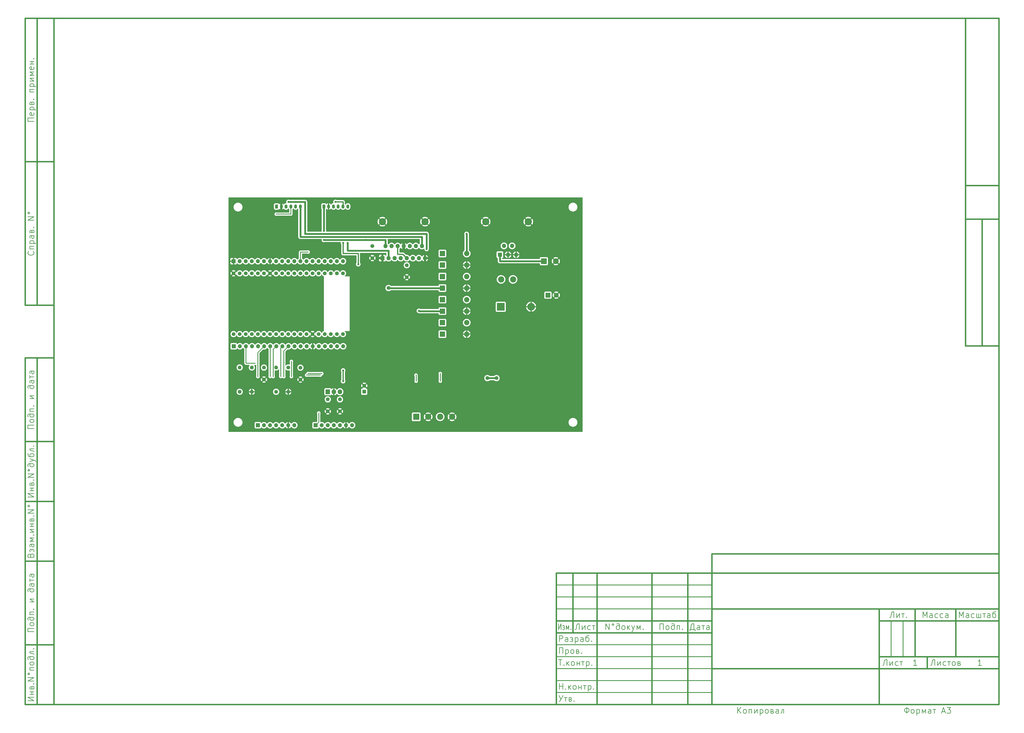
<source format=gbr>
%TF.GenerationSoftware,KiCad,Pcbnew,8.0.3*%
%TF.CreationDate,2024-08-26T14:09:16+03:00*%
%TF.ProjectId,pcb,7063622e-6b69-4636-9164-5f7063625858,rev?*%
%TF.SameCoordinates,Original*%
%TF.FileFunction,Copper,L2,Bot*%
%TF.FilePolarity,Positive*%
%FSLAX46Y46*%
G04 Gerber Fmt 4.6, Leading zero omitted, Abs format (unit mm)*
G04 Created by KiCad (PCBNEW 8.0.3) date 2024-08-26 14:09:16*
%MOMM*%
%LPD*%
G01*
G04 APERTURE LIST*
G04 Aperture macros list*
%AMRoundRect*
0 Rectangle with rounded corners*
0 $1 Rounding radius*
0 $2 $3 $4 $5 $6 $7 $8 $9 X,Y pos of 4 corners*
0 Add a 4 corners polygon primitive as box body*
4,1,4,$2,$3,$4,$5,$6,$7,$8,$9,$2,$3,0*
0 Add four circle primitives for the rounded corners*
1,1,$1+$1,$2,$3*
1,1,$1+$1,$4,$5*
1,1,$1+$1,$6,$7*
1,1,$1+$1,$8,$9*
0 Add four rect primitives between the rounded corners*
20,1,$1+$1,$2,$3,$4,$5,0*
20,1,$1+$1,$4,$5,$6,$7,0*
20,1,$1+$1,$6,$7,$8,$9,0*
20,1,$1+$1,$8,$9,$2,$3,0*%
G04 Aperture macros list end*
%ADD10C,0.100000*%
%ADD11C,0.600000*%
%ADD12C,0.300000*%
%ADD13C,0.250000*%
%TA.AperFunction,ComponentPad*%
%ADD14C,1.600000*%
%TD*%
%TA.AperFunction,ComponentPad*%
%ADD15R,2.200000X2.200000*%
%TD*%
%TA.AperFunction,ComponentPad*%
%ADD16O,2.200000X2.200000*%
%TD*%
%TA.AperFunction,ComponentPad*%
%ADD17R,1.700000X1.700000*%
%TD*%
%TA.AperFunction,ComponentPad*%
%ADD18O,1.700000X1.700000*%
%TD*%
%TA.AperFunction,ComponentPad*%
%ADD19R,2.400000X2.400000*%
%TD*%
%TA.AperFunction,ComponentPad*%
%ADD20C,2.400000*%
%TD*%
%TA.AperFunction,ComponentPad*%
%ADD21R,2.600000X2.600000*%
%TD*%
%TA.AperFunction,ComponentPad*%
%ADD22C,2.600000*%
%TD*%
%TA.AperFunction,ComponentPad*%
%ADD23O,1.600000X1.600000*%
%TD*%
%TA.AperFunction,ComponentPad*%
%ADD24R,1.600000X1.600000*%
%TD*%
%TA.AperFunction,ComponentPad*%
%ADD25R,1.905000X2.000000*%
%TD*%
%TA.AperFunction,ComponentPad*%
%ADD26O,1.905000X2.000000*%
%TD*%
%TA.AperFunction,ComponentPad*%
%ADD27R,1.800000X1.800000*%
%TD*%
%TA.AperFunction,ComponentPad*%
%ADD28O,1.800000X1.800000*%
%TD*%
%TA.AperFunction,ComponentPad*%
%ADD29C,3.000000*%
%TD*%
%TA.AperFunction,ComponentPad*%
%ADD30R,2.000000X2.000000*%
%TD*%
%TA.AperFunction,ComponentPad*%
%ADD31C,2.000000*%
%TD*%
%TA.AperFunction,ComponentPad*%
%ADD32R,3.200000X3.200000*%
%TD*%
%TA.AperFunction,ComponentPad*%
%ADD33O,3.200000X3.200000*%
%TD*%
%TA.AperFunction,ComponentPad*%
%ADD34RoundRect,0.250000X-0.350000X-0.625000X0.350000X-0.625000X0.350000X0.625000X-0.350000X0.625000X0*%
%TD*%
%TA.AperFunction,ComponentPad*%
%ADD35O,1.200000X1.750000*%
%TD*%
%TA.AperFunction,ViaPad*%
%ADD36C,0.450000*%
%TD*%
%TA.AperFunction,ViaPad*%
%ADD37C,1.600000*%
%TD*%
%TA.AperFunction,ViaPad*%
%ADD38C,0.900000*%
%TD*%
%TA.AperFunction,Conductor*%
%ADD39C,0.300000*%
%TD*%
%TA.AperFunction,Conductor*%
%ADD40C,0.800000*%
%TD*%
%TA.AperFunction,Conductor*%
%ADD41C,0.500000*%
%TD*%
G04 APERTURE END LIST*
D10*
D11*
X20000000Y-292002200D02*
X414989000Y-292002200D01*
X414989000Y-5000000D01*
X20000000Y-5000000D01*
X20000000Y-292002200D01*
D10*
D11*
X8000000Y-232002200D02*
X20000000Y-232002200D01*
D10*
D11*
X8000000Y-207002200D02*
X20000000Y-207002200D01*
D10*
D11*
X8000000Y-182002200D02*
X20000000Y-182002200D01*
D10*
D11*
X400989000Y-89000000D02*
X414989000Y-89000000D01*
D10*
D11*
X400989000Y-142000000D02*
X414989000Y-142000000D01*
D10*
D11*
X400989000Y-75000000D02*
X414989000Y-75000000D01*
D10*
D11*
X400989000Y-89000000D02*
X400989000Y-142000000D01*
D10*
D11*
X407989000Y-89000000D02*
X407989000Y-142000000D01*
D10*
D11*
X400989000Y-75000000D02*
X400989000Y-89000000D01*
D10*
D11*
X400989000Y-5000000D02*
X400989000Y-75000000D01*
D10*
D11*
X8000000Y-147002200D02*
X20000000Y-147002200D01*
D10*
D11*
X8000000Y-292002200D02*
X20000000Y-292002200D01*
D10*
D11*
X8000000Y-267002200D02*
X20000000Y-267002200D01*
D10*
D11*
X294989000Y-237002200D02*
X294989000Y-292002200D01*
D10*
D11*
X284989000Y-237002200D02*
X284989000Y-292002200D01*
D10*
D11*
X269989000Y-237002200D02*
X269989000Y-292002200D01*
D10*
D11*
X246989000Y-237002200D02*
X246989000Y-292002200D01*
D10*
D11*
X236989000Y-237002200D02*
X236989000Y-262002200D01*
D10*
D12*
X229989000Y-252002200D02*
X294989000Y-252002200D01*
D10*
D12*
X229989000Y-247002200D02*
X294989000Y-247002200D01*
D10*
D12*
X229989000Y-242002200D02*
X294989000Y-242002200D01*
D10*
D11*
X229989000Y-262002200D02*
X294989000Y-262002200D01*
D10*
D11*
X229989000Y-257002200D02*
X294989000Y-257002200D01*
D10*
D12*
X229989000Y-287002200D02*
X294989000Y-287002200D01*
D10*
D12*
X229989000Y-282002200D02*
X294989000Y-282002200D01*
D10*
D12*
X229989000Y-277002200D02*
X294989000Y-277002200D01*
D10*
D12*
X229989000Y-272002200D02*
X294989000Y-272002200D01*
D10*
D12*
X229989000Y-267002200D02*
X294989000Y-267002200D01*
D10*
D11*
X294989000Y-229002200D02*
X414989000Y-229002200D01*
D10*
D11*
X294989000Y-237002200D02*
X294989000Y-229002200D01*
D10*
D11*
X229989000Y-237002200D02*
X414989000Y-237002200D01*
D10*
D11*
X8000000Y-147002200D02*
X8000000Y-292002200D01*
D10*
D11*
X13000000Y-147002200D02*
X13000000Y-292002200D01*
D10*
D12*
X369989000Y-257002200D02*
X369989000Y-272002200D01*
D10*
D12*
X374989000Y-257002200D02*
X374989000Y-272002200D01*
D10*
D11*
X379989000Y-252002200D02*
X379989000Y-272002200D01*
D10*
D11*
X396989000Y-252002200D02*
X396989000Y-272002200D01*
D10*
D11*
X364989000Y-272002200D02*
X414989000Y-272002200D01*
D10*
D11*
X364989000Y-257002200D02*
X414989000Y-257002200D01*
D10*
D11*
X364989000Y-252002200D02*
X364989000Y-292002200D01*
D10*
D11*
X294989000Y-277002200D02*
X414989000Y-277002200D01*
D10*
D11*
X294989000Y-252002200D02*
X414989000Y-252002200D01*
D10*
D11*
X229989000Y-292002200D02*
X229989000Y-237002200D01*
D10*
D11*
X384989000Y-272002200D02*
X384989000Y-277002200D01*
D10*
D11*
X8000000Y-5002200D02*
X20000000Y-5002200D01*
D10*
D11*
X8000000Y-65002200D02*
X20000000Y-65002200D01*
D10*
D11*
X8000000Y-125002200D02*
X20000000Y-125002200D01*
D10*
D11*
X8000000Y-5002200D02*
X8000000Y-125002200D01*
D10*
D11*
X13000000Y-5002200D02*
X13000000Y-125002200D01*
D10*
D13*
X250691380Y-260645747D02*
X250691380Y-258145747D01*
X250691380Y-258145747D02*
X252119951Y-260645747D01*
X252119951Y-260645747D02*
X252119951Y-258145747D01*
X253667570Y-258145747D02*
X253429475Y-258264795D01*
X253429475Y-258264795D02*
X253310428Y-258502890D01*
X253310428Y-258502890D02*
X253429475Y-258740985D01*
X253429475Y-258740985D02*
X253667570Y-258860033D01*
X253667570Y-258860033D02*
X253905666Y-258740985D01*
X253905666Y-258740985D02*
X254024713Y-258502890D01*
X254024713Y-258502890D02*
X253905666Y-258264795D01*
X253905666Y-258264795D02*
X253667570Y-258145747D01*
X256405666Y-259217176D02*
X256286618Y-259098128D01*
X256286618Y-259098128D02*
X256048523Y-258979080D01*
X256048523Y-258979080D02*
X255572332Y-258979080D01*
X255572332Y-258979080D02*
X255334237Y-259098128D01*
X255334237Y-259098128D02*
X255215190Y-259217176D01*
X255215190Y-259217176D02*
X255096142Y-259455271D01*
X255096142Y-259455271D02*
X255096142Y-260169557D01*
X255096142Y-260169557D02*
X255215190Y-260407652D01*
X255215190Y-260407652D02*
X255334237Y-260526700D01*
X255334237Y-260526700D02*
X255572332Y-260645747D01*
X255572332Y-260645747D02*
X255929475Y-260645747D01*
X255929475Y-260645747D02*
X256167571Y-260526700D01*
X256167571Y-260526700D02*
X256286618Y-260407652D01*
X256286618Y-260407652D02*
X256405666Y-260169557D01*
X256405666Y-260169557D02*
X256405666Y-258621938D01*
X256405666Y-258621938D02*
X256286618Y-258383842D01*
X256286618Y-258383842D02*
X256167571Y-258264795D01*
X256167571Y-258264795D02*
X255929475Y-258145747D01*
X255929475Y-258145747D02*
X255453285Y-258145747D01*
X255453285Y-258145747D02*
X255215190Y-258264795D01*
X257834237Y-260645747D02*
X257596142Y-260526700D01*
X257596142Y-260526700D02*
X257477095Y-260407652D01*
X257477095Y-260407652D02*
X257358047Y-260169557D01*
X257358047Y-260169557D02*
X257358047Y-259455271D01*
X257358047Y-259455271D02*
X257477095Y-259217176D01*
X257477095Y-259217176D02*
X257596142Y-259098128D01*
X257596142Y-259098128D02*
X257834237Y-258979080D01*
X257834237Y-258979080D02*
X258191380Y-258979080D01*
X258191380Y-258979080D02*
X258429476Y-259098128D01*
X258429476Y-259098128D02*
X258548523Y-259217176D01*
X258548523Y-259217176D02*
X258667571Y-259455271D01*
X258667571Y-259455271D02*
X258667571Y-260169557D01*
X258667571Y-260169557D02*
X258548523Y-260407652D01*
X258548523Y-260407652D02*
X258429476Y-260526700D01*
X258429476Y-260526700D02*
X258191380Y-260645747D01*
X258191380Y-260645747D02*
X257834237Y-260645747D01*
X259739000Y-258979080D02*
X259739000Y-260645747D01*
X259977095Y-259693366D02*
X260691381Y-260645747D01*
X260691381Y-258979080D02*
X259739000Y-259931461D01*
X261524714Y-258979080D02*
X262119952Y-260645747D01*
X262715191Y-258979080D02*
X262119952Y-260645747D01*
X262119952Y-260645747D02*
X261881857Y-261240985D01*
X261881857Y-261240985D02*
X261762810Y-261360033D01*
X261762810Y-261360033D02*
X261524714Y-261479080D01*
X263667572Y-260645747D02*
X263667572Y-258979080D01*
X263667572Y-258979080D02*
X264381857Y-260288604D01*
X264381857Y-260288604D02*
X265096143Y-258979080D01*
X265096143Y-258979080D02*
X265096143Y-260645747D01*
X266286620Y-260407652D02*
X266405667Y-260526700D01*
X266405667Y-260526700D02*
X266286620Y-260645747D01*
X266286620Y-260645747D02*
X266167572Y-260526700D01*
X266167572Y-260526700D02*
X266286620Y-260407652D01*
X266286620Y-260407652D02*
X266286620Y-260645747D01*
D10*
D13*
X10334023Y-229561723D02*
X10453071Y-229204580D01*
X10453071Y-229204580D02*
X10572119Y-229085533D01*
X10572119Y-229085533D02*
X10810214Y-228966485D01*
X10810214Y-228966485D02*
X11167357Y-228966485D01*
X11167357Y-228966485D02*
X11405452Y-229085533D01*
X11405452Y-229085533D02*
X11524500Y-229204580D01*
X11524500Y-229204580D02*
X11643547Y-229442675D01*
X11643547Y-229442675D02*
X11643547Y-230395056D01*
X11643547Y-230395056D02*
X9143547Y-230395056D01*
X9143547Y-230395056D02*
X9143547Y-229561723D01*
X9143547Y-229561723D02*
X9262595Y-229323628D01*
X9262595Y-229323628D02*
X9381642Y-229204580D01*
X9381642Y-229204580D02*
X9619738Y-229085533D01*
X9619738Y-229085533D02*
X9857833Y-229085533D01*
X9857833Y-229085533D02*
X10095928Y-229204580D01*
X10095928Y-229204580D02*
X10214976Y-229323628D01*
X10214976Y-229323628D02*
X10334023Y-229561723D01*
X10334023Y-229561723D02*
X10334023Y-230395056D01*
X10810214Y-227656961D02*
X10810214Y-227418866D01*
X10095928Y-228133152D02*
X9976880Y-227895056D01*
X9976880Y-227895056D02*
X9976880Y-227418866D01*
X9976880Y-227418866D02*
X10095928Y-227180771D01*
X10095928Y-227180771D02*
X10334023Y-227061723D01*
X10334023Y-227061723D02*
X10453071Y-227061723D01*
X10453071Y-227061723D02*
X10691166Y-227180771D01*
X10691166Y-227180771D02*
X10810214Y-227418866D01*
X10810214Y-227418866D02*
X10929261Y-227180771D01*
X10929261Y-227180771D02*
X11167357Y-227061723D01*
X11167357Y-227061723D02*
X11286404Y-227061723D01*
X11286404Y-227061723D02*
X11524500Y-227180771D01*
X11524500Y-227180771D02*
X11643547Y-227418866D01*
X11643547Y-227418866D02*
X11643547Y-227895056D01*
X11643547Y-227895056D02*
X11524500Y-228133152D01*
X11643547Y-224918866D02*
X10334023Y-224918866D01*
X10334023Y-224918866D02*
X10095928Y-225037913D01*
X10095928Y-225037913D02*
X9976880Y-225276009D01*
X9976880Y-225276009D02*
X9976880Y-225752199D01*
X9976880Y-225752199D02*
X10095928Y-225990294D01*
X11524500Y-224918866D02*
X11643547Y-225156961D01*
X11643547Y-225156961D02*
X11643547Y-225752199D01*
X11643547Y-225752199D02*
X11524500Y-225990294D01*
X11524500Y-225990294D02*
X11286404Y-226109342D01*
X11286404Y-226109342D02*
X11048309Y-226109342D01*
X11048309Y-226109342D02*
X10810214Y-225990294D01*
X10810214Y-225990294D02*
X10691166Y-225752199D01*
X10691166Y-225752199D02*
X10691166Y-225156961D01*
X10691166Y-225156961D02*
X10572119Y-224918866D01*
X11643547Y-223728389D02*
X9976880Y-223728389D01*
X9976880Y-223728389D02*
X11286404Y-223014104D01*
X11286404Y-223014104D02*
X9976880Y-222299818D01*
X9976880Y-222299818D02*
X11643547Y-222299818D01*
X11405452Y-221109341D02*
X11524500Y-220990294D01*
X11524500Y-220990294D02*
X11643547Y-221109341D01*
X11643547Y-221109341D02*
X11524500Y-221228389D01*
X11524500Y-221228389D02*
X11405452Y-221109341D01*
X11405452Y-221109341D02*
X11643547Y-221109341D01*
X9976880Y-219918865D02*
X11643547Y-219918865D01*
X11643547Y-219918865D02*
X9976880Y-218728389D01*
X9976880Y-218728389D02*
X11643547Y-218728389D01*
X10810214Y-217537913D02*
X10810214Y-216466485D01*
X9976880Y-217537913D02*
X11643547Y-217537913D01*
X9976880Y-216466485D02*
X11643547Y-216466485D01*
X10810214Y-214680770D02*
X10929261Y-214323627D01*
X10929261Y-214323627D02*
X11167357Y-214204580D01*
X11167357Y-214204580D02*
X11286404Y-214204580D01*
X11286404Y-214204580D02*
X11524500Y-214323627D01*
X11524500Y-214323627D02*
X11643547Y-214561723D01*
X11643547Y-214561723D02*
X11643547Y-215276008D01*
X11643547Y-215276008D02*
X9976880Y-215276008D01*
X9976880Y-215276008D02*
X9976880Y-214680770D01*
X9976880Y-214680770D02*
X10095928Y-214442675D01*
X10095928Y-214442675D02*
X10334023Y-214323627D01*
X10334023Y-214323627D02*
X10453071Y-214323627D01*
X10453071Y-214323627D02*
X10691166Y-214442675D01*
X10691166Y-214442675D02*
X10810214Y-214680770D01*
X10810214Y-214680770D02*
X10810214Y-215276008D01*
X11405452Y-213133151D02*
X11524500Y-213014104D01*
X11524500Y-213014104D02*
X11643547Y-213133151D01*
X11643547Y-213133151D02*
X11524500Y-213252199D01*
X11524500Y-213252199D02*
X11405452Y-213133151D01*
X11405452Y-213133151D02*
X11643547Y-213133151D01*
X11643547Y-211942675D02*
X9143547Y-211942675D01*
X9143547Y-211942675D02*
X11643547Y-210514104D01*
X11643547Y-210514104D02*
X9143547Y-210514104D01*
X9143547Y-208966485D02*
X9262595Y-209204580D01*
X9262595Y-209204580D02*
X9500690Y-209323627D01*
X9500690Y-209323627D02*
X9738785Y-209204580D01*
X9738785Y-209204580D02*
X9857833Y-208966485D01*
X9857833Y-208966485D02*
X9738785Y-208728389D01*
X9738785Y-208728389D02*
X9500690Y-208609342D01*
X9500690Y-208609342D02*
X9262595Y-208728389D01*
X9262595Y-208728389D02*
X9143547Y-208966485D01*
D10*
D13*
X287965190Y-261240985D02*
X287965190Y-260645747D01*
X287965190Y-260645747D02*
X285822332Y-260645747D01*
X285822332Y-260645747D02*
X285822332Y-261240985D01*
X287488999Y-260645747D02*
X287488999Y-258145747D01*
X287488999Y-258145747D02*
X286893761Y-258145747D01*
X286893761Y-258145747D02*
X286655666Y-258264795D01*
X286655666Y-258264795D02*
X286536618Y-258383842D01*
X286536618Y-258383842D02*
X286417570Y-258621938D01*
X286417570Y-258621938D02*
X286179475Y-260645747D01*
X289988999Y-260645747D02*
X289988999Y-259336223D01*
X289988999Y-259336223D02*
X289869952Y-259098128D01*
X289869952Y-259098128D02*
X289631856Y-258979080D01*
X289631856Y-258979080D02*
X289155666Y-258979080D01*
X289155666Y-258979080D02*
X288917571Y-259098128D01*
X289988999Y-260526700D02*
X289750904Y-260645747D01*
X289750904Y-260645747D02*
X289155666Y-260645747D01*
X289155666Y-260645747D02*
X288917571Y-260526700D01*
X288917571Y-260526700D02*
X288798523Y-260288604D01*
X288798523Y-260288604D02*
X288798523Y-260050509D01*
X288798523Y-260050509D02*
X288917571Y-259812414D01*
X288917571Y-259812414D02*
X289155666Y-259693366D01*
X289155666Y-259693366D02*
X289750904Y-259693366D01*
X289750904Y-259693366D02*
X289988999Y-259574319D01*
X290822333Y-258979080D02*
X292012809Y-258979080D01*
X291417571Y-258979080D02*
X291417571Y-260645747D01*
X293917571Y-260645747D02*
X293917571Y-259336223D01*
X293917571Y-259336223D02*
X293798524Y-259098128D01*
X293798524Y-259098128D02*
X293560428Y-258979080D01*
X293560428Y-258979080D02*
X293084238Y-258979080D01*
X293084238Y-258979080D02*
X292846143Y-259098128D01*
X293917571Y-260526700D02*
X293679476Y-260645747D01*
X293679476Y-260645747D02*
X293084238Y-260645747D01*
X293084238Y-260645747D02*
X292846143Y-260526700D01*
X292846143Y-260526700D02*
X292727095Y-260288604D01*
X292727095Y-260288604D02*
X292727095Y-260050509D01*
X292727095Y-260050509D02*
X292846143Y-259812414D01*
X292846143Y-259812414D02*
X293084238Y-259693366D01*
X293084238Y-259693366D02*
X293679476Y-259693366D01*
X293679476Y-259693366D02*
X293917571Y-259574319D01*
D10*
D13*
X230909634Y-258145747D02*
X230909634Y-260645747D01*
X230909634Y-260645747D02*
X231941380Y-258145747D01*
X231941380Y-258145747D02*
X231941380Y-260645747D01*
X232973127Y-259812414D02*
X233145084Y-259812414D01*
X232629211Y-259098128D02*
X232801169Y-258979080D01*
X232801169Y-258979080D02*
X233145084Y-258979080D01*
X233145084Y-258979080D02*
X233317042Y-259098128D01*
X233317042Y-259098128D02*
X233403021Y-259336223D01*
X233403021Y-259336223D02*
X233403021Y-259455271D01*
X233403021Y-259455271D02*
X233317042Y-259693366D01*
X233317042Y-259693366D02*
X233145084Y-259812414D01*
X233145084Y-259812414D02*
X233317042Y-259931461D01*
X233317042Y-259931461D02*
X233403021Y-260169557D01*
X233403021Y-260169557D02*
X233403021Y-260288604D01*
X233403021Y-260288604D02*
X233317042Y-260526700D01*
X233317042Y-260526700D02*
X233145084Y-260645747D01*
X233145084Y-260645747D02*
X232801169Y-260645747D01*
X232801169Y-260645747D02*
X232629211Y-260526700D01*
X234176831Y-260645747D02*
X234176831Y-258979080D01*
X234176831Y-258979080D02*
X234692704Y-260288604D01*
X234692704Y-260288604D02*
X235208577Y-258979080D01*
X235208577Y-258979080D02*
X235208577Y-260645747D01*
X236068366Y-260407652D02*
X236154345Y-260526700D01*
X236154345Y-260526700D02*
X236068366Y-260645747D01*
X236068366Y-260645747D02*
X235982387Y-260526700D01*
X235982387Y-260526700D02*
X236068366Y-260407652D01*
X236068366Y-260407652D02*
X236068366Y-260645747D01*
D10*
D13*
X9143547Y-205156961D02*
X11643547Y-205156961D01*
X11643547Y-205156961D02*
X9143547Y-203728390D01*
X9143547Y-203728390D02*
X11643547Y-203728390D01*
X10810214Y-202537913D02*
X10810214Y-201466485D01*
X9976880Y-202537913D02*
X11643547Y-202537913D01*
X9976880Y-201466485D02*
X11643547Y-201466485D01*
X10810214Y-199680770D02*
X10929261Y-199323627D01*
X10929261Y-199323627D02*
X11167357Y-199204580D01*
X11167357Y-199204580D02*
X11286404Y-199204580D01*
X11286404Y-199204580D02*
X11524500Y-199323627D01*
X11524500Y-199323627D02*
X11643547Y-199561723D01*
X11643547Y-199561723D02*
X11643547Y-200276008D01*
X11643547Y-200276008D02*
X9976880Y-200276008D01*
X9976880Y-200276008D02*
X9976880Y-199680770D01*
X9976880Y-199680770D02*
X10095928Y-199442675D01*
X10095928Y-199442675D02*
X10334023Y-199323627D01*
X10334023Y-199323627D02*
X10453071Y-199323627D01*
X10453071Y-199323627D02*
X10691166Y-199442675D01*
X10691166Y-199442675D02*
X10810214Y-199680770D01*
X10810214Y-199680770D02*
X10810214Y-200276008D01*
X11405452Y-198133151D02*
X11524500Y-198014104D01*
X11524500Y-198014104D02*
X11643547Y-198133151D01*
X11643547Y-198133151D02*
X11524500Y-198252199D01*
X11524500Y-198252199D02*
X11405452Y-198133151D01*
X11405452Y-198133151D02*
X11643547Y-198133151D01*
X11643547Y-196942675D02*
X9143547Y-196942675D01*
X9143547Y-196942675D02*
X11643547Y-195514104D01*
X11643547Y-195514104D02*
X9143547Y-195514104D01*
X9143547Y-193966485D02*
X9262595Y-194204580D01*
X9262595Y-194204580D02*
X9500690Y-194323627D01*
X9500690Y-194323627D02*
X9738785Y-194204580D01*
X9738785Y-194204580D02*
X9857833Y-193966485D01*
X9857833Y-193966485D02*
X9738785Y-193728389D01*
X9738785Y-193728389D02*
X9500690Y-193609342D01*
X9500690Y-193609342D02*
X9262595Y-193728389D01*
X9262595Y-193728389D02*
X9143547Y-193966485D01*
X10214976Y-191228389D02*
X10095928Y-191347437D01*
X10095928Y-191347437D02*
X9976880Y-191585532D01*
X9976880Y-191585532D02*
X9976880Y-192061723D01*
X9976880Y-192061723D02*
X10095928Y-192299818D01*
X10095928Y-192299818D02*
X10214976Y-192418865D01*
X10214976Y-192418865D02*
X10453071Y-192537913D01*
X10453071Y-192537913D02*
X11167357Y-192537913D01*
X11167357Y-192537913D02*
X11405452Y-192418865D01*
X11405452Y-192418865D02*
X11524500Y-192299818D01*
X11524500Y-192299818D02*
X11643547Y-192061723D01*
X11643547Y-192061723D02*
X11643547Y-191704580D01*
X11643547Y-191704580D02*
X11524500Y-191466484D01*
X11524500Y-191466484D02*
X11405452Y-191347437D01*
X11405452Y-191347437D02*
X11167357Y-191228389D01*
X11167357Y-191228389D02*
X9619738Y-191228389D01*
X9619738Y-191228389D02*
X9381642Y-191347437D01*
X9381642Y-191347437D02*
X9262595Y-191466484D01*
X9262595Y-191466484D02*
X9143547Y-191704580D01*
X9143547Y-191704580D02*
X9143547Y-192180770D01*
X9143547Y-192180770D02*
X9262595Y-192418865D01*
X9976880Y-190395056D02*
X11643547Y-189799818D01*
X9976880Y-189204579D02*
X11643547Y-189799818D01*
X11643547Y-189799818D02*
X12238785Y-190037913D01*
X12238785Y-190037913D02*
X12357833Y-190156960D01*
X12357833Y-190156960D02*
X12476880Y-190395056D01*
X9024500Y-187061722D02*
X9143547Y-187180770D01*
X9143547Y-187180770D02*
X9262595Y-187418865D01*
X9262595Y-187418865D02*
X9262595Y-187895056D01*
X9262595Y-187895056D02*
X9381642Y-188133151D01*
X9381642Y-188133151D02*
X9500690Y-188252198D01*
X9500690Y-188252198D02*
X9738785Y-188371246D01*
X9738785Y-188371246D02*
X11167357Y-188371246D01*
X11167357Y-188371246D02*
X11405452Y-188252198D01*
X11405452Y-188252198D02*
X11524500Y-188133151D01*
X11524500Y-188133151D02*
X11643547Y-187895056D01*
X11643547Y-187895056D02*
X11643547Y-187537913D01*
X11643547Y-187537913D02*
X11524500Y-187299817D01*
X11524500Y-187299817D02*
X11405452Y-187180770D01*
X11405452Y-187180770D02*
X11167357Y-187061722D01*
X11167357Y-187061722D02*
X10453071Y-187061722D01*
X10453071Y-187061722D02*
X10214976Y-187180770D01*
X10214976Y-187180770D02*
X10095928Y-187299817D01*
X10095928Y-187299817D02*
X9976880Y-187537913D01*
X9976880Y-187537913D02*
X9976880Y-188014103D01*
X9976880Y-188014103D02*
X10095928Y-188252198D01*
X10095928Y-188252198D02*
X10214976Y-188371246D01*
X11643547Y-185037912D02*
X9976880Y-185037912D01*
X9976880Y-185037912D02*
X9976880Y-185395055D01*
X9976880Y-185395055D02*
X10095928Y-185633151D01*
X10095928Y-185633151D02*
X10334023Y-185752198D01*
X10334023Y-185752198D02*
X11286404Y-185871246D01*
X11286404Y-185871246D02*
X11524500Y-185990293D01*
X11524500Y-185990293D02*
X11643547Y-186228389D01*
X11405452Y-183847436D02*
X11524500Y-183728389D01*
X11524500Y-183728389D02*
X11643547Y-183847436D01*
X11643547Y-183847436D02*
X11524500Y-183966484D01*
X11524500Y-183966484D02*
X11405452Y-183847436D01*
X11405452Y-183847436D02*
X11643547Y-183847436D01*
D10*
D13*
X9143547Y-290335533D02*
X11643547Y-290335533D01*
X11643547Y-290335533D02*
X9143547Y-288906962D01*
X9143547Y-288906962D02*
X11643547Y-288906962D01*
X10810214Y-287716485D02*
X10810214Y-286645057D01*
X9976880Y-287716485D02*
X11643547Y-287716485D01*
X9976880Y-286645057D02*
X11643547Y-286645057D01*
X10810214Y-284859342D02*
X10929261Y-284502199D01*
X10929261Y-284502199D02*
X11167357Y-284383152D01*
X11167357Y-284383152D02*
X11286404Y-284383152D01*
X11286404Y-284383152D02*
X11524500Y-284502199D01*
X11524500Y-284502199D02*
X11643547Y-284740295D01*
X11643547Y-284740295D02*
X11643547Y-285454580D01*
X11643547Y-285454580D02*
X9976880Y-285454580D01*
X9976880Y-285454580D02*
X9976880Y-284859342D01*
X9976880Y-284859342D02*
X10095928Y-284621247D01*
X10095928Y-284621247D02*
X10334023Y-284502199D01*
X10334023Y-284502199D02*
X10453071Y-284502199D01*
X10453071Y-284502199D02*
X10691166Y-284621247D01*
X10691166Y-284621247D02*
X10810214Y-284859342D01*
X10810214Y-284859342D02*
X10810214Y-285454580D01*
X11405452Y-283311723D02*
X11524500Y-283192676D01*
X11524500Y-283192676D02*
X11643547Y-283311723D01*
X11643547Y-283311723D02*
X11524500Y-283430771D01*
X11524500Y-283430771D02*
X11405452Y-283311723D01*
X11405452Y-283311723D02*
X11643547Y-283311723D01*
X11643547Y-282121247D02*
X9143547Y-282121247D01*
X9143547Y-282121247D02*
X11643547Y-280692676D01*
X11643547Y-280692676D02*
X9143547Y-280692676D01*
X9143547Y-279145057D02*
X9262595Y-279383152D01*
X9262595Y-279383152D02*
X9500690Y-279502199D01*
X9500690Y-279502199D02*
X9738785Y-279383152D01*
X9738785Y-279383152D02*
X9857833Y-279145057D01*
X9857833Y-279145057D02*
X9738785Y-278906961D01*
X9738785Y-278906961D02*
X9500690Y-278787914D01*
X9500690Y-278787914D02*
X9262595Y-278906961D01*
X9262595Y-278906961D02*
X9143547Y-279145057D01*
X11643547Y-277597437D02*
X9976880Y-277597437D01*
X9976880Y-277597437D02*
X9976880Y-276526009D01*
X9976880Y-276526009D02*
X11643547Y-276526009D01*
X11643547Y-274978390D02*
X11524500Y-275216485D01*
X11524500Y-275216485D02*
X11405452Y-275335532D01*
X11405452Y-275335532D02*
X11167357Y-275454580D01*
X11167357Y-275454580D02*
X10453071Y-275454580D01*
X10453071Y-275454580D02*
X10214976Y-275335532D01*
X10214976Y-275335532D02*
X10095928Y-275216485D01*
X10095928Y-275216485D02*
X9976880Y-274978390D01*
X9976880Y-274978390D02*
X9976880Y-274621247D01*
X9976880Y-274621247D02*
X10095928Y-274383151D01*
X10095928Y-274383151D02*
X10214976Y-274264104D01*
X10214976Y-274264104D02*
X10453071Y-274145056D01*
X10453071Y-274145056D02*
X11167357Y-274145056D01*
X11167357Y-274145056D02*
X11405452Y-274264104D01*
X11405452Y-274264104D02*
X11524500Y-274383151D01*
X11524500Y-274383151D02*
X11643547Y-274621247D01*
X11643547Y-274621247D02*
X11643547Y-274978390D01*
X10214976Y-271883151D02*
X10095928Y-272002199D01*
X10095928Y-272002199D02*
X9976880Y-272240294D01*
X9976880Y-272240294D02*
X9976880Y-272716485D01*
X9976880Y-272716485D02*
X10095928Y-272954580D01*
X10095928Y-272954580D02*
X10214976Y-273073627D01*
X10214976Y-273073627D02*
X10453071Y-273192675D01*
X10453071Y-273192675D02*
X11167357Y-273192675D01*
X11167357Y-273192675D02*
X11405452Y-273073627D01*
X11405452Y-273073627D02*
X11524500Y-272954580D01*
X11524500Y-272954580D02*
X11643547Y-272716485D01*
X11643547Y-272716485D02*
X11643547Y-272359342D01*
X11643547Y-272359342D02*
X11524500Y-272121246D01*
X11524500Y-272121246D02*
X11405452Y-272002199D01*
X11405452Y-272002199D02*
X11167357Y-271883151D01*
X11167357Y-271883151D02*
X9619738Y-271883151D01*
X9619738Y-271883151D02*
X9381642Y-272002199D01*
X9381642Y-272002199D02*
X9262595Y-272121246D01*
X9262595Y-272121246D02*
X9143547Y-272359342D01*
X9143547Y-272359342D02*
X9143547Y-272835532D01*
X9143547Y-272835532D02*
X9262595Y-273073627D01*
X11643547Y-269859341D02*
X9976880Y-269859341D01*
X9976880Y-269859341D02*
X9976880Y-270216484D01*
X9976880Y-270216484D02*
X10095928Y-270454580D01*
X10095928Y-270454580D02*
X10334023Y-270573627D01*
X10334023Y-270573627D02*
X11286404Y-270692675D01*
X11286404Y-270692675D02*
X11524500Y-270811722D01*
X11524500Y-270811722D02*
X11643547Y-271049818D01*
X11405452Y-268668865D02*
X11524500Y-268549818D01*
X11524500Y-268549818D02*
X11643547Y-268668865D01*
X11643547Y-268668865D02*
X11524500Y-268787913D01*
X11524500Y-268787913D02*
X11405452Y-268668865D01*
X11405452Y-268668865D02*
X11643547Y-268668865D01*
D10*
D13*
X305748711Y-295645747D02*
X305748711Y-293145747D01*
X307177282Y-295645747D02*
X306105853Y-294217176D01*
X307177282Y-293145747D02*
X305748711Y-294574319D01*
X308605853Y-295645747D02*
X308367758Y-295526700D01*
X308367758Y-295526700D02*
X308248711Y-295407652D01*
X308248711Y-295407652D02*
X308129663Y-295169557D01*
X308129663Y-295169557D02*
X308129663Y-294455271D01*
X308129663Y-294455271D02*
X308248711Y-294217176D01*
X308248711Y-294217176D02*
X308367758Y-294098128D01*
X308367758Y-294098128D02*
X308605853Y-293979080D01*
X308605853Y-293979080D02*
X308962996Y-293979080D01*
X308962996Y-293979080D02*
X309201092Y-294098128D01*
X309201092Y-294098128D02*
X309320139Y-294217176D01*
X309320139Y-294217176D02*
X309439187Y-294455271D01*
X309439187Y-294455271D02*
X309439187Y-295169557D01*
X309439187Y-295169557D02*
X309320139Y-295407652D01*
X309320139Y-295407652D02*
X309201092Y-295526700D01*
X309201092Y-295526700D02*
X308962996Y-295645747D01*
X308962996Y-295645747D02*
X308605853Y-295645747D01*
X310510616Y-295645747D02*
X310510616Y-293979080D01*
X310510616Y-293979080D02*
X311582044Y-293979080D01*
X311582044Y-293979080D02*
X311582044Y-295645747D01*
X312772521Y-293979080D02*
X312772521Y-295645747D01*
X312772521Y-295645747D02*
X313962997Y-293979080D01*
X313962997Y-293979080D02*
X313962997Y-295645747D01*
X315153473Y-293979080D02*
X315153473Y-296479080D01*
X315153473Y-294098128D02*
X315391568Y-293979080D01*
X315391568Y-293979080D02*
X315867758Y-293979080D01*
X315867758Y-293979080D02*
X316105854Y-294098128D01*
X316105854Y-294098128D02*
X316224901Y-294217176D01*
X316224901Y-294217176D02*
X316343949Y-294455271D01*
X316343949Y-294455271D02*
X316343949Y-295169557D01*
X316343949Y-295169557D02*
X316224901Y-295407652D01*
X316224901Y-295407652D02*
X316105854Y-295526700D01*
X316105854Y-295526700D02*
X315867758Y-295645747D01*
X315867758Y-295645747D02*
X315391568Y-295645747D01*
X315391568Y-295645747D02*
X315153473Y-295526700D01*
X317772520Y-295645747D02*
X317534425Y-295526700D01*
X317534425Y-295526700D02*
X317415378Y-295407652D01*
X317415378Y-295407652D02*
X317296330Y-295169557D01*
X317296330Y-295169557D02*
X317296330Y-294455271D01*
X317296330Y-294455271D02*
X317415378Y-294217176D01*
X317415378Y-294217176D02*
X317534425Y-294098128D01*
X317534425Y-294098128D02*
X317772520Y-293979080D01*
X317772520Y-293979080D02*
X318129663Y-293979080D01*
X318129663Y-293979080D02*
X318367759Y-294098128D01*
X318367759Y-294098128D02*
X318486806Y-294217176D01*
X318486806Y-294217176D02*
X318605854Y-294455271D01*
X318605854Y-294455271D02*
X318605854Y-295169557D01*
X318605854Y-295169557D02*
X318486806Y-295407652D01*
X318486806Y-295407652D02*
X318367759Y-295526700D01*
X318367759Y-295526700D02*
X318129663Y-295645747D01*
X318129663Y-295645747D02*
X317772520Y-295645747D01*
X320272521Y-294812414D02*
X320629664Y-294931461D01*
X320629664Y-294931461D02*
X320748711Y-295169557D01*
X320748711Y-295169557D02*
X320748711Y-295288604D01*
X320748711Y-295288604D02*
X320629664Y-295526700D01*
X320629664Y-295526700D02*
X320391568Y-295645747D01*
X320391568Y-295645747D02*
X319677283Y-295645747D01*
X319677283Y-295645747D02*
X319677283Y-293979080D01*
X319677283Y-293979080D02*
X320272521Y-293979080D01*
X320272521Y-293979080D02*
X320510616Y-294098128D01*
X320510616Y-294098128D02*
X320629664Y-294336223D01*
X320629664Y-294336223D02*
X320629664Y-294455271D01*
X320629664Y-294455271D02*
X320510616Y-294693366D01*
X320510616Y-294693366D02*
X320272521Y-294812414D01*
X320272521Y-294812414D02*
X319677283Y-294812414D01*
X322891568Y-295645747D02*
X322891568Y-294336223D01*
X322891568Y-294336223D02*
X322772521Y-294098128D01*
X322772521Y-294098128D02*
X322534425Y-293979080D01*
X322534425Y-293979080D02*
X322058235Y-293979080D01*
X322058235Y-293979080D02*
X321820140Y-294098128D01*
X322891568Y-295526700D02*
X322653473Y-295645747D01*
X322653473Y-295645747D02*
X322058235Y-295645747D01*
X322058235Y-295645747D02*
X321820140Y-295526700D01*
X321820140Y-295526700D02*
X321701092Y-295288604D01*
X321701092Y-295288604D02*
X321701092Y-295050509D01*
X321701092Y-295050509D02*
X321820140Y-294812414D01*
X321820140Y-294812414D02*
X322058235Y-294693366D01*
X322058235Y-294693366D02*
X322653473Y-294693366D01*
X322653473Y-294693366D02*
X322891568Y-294574319D01*
X325034426Y-295645747D02*
X325034426Y-293979080D01*
X325034426Y-293979080D02*
X324677283Y-293979080D01*
X324677283Y-293979080D02*
X324439187Y-294098128D01*
X324439187Y-294098128D02*
X324320140Y-294336223D01*
X324320140Y-294336223D02*
X324201092Y-295288604D01*
X324201092Y-295288604D02*
X324082045Y-295526700D01*
X324082045Y-295526700D02*
X323843949Y-295645747D01*
D10*
D13*
X368177282Y-275645747D02*
X368177282Y-273145747D01*
X368177282Y-273145747D02*
X367820139Y-273145747D01*
X367820139Y-273145747D02*
X367462996Y-273264795D01*
X367462996Y-273264795D02*
X367224901Y-273502890D01*
X367224901Y-273502890D02*
X367105853Y-273860033D01*
X367105853Y-273860033D02*
X366867758Y-275288604D01*
X366867758Y-275288604D02*
X366748711Y-275526700D01*
X366748711Y-275526700D02*
X366510615Y-275645747D01*
X366510615Y-275645747D02*
X366391568Y-275645747D01*
X369367759Y-273979080D02*
X369367759Y-275645747D01*
X369367759Y-275645747D02*
X370558235Y-273979080D01*
X370558235Y-273979080D02*
X370558235Y-275645747D01*
X372820139Y-275526700D02*
X372582044Y-275645747D01*
X372582044Y-275645747D02*
X372105853Y-275645747D01*
X372105853Y-275645747D02*
X371867758Y-275526700D01*
X371867758Y-275526700D02*
X371748711Y-275407652D01*
X371748711Y-275407652D02*
X371629663Y-275169557D01*
X371629663Y-275169557D02*
X371629663Y-274455271D01*
X371629663Y-274455271D02*
X371748711Y-274217176D01*
X371748711Y-274217176D02*
X371867758Y-274098128D01*
X371867758Y-274098128D02*
X372105853Y-273979080D01*
X372105853Y-273979080D02*
X372582044Y-273979080D01*
X372582044Y-273979080D02*
X372820139Y-274098128D01*
X373534425Y-273979080D02*
X374724901Y-273979080D01*
X374129663Y-273979080D02*
X374129663Y-275645747D01*
D10*
D13*
X239608047Y-260645747D02*
X239608047Y-258145747D01*
X239608047Y-258145747D02*
X239250904Y-258145747D01*
X239250904Y-258145747D02*
X238893761Y-258264795D01*
X238893761Y-258264795D02*
X238655666Y-258502890D01*
X238655666Y-258502890D02*
X238536618Y-258860033D01*
X238536618Y-258860033D02*
X238298523Y-260288604D01*
X238298523Y-260288604D02*
X238179476Y-260526700D01*
X238179476Y-260526700D02*
X237941380Y-260645747D01*
X237941380Y-260645747D02*
X237822333Y-260645747D01*
X240798524Y-258979080D02*
X240798524Y-260645747D01*
X240798524Y-260645747D02*
X241989000Y-258979080D01*
X241989000Y-258979080D02*
X241989000Y-260645747D01*
X244250904Y-260526700D02*
X244012809Y-260645747D01*
X244012809Y-260645747D02*
X243536618Y-260645747D01*
X243536618Y-260645747D02*
X243298523Y-260526700D01*
X243298523Y-260526700D02*
X243179476Y-260407652D01*
X243179476Y-260407652D02*
X243060428Y-260169557D01*
X243060428Y-260169557D02*
X243060428Y-259455271D01*
X243060428Y-259455271D02*
X243179476Y-259217176D01*
X243179476Y-259217176D02*
X243298523Y-259098128D01*
X243298523Y-259098128D02*
X243536618Y-258979080D01*
X243536618Y-258979080D02*
X244012809Y-258979080D01*
X244012809Y-258979080D02*
X244250904Y-259098128D01*
X244965190Y-258979080D02*
X246155666Y-258979080D01*
X245560428Y-258979080D02*
X245560428Y-260645747D01*
D10*
D13*
X388177282Y-275645747D02*
X388177282Y-273145747D01*
X388177282Y-273145747D02*
X387820139Y-273145747D01*
X387820139Y-273145747D02*
X387462996Y-273264795D01*
X387462996Y-273264795D02*
X387224901Y-273502890D01*
X387224901Y-273502890D02*
X387105853Y-273860033D01*
X387105853Y-273860033D02*
X386867758Y-275288604D01*
X386867758Y-275288604D02*
X386748711Y-275526700D01*
X386748711Y-275526700D02*
X386510615Y-275645747D01*
X386510615Y-275645747D02*
X386391568Y-275645747D01*
X389367759Y-273979080D02*
X389367759Y-275645747D01*
X389367759Y-275645747D02*
X390558235Y-273979080D01*
X390558235Y-273979080D02*
X390558235Y-275645747D01*
X392820139Y-275526700D02*
X392582044Y-275645747D01*
X392582044Y-275645747D02*
X392105853Y-275645747D01*
X392105853Y-275645747D02*
X391867758Y-275526700D01*
X391867758Y-275526700D02*
X391748711Y-275407652D01*
X391748711Y-275407652D02*
X391629663Y-275169557D01*
X391629663Y-275169557D02*
X391629663Y-274455271D01*
X391629663Y-274455271D02*
X391748711Y-274217176D01*
X391748711Y-274217176D02*
X391867758Y-274098128D01*
X391867758Y-274098128D02*
X392105853Y-273979080D01*
X392105853Y-273979080D02*
X392582044Y-273979080D01*
X392582044Y-273979080D02*
X392820139Y-274098128D01*
X393534425Y-273979080D02*
X394724901Y-273979080D01*
X394129663Y-273979080D02*
X394129663Y-275645747D01*
X395915377Y-275645747D02*
X395677282Y-275526700D01*
X395677282Y-275526700D02*
X395558235Y-275407652D01*
X395558235Y-275407652D02*
X395439187Y-275169557D01*
X395439187Y-275169557D02*
X395439187Y-274455271D01*
X395439187Y-274455271D02*
X395558235Y-274217176D01*
X395558235Y-274217176D02*
X395677282Y-274098128D01*
X395677282Y-274098128D02*
X395915377Y-273979080D01*
X395915377Y-273979080D02*
X396272520Y-273979080D01*
X396272520Y-273979080D02*
X396510616Y-274098128D01*
X396510616Y-274098128D02*
X396629663Y-274217176D01*
X396629663Y-274217176D02*
X396748711Y-274455271D01*
X396748711Y-274455271D02*
X396748711Y-275169557D01*
X396748711Y-275169557D02*
X396629663Y-275407652D01*
X396629663Y-275407652D02*
X396510616Y-275526700D01*
X396510616Y-275526700D02*
X396272520Y-275645747D01*
X396272520Y-275645747D02*
X395915377Y-275645747D01*
X398415378Y-274812414D02*
X398772521Y-274931461D01*
X398772521Y-274931461D02*
X398891568Y-275169557D01*
X398891568Y-275169557D02*
X398891568Y-275288604D01*
X398891568Y-275288604D02*
X398772521Y-275526700D01*
X398772521Y-275526700D02*
X398534425Y-275645747D01*
X398534425Y-275645747D02*
X397820140Y-275645747D01*
X397820140Y-275645747D02*
X397820140Y-273979080D01*
X397820140Y-273979080D02*
X398415378Y-273979080D01*
X398415378Y-273979080D02*
X398653473Y-274098128D01*
X398653473Y-274098128D02*
X398772521Y-274336223D01*
X398772521Y-274336223D02*
X398772521Y-274455271D01*
X398772521Y-274455271D02*
X398653473Y-274693366D01*
X398653473Y-274693366D02*
X398415378Y-274812414D01*
X398415378Y-274812414D02*
X397820140Y-274812414D01*
D10*
D13*
X371084238Y-255645747D02*
X371084238Y-253145747D01*
X371084238Y-253145747D02*
X370727095Y-253145747D01*
X370727095Y-253145747D02*
X370369952Y-253264795D01*
X370369952Y-253264795D02*
X370131857Y-253502890D01*
X370131857Y-253502890D02*
X370012809Y-253860033D01*
X370012809Y-253860033D02*
X369774714Y-255288604D01*
X369774714Y-255288604D02*
X369655667Y-255526700D01*
X369655667Y-255526700D02*
X369417571Y-255645747D01*
X369417571Y-255645747D02*
X369298524Y-255645747D01*
X372274715Y-253979080D02*
X372274715Y-255645747D01*
X372274715Y-255645747D02*
X373465191Y-253979080D01*
X373465191Y-253979080D02*
X373465191Y-255645747D01*
X374298524Y-253979080D02*
X375489000Y-253979080D01*
X374893762Y-253979080D02*
X374893762Y-255645747D01*
X376322334Y-255407652D02*
X376441381Y-255526700D01*
X376441381Y-255526700D02*
X376322334Y-255645747D01*
X376322334Y-255645747D02*
X376203286Y-255526700D01*
X376203286Y-255526700D02*
X376322334Y-255407652D01*
X376322334Y-255407652D02*
X376322334Y-255645747D01*
D10*
D13*
X383250905Y-255645747D02*
X383250905Y-253145747D01*
X383250905Y-253145747D02*
X384084238Y-254931461D01*
X384084238Y-254931461D02*
X384917571Y-253145747D01*
X384917571Y-253145747D02*
X384917571Y-255645747D01*
X387179476Y-255645747D02*
X387179476Y-254336223D01*
X387179476Y-254336223D02*
X387060429Y-254098128D01*
X387060429Y-254098128D02*
X386822333Y-253979080D01*
X386822333Y-253979080D02*
X386346143Y-253979080D01*
X386346143Y-253979080D02*
X386108048Y-254098128D01*
X387179476Y-255526700D02*
X386941381Y-255645747D01*
X386941381Y-255645747D02*
X386346143Y-255645747D01*
X386346143Y-255645747D02*
X386108048Y-255526700D01*
X386108048Y-255526700D02*
X385989000Y-255288604D01*
X385989000Y-255288604D02*
X385989000Y-255050509D01*
X385989000Y-255050509D02*
X386108048Y-254812414D01*
X386108048Y-254812414D02*
X386346143Y-254693366D01*
X386346143Y-254693366D02*
X386941381Y-254693366D01*
X386941381Y-254693366D02*
X387179476Y-254574319D01*
X389441381Y-255526700D02*
X389203286Y-255645747D01*
X389203286Y-255645747D02*
X388727095Y-255645747D01*
X388727095Y-255645747D02*
X388489000Y-255526700D01*
X388489000Y-255526700D02*
X388369953Y-255407652D01*
X388369953Y-255407652D02*
X388250905Y-255169557D01*
X388250905Y-255169557D02*
X388250905Y-254455271D01*
X388250905Y-254455271D02*
X388369953Y-254217176D01*
X388369953Y-254217176D02*
X388489000Y-254098128D01*
X388489000Y-254098128D02*
X388727095Y-253979080D01*
X388727095Y-253979080D02*
X389203286Y-253979080D01*
X389203286Y-253979080D02*
X389441381Y-254098128D01*
X391584238Y-255526700D02*
X391346143Y-255645747D01*
X391346143Y-255645747D02*
X390869952Y-255645747D01*
X390869952Y-255645747D02*
X390631857Y-255526700D01*
X390631857Y-255526700D02*
X390512810Y-255407652D01*
X390512810Y-255407652D02*
X390393762Y-255169557D01*
X390393762Y-255169557D02*
X390393762Y-254455271D01*
X390393762Y-254455271D02*
X390512810Y-254217176D01*
X390512810Y-254217176D02*
X390631857Y-254098128D01*
X390631857Y-254098128D02*
X390869952Y-253979080D01*
X390869952Y-253979080D02*
X391346143Y-253979080D01*
X391346143Y-253979080D02*
X391584238Y-254098128D01*
X393727095Y-255645747D02*
X393727095Y-254336223D01*
X393727095Y-254336223D02*
X393608048Y-254098128D01*
X393608048Y-254098128D02*
X393369952Y-253979080D01*
X393369952Y-253979080D02*
X392893762Y-253979080D01*
X392893762Y-253979080D02*
X392655667Y-254098128D01*
X393727095Y-255526700D02*
X393489000Y-255645747D01*
X393489000Y-255645747D02*
X392893762Y-255645747D01*
X392893762Y-255645747D02*
X392655667Y-255526700D01*
X392655667Y-255526700D02*
X392536619Y-255288604D01*
X392536619Y-255288604D02*
X392536619Y-255050509D01*
X392536619Y-255050509D02*
X392655667Y-254812414D01*
X392655667Y-254812414D02*
X392893762Y-254693366D01*
X392893762Y-254693366D02*
X393489000Y-254693366D01*
X393489000Y-254693366D02*
X393727095Y-254574319D01*
D10*
D13*
X398429476Y-255645747D02*
X398429476Y-253145747D01*
X398429476Y-253145747D02*
X399262809Y-254931461D01*
X399262809Y-254931461D02*
X400096142Y-253145747D01*
X400096142Y-253145747D02*
X400096142Y-255645747D01*
X402358047Y-255645747D02*
X402358047Y-254336223D01*
X402358047Y-254336223D02*
X402239000Y-254098128D01*
X402239000Y-254098128D02*
X402000904Y-253979080D01*
X402000904Y-253979080D02*
X401524714Y-253979080D01*
X401524714Y-253979080D02*
X401286619Y-254098128D01*
X402358047Y-255526700D02*
X402119952Y-255645747D01*
X402119952Y-255645747D02*
X401524714Y-255645747D01*
X401524714Y-255645747D02*
X401286619Y-255526700D01*
X401286619Y-255526700D02*
X401167571Y-255288604D01*
X401167571Y-255288604D02*
X401167571Y-255050509D01*
X401167571Y-255050509D02*
X401286619Y-254812414D01*
X401286619Y-254812414D02*
X401524714Y-254693366D01*
X401524714Y-254693366D02*
X402119952Y-254693366D01*
X402119952Y-254693366D02*
X402358047Y-254574319D01*
X404619952Y-255526700D02*
X404381857Y-255645747D01*
X404381857Y-255645747D02*
X403905666Y-255645747D01*
X403905666Y-255645747D02*
X403667571Y-255526700D01*
X403667571Y-255526700D02*
X403548524Y-255407652D01*
X403548524Y-255407652D02*
X403429476Y-255169557D01*
X403429476Y-255169557D02*
X403429476Y-254455271D01*
X403429476Y-254455271D02*
X403548524Y-254217176D01*
X403548524Y-254217176D02*
X403667571Y-254098128D01*
X403667571Y-254098128D02*
X403905666Y-253979080D01*
X403905666Y-253979080D02*
X404381857Y-253979080D01*
X404381857Y-253979080D02*
X404619952Y-254098128D01*
X406524714Y-253979080D02*
X406524714Y-255645747D01*
X405691381Y-253979080D02*
X405691381Y-255645747D01*
X405691381Y-255645747D02*
X407358047Y-255645747D01*
X407358047Y-255645747D02*
X407358047Y-253979080D01*
X408191381Y-253979080D02*
X409381857Y-253979080D01*
X408786619Y-253979080D02*
X408786619Y-255645747D01*
X411286619Y-255645747D02*
X411286619Y-254336223D01*
X411286619Y-254336223D02*
X411167572Y-254098128D01*
X411167572Y-254098128D02*
X410929476Y-253979080D01*
X410929476Y-253979080D02*
X410453286Y-253979080D01*
X410453286Y-253979080D02*
X410215191Y-254098128D01*
X411286619Y-255526700D02*
X411048524Y-255645747D01*
X411048524Y-255645747D02*
X410453286Y-255645747D01*
X410453286Y-255645747D02*
X410215191Y-255526700D01*
X410215191Y-255526700D02*
X410096143Y-255288604D01*
X410096143Y-255288604D02*
X410096143Y-255050509D01*
X410096143Y-255050509D02*
X410215191Y-254812414D01*
X410215191Y-254812414D02*
X410453286Y-254693366D01*
X410453286Y-254693366D02*
X411048524Y-254693366D01*
X411048524Y-254693366D02*
X411286619Y-254574319D01*
X413667572Y-253026700D02*
X413548524Y-253145747D01*
X413548524Y-253145747D02*
X413310429Y-253264795D01*
X413310429Y-253264795D02*
X412834238Y-253264795D01*
X412834238Y-253264795D02*
X412596143Y-253383842D01*
X412596143Y-253383842D02*
X412477096Y-253502890D01*
X412477096Y-253502890D02*
X412358048Y-253740985D01*
X412358048Y-253740985D02*
X412358048Y-255169557D01*
X412358048Y-255169557D02*
X412477096Y-255407652D01*
X412477096Y-255407652D02*
X412596143Y-255526700D01*
X412596143Y-255526700D02*
X412834238Y-255645747D01*
X412834238Y-255645747D02*
X413191381Y-255645747D01*
X413191381Y-255645747D02*
X413429477Y-255526700D01*
X413429477Y-255526700D02*
X413548524Y-255407652D01*
X413548524Y-255407652D02*
X413667572Y-255169557D01*
X413667572Y-255169557D02*
X413667572Y-254455271D01*
X413667572Y-254455271D02*
X413548524Y-254217176D01*
X413548524Y-254217176D02*
X413429477Y-254098128D01*
X413429477Y-254098128D02*
X413191381Y-253979080D01*
X413191381Y-253979080D02*
X412715191Y-253979080D01*
X412715191Y-253979080D02*
X412477096Y-254098128D01*
X412477096Y-254098128D02*
X412358048Y-254217176D01*
D10*
D13*
X231248711Y-285645747D02*
X231248711Y-283145747D01*
X231248711Y-284336223D02*
X232677282Y-284336223D01*
X232677282Y-285645747D02*
X232677282Y-283145747D01*
X233867759Y-285407652D02*
X233986806Y-285526700D01*
X233986806Y-285526700D02*
X233867759Y-285645747D01*
X233867759Y-285645747D02*
X233748711Y-285526700D01*
X233748711Y-285526700D02*
X233867759Y-285407652D01*
X233867759Y-285407652D02*
X233867759Y-285645747D01*
X235058235Y-283979080D02*
X235058235Y-285645747D01*
X235296330Y-284693366D02*
X236010616Y-285645747D01*
X236010616Y-283979080D02*
X235058235Y-284931461D01*
X237439187Y-285645747D02*
X237201092Y-285526700D01*
X237201092Y-285526700D02*
X237082045Y-285407652D01*
X237082045Y-285407652D02*
X236962997Y-285169557D01*
X236962997Y-285169557D02*
X236962997Y-284455271D01*
X236962997Y-284455271D02*
X237082045Y-284217176D01*
X237082045Y-284217176D02*
X237201092Y-284098128D01*
X237201092Y-284098128D02*
X237439187Y-283979080D01*
X237439187Y-283979080D02*
X237796330Y-283979080D01*
X237796330Y-283979080D02*
X238034426Y-284098128D01*
X238034426Y-284098128D02*
X238153473Y-284217176D01*
X238153473Y-284217176D02*
X238272521Y-284455271D01*
X238272521Y-284455271D02*
X238272521Y-285169557D01*
X238272521Y-285169557D02*
X238153473Y-285407652D01*
X238153473Y-285407652D02*
X238034426Y-285526700D01*
X238034426Y-285526700D02*
X237796330Y-285645747D01*
X237796330Y-285645747D02*
X237439187Y-285645747D01*
X239343950Y-284812414D02*
X240415378Y-284812414D01*
X239343950Y-283979080D02*
X239343950Y-285645747D01*
X240415378Y-283979080D02*
X240415378Y-285645747D01*
X241248712Y-283979080D02*
X242439188Y-283979080D01*
X241843950Y-283979080D02*
X241843950Y-285645747D01*
X243272522Y-283979080D02*
X243272522Y-286479080D01*
X243272522Y-284098128D02*
X243510617Y-283979080D01*
X243510617Y-283979080D02*
X243986807Y-283979080D01*
X243986807Y-283979080D02*
X244224903Y-284098128D01*
X244224903Y-284098128D02*
X244343950Y-284217176D01*
X244343950Y-284217176D02*
X244462998Y-284455271D01*
X244462998Y-284455271D02*
X244462998Y-285169557D01*
X244462998Y-285169557D02*
X244343950Y-285407652D01*
X244343950Y-285407652D02*
X244224903Y-285526700D01*
X244224903Y-285526700D02*
X243986807Y-285645747D01*
X243986807Y-285645747D02*
X243510617Y-285645747D01*
X243510617Y-285645747D02*
X243272522Y-285526700D01*
X245534427Y-285407652D02*
X245653474Y-285526700D01*
X245653474Y-285526700D02*
X245534427Y-285645747D01*
X245534427Y-285645747D02*
X245415379Y-285526700D01*
X245415379Y-285526700D02*
X245534427Y-285407652D01*
X245534427Y-285407652D02*
X245534427Y-285645747D01*
D10*
D13*
X11643547Y-48097437D02*
X9143547Y-48097437D01*
X9143547Y-48097437D02*
X9143547Y-46668866D01*
X9143547Y-46668866D02*
X11643547Y-46668866D01*
X11524500Y-44526008D02*
X11643547Y-44764104D01*
X11643547Y-44764104D02*
X11643547Y-45240294D01*
X11643547Y-45240294D02*
X11524500Y-45478389D01*
X11524500Y-45478389D02*
X11286404Y-45597437D01*
X11286404Y-45597437D02*
X10334023Y-45597437D01*
X10334023Y-45597437D02*
X10095928Y-45478389D01*
X10095928Y-45478389D02*
X9976880Y-45240294D01*
X9976880Y-45240294D02*
X9976880Y-44764104D01*
X9976880Y-44764104D02*
X10095928Y-44526008D01*
X10095928Y-44526008D02*
X10334023Y-44406961D01*
X10334023Y-44406961D02*
X10572119Y-44406961D01*
X10572119Y-44406961D02*
X10810214Y-45597437D01*
X9976880Y-43335532D02*
X12476880Y-43335532D01*
X10095928Y-43335532D02*
X9976880Y-43097437D01*
X9976880Y-43097437D02*
X9976880Y-42621247D01*
X9976880Y-42621247D02*
X10095928Y-42383151D01*
X10095928Y-42383151D02*
X10214976Y-42264104D01*
X10214976Y-42264104D02*
X10453071Y-42145056D01*
X10453071Y-42145056D02*
X11167357Y-42145056D01*
X11167357Y-42145056D02*
X11405452Y-42264104D01*
X11405452Y-42264104D02*
X11524500Y-42383151D01*
X11524500Y-42383151D02*
X11643547Y-42621247D01*
X11643547Y-42621247D02*
X11643547Y-43097437D01*
X11643547Y-43097437D02*
X11524500Y-43335532D01*
X10810214Y-40478389D02*
X10929261Y-40121246D01*
X10929261Y-40121246D02*
X11167357Y-40002199D01*
X11167357Y-40002199D02*
X11286404Y-40002199D01*
X11286404Y-40002199D02*
X11524500Y-40121246D01*
X11524500Y-40121246D02*
X11643547Y-40359342D01*
X11643547Y-40359342D02*
X11643547Y-41073627D01*
X11643547Y-41073627D02*
X9976880Y-41073627D01*
X9976880Y-41073627D02*
X9976880Y-40478389D01*
X9976880Y-40478389D02*
X10095928Y-40240294D01*
X10095928Y-40240294D02*
X10334023Y-40121246D01*
X10334023Y-40121246D02*
X10453071Y-40121246D01*
X10453071Y-40121246D02*
X10691166Y-40240294D01*
X10691166Y-40240294D02*
X10810214Y-40478389D01*
X10810214Y-40478389D02*
X10810214Y-41073627D01*
X11405452Y-38930770D02*
X11524500Y-38811723D01*
X11524500Y-38811723D02*
X11643547Y-38930770D01*
X11643547Y-38930770D02*
X11524500Y-39049818D01*
X11524500Y-39049818D02*
X11405452Y-38930770D01*
X11405452Y-38930770D02*
X11643547Y-38930770D01*
X11643547Y-35835532D02*
X9976880Y-35835532D01*
X9976880Y-35835532D02*
X9976880Y-34764104D01*
X9976880Y-34764104D02*
X11643547Y-34764104D01*
X9976880Y-33573627D02*
X12476880Y-33573627D01*
X10095928Y-33573627D02*
X9976880Y-33335532D01*
X9976880Y-33335532D02*
X9976880Y-32859342D01*
X9976880Y-32859342D02*
X10095928Y-32621246D01*
X10095928Y-32621246D02*
X10214976Y-32502199D01*
X10214976Y-32502199D02*
X10453071Y-32383151D01*
X10453071Y-32383151D02*
X11167357Y-32383151D01*
X11167357Y-32383151D02*
X11405452Y-32502199D01*
X11405452Y-32502199D02*
X11524500Y-32621246D01*
X11524500Y-32621246D02*
X11643547Y-32859342D01*
X11643547Y-32859342D02*
X11643547Y-33335532D01*
X11643547Y-33335532D02*
X11524500Y-33573627D01*
X9976880Y-31311722D02*
X11643547Y-31311722D01*
X11643547Y-31311722D02*
X9976880Y-30121246D01*
X9976880Y-30121246D02*
X11643547Y-30121246D01*
X11643547Y-28930770D02*
X9976880Y-28930770D01*
X9976880Y-28930770D02*
X11286404Y-28216485D01*
X11286404Y-28216485D02*
X9976880Y-27502199D01*
X9976880Y-27502199D02*
X11643547Y-27502199D01*
X11524500Y-25359341D02*
X11643547Y-25597437D01*
X11643547Y-25597437D02*
X11643547Y-26073627D01*
X11643547Y-26073627D02*
X11524500Y-26311722D01*
X11524500Y-26311722D02*
X11286404Y-26430770D01*
X11286404Y-26430770D02*
X10334023Y-26430770D01*
X10334023Y-26430770D02*
X10095928Y-26311722D01*
X10095928Y-26311722D02*
X9976880Y-26073627D01*
X9976880Y-26073627D02*
X9976880Y-25597437D01*
X9976880Y-25597437D02*
X10095928Y-25359341D01*
X10095928Y-25359341D02*
X10334023Y-25240294D01*
X10334023Y-25240294D02*
X10572119Y-25240294D01*
X10572119Y-25240294D02*
X10810214Y-26430770D01*
X10810214Y-24168865D02*
X10810214Y-23097437D01*
X9976880Y-24168865D02*
X11643547Y-24168865D01*
X9976880Y-23097437D02*
X11643547Y-23097437D01*
X11405452Y-21906960D02*
X11524500Y-21787913D01*
X11524500Y-21787913D02*
X11643547Y-21906960D01*
X11643547Y-21906960D02*
X11524500Y-22026008D01*
X11524500Y-22026008D02*
X11405452Y-21906960D01*
X11405452Y-21906960D02*
X11643547Y-21906960D01*
D10*
D13*
X11643547Y-261526009D02*
X9143547Y-261526009D01*
X9143547Y-261526009D02*
X9143547Y-260097438D01*
X9143547Y-260097438D02*
X11643547Y-260097438D01*
X11643547Y-258549819D02*
X11524500Y-258787914D01*
X11524500Y-258787914D02*
X11405452Y-258906961D01*
X11405452Y-258906961D02*
X11167357Y-259026009D01*
X11167357Y-259026009D02*
X10453071Y-259026009D01*
X10453071Y-259026009D02*
X10214976Y-258906961D01*
X10214976Y-258906961D02*
X10095928Y-258787914D01*
X10095928Y-258787914D02*
X9976880Y-258549819D01*
X9976880Y-258549819D02*
X9976880Y-258192676D01*
X9976880Y-258192676D02*
X10095928Y-257954580D01*
X10095928Y-257954580D02*
X10214976Y-257835533D01*
X10214976Y-257835533D02*
X10453071Y-257716485D01*
X10453071Y-257716485D02*
X11167357Y-257716485D01*
X11167357Y-257716485D02*
X11405452Y-257835533D01*
X11405452Y-257835533D02*
X11524500Y-257954580D01*
X11524500Y-257954580D02*
X11643547Y-258192676D01*
X11643547Y-258192676D02*
X11643547Y-258549819D01*
X10214976Y-255454580D02*
X10095928Y-255573628D01*
X10095928Y-255573628D02*
X9976880Y-255811723D01*
X9976880Y-255811723D02*
X9976880Y-256287914D01*
X9976880Y-256287914D02*
X10095928Y-256526009D01*
X10095928Y-256526009D02*
X10214976Y-256645056D01*
X10214976Y-256645056D02*
X10453071Y-256764104D01*
X10453071Y-256764104D02*
X11167357Y-256764104D01*
X11167357Y-256764104D02*
X11405452Y-256645056D01*
X11405452Y-256645056D02*
X11524500Y-256526009D01*
X11524500Y-256526009D02*
X11643547Y-256287914D01*
X11643547Y-256287914D02*
X11643547Y-255930771D01*
X11643547Y-255930771D02*
X11524500Y-255692675D01*
X11524500Y-255692675D02*
X11405452Y-255573628D01*
X11405452Y-255573628D02*
X11167357Y-255454580D01*
X11167357Y-255454580D02*
X9619738Y-255454580D01*
X9619738Y-255454580D02*
X9381642Y-255573628D01*
X9381642Y-255573628D02*
X9262595Y-255692675D01*
X9262595Y-255692675D02*
X9143547Y-255930771D01*
X9143547Y-255930771D02*
X9143547Y-256406961D01*
X9143547Y-256406961D02*
X9262595Y-256645056D01*
X11643547Y-254383151D02*
X9976880Y-254383151D01*
X9976880Y-254383151D02*
X9976880Y-253311723D01*
X9976880Y-253311723D02*
X11643547Y-253311723D01*
X11405452Y-252121246D02*
X11524500Y-252002199D01*
X11524500Y-252002199D02*
X11643547Y-252121246D01*
X11643547Y-252121246D02*
X11524500Y-252240294D01*
X11524500Y-252240294D02*
X11405452Y-252121246D01*
X11405452Y-252121246D02*
X11643547Y-252121246D01*
X9976880Y-249026008D02*
X11643547Y-249026008D01*
X11643547Y-249026008D02*
X9976880Y-247835532D01*
X9976880Y-247835532D02*
X11643547Y-247835532D01*
X10214976Y-243549818D02*
X10095928Y-243668866D01*
X10095928Y-243668866D02*
X9976880Y-243906961D01*
X9976880Y-243906961D02*
X9976880Y-244383152D01*
X9976880Y-244383152D02*
X10095928Y-244621247D01*
X10095928Y-244621247D02*
X10214976Y-244740294D01*
X10214976Y-244740294D02*
X10453071Y-244859342D01*
X10453071Y-244859342D02*
X11167357Y-244859342D01*
X11167357Y-244859342D02*
X11405452Y-244740294D01*
X11405452Y-244740294D02*
X11524500Y-244621247D01*
X11524500Y-244621247D02*
X11643547Y-244383152D01*
X11643547Y-244383152D02*
X11643547Y-244026009D01*
X11643547Y-244026009D02*
X11524500Y-243787913D01*
X11524500Y-243787913D02*
X11405452Y-243668866D01*
X11405452Y-243668866D02*
X11167357Y-243549818D01*
X11167357Y-243549818D02*
X9619738Y-243549818D01*
X9619738Y-243549818D02*
X9381642Y-243668866D01*
X9381642Y-243668866D02*
X9262595Y-243787913D01*
X9262595Y-243787913D02*
X9143547Y-244026009D01*
X9143547Y-244026009D02*
X9143547Y-244502199D01*
X9143547Y-244502199D02*
X9262595Y-244740294D01*
X11643547Y-241406961D02*
X10334023Y-241406961D01*
X10334023Y-241406961D02*
X10095928Y-241526008D01*
X10095928Y-241526008D02*
X9976880Y-241764104D01*
X9976880Y-241764104D02*
X9976880Y-242240294D01*
X9976880Y-242240294D02*
X10095928Y-242478389D01*
X11524500Y-241406961D02*
X11643547Y-241645056D01*
X11643547Y-241645056D02*
X11643547Y-242240294D01*
X11643547Y-242240294D02*
X11524500Y-242478389D01*
X11524500Y-242478389D02*
X11286404Y-242597437D01*
X11286404Y-242597437D02*
X11048309Y-242597437D01*
X11048309Y-242597437D02*
X10810214Y-242478389D01*
X10810214Y-242478389D02*
X10691166Y-242240294D01*
X10691166Y-242240294D02*
X10691166Y-241645056D01*
X10691166Y-241645056D02*
X10572119Y-241406961D01*
X9976880Y-240573627D02*
X9976880Y-239383151D01*
X9976880Y-239978389D02*
X11643547Y-239978389D01*
X11643547Y-237478389D02*
X10334023Y-237478389D01*
X10334023Y-237478389D02*
X10095928Y-237597436D01*
X10095928Y-237597436D02*
X9976880Y-237835532D01*
X9976880Y-237835532D02*
X9976880Y-238311722D01*
X9976880Y-238311722D02*
X10095928Y-238549817D01*
X11524500Y-237478389D02*
X11643547Y-237716484D01*
X11643547Y-237716484D02*
X11643547Y-238311722D01*
X11643547Y-238311722D02*
X11524500Y-238549817D01*
X11524500Y-238549817D02*
X11286404Y-238668865D01*
X11286404Y-238668865D02*
X11048309Y-238668865D01*
X11048309Y-238668865D02*
X10810214Y-238549817D01*
X10810214Y-238549817D02*
X10691166Y-238311722D01*
X10691166Y-238311722D02*
X10691166Y-237716484D01*
X10691166Y-237716484D02*
X10572119Y-237478389D01*
D10*
D13*
X11643547Y-176526009D02*
X9143547Y-176526009D01*
X9143547Y-176526009D02*
X9143547Y-175097438D01*
X9143547Y-175097438D02*
X11643547Y-175097438D01*
X11643547Y-173549819D02*
X11524500Y-173787914D01*
X11524500Y-173787914D02*
X11405452Y-173906961D01*
X11405452Y-173906961D02*
X11167357Y-174026009D01*
X11167357Y-174026009D02*
X10453071Y-174026009D01*
X10453071Y-174026009D02*
X10214976Y-173906961D01*
X10214976Y-173906961D02*
X10095928Y-173787914D01*
X10095928Y-173787914D02*
X9976880Y-173549819D01*
X9976880Y-173549819D02*
X9976880Y-173192676D01*
X9976880Y-173192676D02*
X10095928Y-172954580D01*
X10095928Y-172954580D02*
X10214976Y-172835533D01*
X10214976Y-172835533D02*
X10453071Y-172716485D01*
X10453071Y-172716485D02*
X11167357Y-172716485D01*
X11167357Y-172716485D02*
X11405452Y-172835533D01*
X11405452Y-172835533D02*
X11524500Y-172954580D01*
X11524500Y-172954580D02*
X11643547Y-173192676D01*
X11643547Y-173192676D02*
X11643547Y-173549819D01*
X10214976Y-170454580D02*
X10095928Y-170573628D01*
X10095928Y-170573628D02*
X9976880Y-170811723D01*
X9976880Y-170811723D02*
X9976880Y-171287914D01*
X9976880Y-171287914D02*
X10095928Y-171526009D01*
X10095928Y-171526009D02*
X10214976Y-171645056D01*
X10214976Y-171645056D02*
X10453071Y-171764104D01*
X10453071Y-171764104D02*
X11167357Y-171764104D01*
X11167357Y-171764104D02*
X11405452Y-171645056D01*
X11405452Y-171645056D02*
X11524500Y-171526009D01*
X11524500Y-171526009D02*
X11643547Y-171287914D01*
X11643547Y-171287914D02*
X11643547Y-170930771D01*
X11643547Y-170930771D02*
X11524500Y-170692675D01*
X11524500Y-170692675D02*
X11405452Y-170573628D01*
X11405452Y-170573628D02*
X11167357Y-170454580D01*
X11167357Y-170454580D02*
X9619738Y-170454580D01*
X9619738Y-170454580D02*
X9381642Y-170573628D01*
X9381642Y-170573628D02*
X9262595Y-170692675D01*
X9262595Y-170692675D02*
X9143547Y-170930771D01*
X9143547Y-170930771D02*
X9143547Y-171406961D01*
X9143547Y-171406961D02*
X9262595Y-171645056D01*
X11643547Y-169383151D02*
X9976880Y-169383151D01*
X9976880Y-169383151D02*
X9976880Y-168311723D01*
X9976880Y-168311723D02*
X11643547Y-168311723D01*
X11405452Y-167121246D02*
X11524500Y-167002199D01*
X11524500Y-167002199D02*
X11643547Y-167121246D01*
X11643547Y-167121246D02*
X11524500Y-167240294D01*
X11524500Y-167240294D02*
X11405452Y-167121246D01*
X11405452Y-167121246D02*
X11643547Y-167121246D01*
X9976880Y-164026008D02*
X11643547Y-164026008D01*
X11643547Y-164026008D02*
X9976880Y-162835532D01*
X9976880Y-162835532D02*
X11643547Y-162835532D01*
X10214976Y-158549818D02*
X10095928Y-158668866D01*
X10095928Y-158668866D02*
X9976880Y-158906961D01*
X9976880Y-158906961D02*
X9976880Y-159383152D01*
X9976880Y-159383152D02*
X10095928Y-159621247D01*
X10095928Y-159621247D02*
X10214976Y-159740294D01*
X10214976Y-159740294D02*
X10453071Y-159859342D01*
X10453071Y-159859342D02*
X11167357Y-159859342D01*
X11167357Y-159859342D02*
X11405452Y-159740294D01*
X11405452Y-159740294D02*
X11524500Y-159621247D01*
X11524500Y-159621247D02*
X11643547Y-159383152D01*
X11643547Y-159383152D02*
X11643547Y-159026009D01*
X11643547Y-159026009D02*
X11524500Y-158787913D01*
X11524500Y-158787913D02*
X11405452Y-158668866D01*
X11405452Y-158668866D02*
X11167357Y-158549818D01*
X11167357Y-158549818D02*
X9619738Y-158549818D01*
X9619738Y-158549818D02*
X9381642Y-158668866D01*
X9381642Y-158668866D02*
X9262595Y-158787913D01*
X9262595Y-158787913D02*
X9143547Y-159026009D01*
X9143547Y-159026009D02*
X9143547Y-159502199D01*
X9143547Y-159502199D02*
X9262595Y-159740294D01*
X11643547Y-156406961D02*
X10334023Y-156406961D01*
X10334023Y-156406961D02*
X10095928Y-156526008D01*
X10095928Y-156526008D02*
X9976880Y-156764104D01*
X9976880Y-156764104D02*
X9976880Y-157240294D01*
X9976880Y-157240294D02*
X10095928Y-157478389D01*
X11524500Y-156406961D02*
X11643547Y-156645056D01*
X11643547Y-156645056D02*
X11643547Y-157240294D01*
X11643547Y-157240294D02*
X11524500Y-157478389D01*
X11524500Y-157478389D02*
X11286404Y-157597437D01*
X11286404Y-157597437D02*
X11048309Y-157597437D01*
X11048309Y-157597437D02*
X10810214Y-157478389D01*
X10810214Y-157478389D02*
X10691166Y-157240294D01*
X10691166Y-157240294D02*
X10691166Y-156645056D01*
X10691166Y-156645056D02*
X10572119Y-156406961D01*
X9976880Y-155573627D02*
X9976880Y-154383151D01*
X9976880Y-154978389D02*
X11643547Y-154978389D01*
X11643547Y-152478389D02*
X10334023Y-152478389D01*
X10334023Y-152478389D02*
X10095928Y-152597436D01*
X10095928Y-152597436D02*
X9976880Y-152835532D01*
X9976880Y-152835532D02*
X9976880Y-153311722D01*
X9976880Y-153311722D02*
X10095928Y-153549817D01*
X11524500Y-152478389D02*
X11643547Y-152716484D01*
X11643547Y-152716484D02*
X11643547Y-153311722D01*
X11643547Y-153311722D02*
X11524500Y-153549817D01*
X11524500Y-153549817D02*
X11286404Y-153668865D01*
X11286404Y-153668865D02*
X11048309Y-153668865D01*
X11048309Y-153668865D02*
X10810214Y-153549817D01*
X10810214Y-153549817D02*
X10691166Y-153311722D01*
X10691166Y-153311722D02*
X10691166Y-152716484D01*
X10691166Y-152716484D02*
X10572119Y-152478389D01*
D10*
D13*
X273286619Y-260645747D02*
X273286619Y-258145747D01*
X273286619Y-258145747D02*
X274715190Y-258145747D01*
X274715190Y-258145747D02*
X274715190Y-260645747D01*
X276262809Y-260645747D02*
X276024714Y-260526700D01*
X276024714Y-260526700D02*
X275905667Y-260407652D01*
X275905667Y-260407652D02*
X275786619Y-260169557D01*
X275786619Y-260169557D02*
X275786619Y-259455271D01*
X275786619Y-259455271D02*
X275905667Y-259217176D01*
X275905667Y-259217176D02*
X276024714Y-259098128D01*
X276024714Y-259098128D02*
X276262809Y-258979080D01*
X276262809Y-258979080D02*
X276619952Y-258979080D01*
X276619952Y-258979080D02*
X276858048Y-259098128D01*
X276858048Y-259098128D02*
X276977095Y-259217176D01*
X276977095Y-259217176D02*
X277096143Y-259455271D01*
X277096143Y-259455271D02*
X277096143Y-260169557D01*
X277096143Y-260169557D02*
X276977095Y-260407652D01*
X276977095Y-260407652D02*
X276858048Y-260526700D01*
X276858048Y-260526700D02*
X276619952Y-260645747D01*
X276619952Y-260645747D02*
X276262809Y-260645747D01*
X279358048Y-259217176D02*
X279239000Y-259098128D01*
X279239000Y-259098128D02*
X279000905Y-258979080D01*
X279000905Y-258979080D02*
X278524714Y-258979080D01*
X278524714Y-258979080D02*
X278286619Y-259098128D01*
X278286619Y-259098128D02*
X278167572Y-259217176D01*
X278167572Y-259217176D02*
X278048524Y-259455271D01*
X278048524Y-259455271D02*
X278048524Y-260169557D01*
X278048524Y-260169557D02*
X278167572Y-260407652D01*
X278167572Y-260407652D02*
X278286619Y-260526700D01*
X278286619Y-260526700D02*
X278524714Y-260645747D01*
X278524714Y-260645747D02*
X278881857Y-260645747D01*
X278881857Y-260645747D02*
X279119953Y-260526700D01*
X279119953Y-260526700D02*
X279239000Y-260407652D01*
X279239000Y-260407652D02*
X279358048Y-260169557D01*
X279358048Y-260169557D02*
X279358048Y-258621938D01*
X279358048Y-258621938D02*
X279239000Y-258383842D01*
X279239000Y-258383842D02*
X279119953Y-258264795D01*
X279119953Y-258264795D02*
X278881857Y-258145747D01*
X278881857Y-258145747D02*
X278405667Y-258145747D01*
X278405667Y-258145747D02*
X278167572Y-258264795D01*
X280429477Y-260645747D02*
X280429477Y-258979080D01*
X280429477Y-258979080D02*
X281500905Y-258979080D01*
X281500905Y-258979080D02*
X281500905Y-260645747D01*
X282691382Y-260407652D02*
X282810429Y-260526700D01*
X282810429Y-260526700D02*
X282691382Y-260645747D01*
X282691382Y-260645747D02*
X282572334Y-260526700D01*
X282572334Y-260526700D02*
X282691382Y-260407652D01*
X282691382Y-260407652D02*
X282691382Y-260645747D01*
D10*
D13*
X231248711Y-270645747D02*
X231248711Y-268145747D01*
X231248711Y-268145747D02*
X232677282Y-268145747D01*
X232677282Y-268145747D02*
X232677282Y-270645747D01*
X233867759Y-268979080D02*
X233867759Y-271479080D01*
X233867759Y-269098128D02*
X234105854Y-268979080D01*
X234105854Y-268979080D02*
X234582044Y-268979080D01*
X234582044Y-268979080D02*
X234820140Y-269098128D01*
X234820140Y-269098128D02*
X234939187Y-269217176D01*
X234939187Y-269217176D02*
X235058235Y-269455271D01*
X235058235Y-269455271D02*
X235058235Y-270169557D01*
X235058235Y-270169557D02*
X234939187Y-270407652D01*
X234939187Y-270407652D02*
X234820140Y-270526700D01*
X234820140Y-270526700D02*
X234582044Y-270645747D01*
X234582044Y-270645747D02*
X234105854Y-270645747D01*
X234105854Y-270645747D02*
X233867759Y-270526700D01*
X236486806Y-270645747D02*
X236248711Y-270526700D01*
X236248711Y-270526700D02*
X236129664Y-270407652D01*
X236129664Y-270407652D02*
X236010616Y-270169557D01*
X236010616Y-270169557D02*
X236010616Y-269455271D01*
X236010616Y-269455271D02*
X236129664Y-269217176D01*
X236129664Y-269217176D02*
X236248711Y-269098128D01*
X236248711Y-269098128D02*
X236486806Y-268979080D01*
X236486806Y-268979080D02*
X236843949Y-268979080D01*
X236843949Y-268979080D02*
X237082045Y-269098128D01*
X237082045Y-269098128D02*
X237201092Y-269217176D01*
X237201092Y-269217176D02*
X237320140Y-269455271D01*
X237320140Y-269455271D02*
X237320140Y-270169557D01*
X237320140Y-270169557D02*
X237201092Y-270407652D01*
X237201092Y-270407652D02*
X237082045Y-270526700D01*
X237082045Y-270526700D02*
X236843949Y-270645747D01*
X236843949Y-270645747D02*
X236486806Y-270645747D01*
X238986807Y-269812414D02*
X239343950Y-269931461D01*
X239343950Y-269931461D02*
X239462997Y-270169557D01*
X239462997Y-270169557D02*
X239462997Y-270288604D01*
X239462997Y-270288604D02*
X239343950Y-270526700D01*
X239343950Y-270526700D02*
X239105854Y-270645747D01*
X239105854Y-270645747D02*
X238391569Y-270645747D01*
X238391569Y-270645747D02*
X238391569Y-268979080D01*
X238391569Y-268979080D02*
X238986807Y-268979080D01*
X238986807Y-268979080D02*
X239224902Y-269098128D01*
X239224902Y-269098128D02*
X239343950Y-269336223D01*
X239343950Y-269336223D02*
X239343950Y-269455271D01*
X239343950Y-269455271D02*
X239224902Y-269693366D01*
X239224902Y-269693366D02*
X238986807Y-269812414D01*
X238986807Y-269812414D02*
X238391569Y-269812414D01*
X240534426Y-270407652D02*
X240653473Y-270526700D01*
X240653473Y-270526700D02*
X240534426Y-270645747D01*
X240534426Y-270645747D02*
X240415378Y-270526700D01*
X240415378Y-270526700D02*
X240534426Y-270407652D01*
X240534426Y-270407652D02*
X240534426Y-270645747D01*
D10*
D13*
X231248711Y-265645747D02*
X231248711Y-263145747D01*
X231248711Y-263145747D02*
X232201092Y-263145747D01*
X232201092Y-263145747D02*
X232439187Y-263264795D01*
X232439187Y-263264795D02*
X232558234Y-263383842D01*
X232558234Y-263383842D02*
X232677282Y-263621938D01*
X232677282Y-263621938D02*
X232677282Y-263979080D01*
X232677282Y-263979080D02*
X232558234Y-264217176D01*
X232558234Y-264217176D02*
X232439187Y-264336223D01*
X232439187Y-264336223D02*
X232201092Y-264455271D01*
X232201092Y-264455271D02*
X231248711Y-264455271D01*
X234820139Y-265645747D02*
X234820139Y-264336223D01*
X234820139Y-264336223D02*
X234701092Y-264098128D01*
X234701092Y-264098128D02*
X234462996Y-263979080D01*
X234462996Y-263979080D02*
X233986806Y-263979080D01*
X233986806Y-263979080D02*
X233748711Y-264098128D01*
X234820139Y-265526700D02*
X234582044Y-265645747D01*
X234582044Y-265645747D02*
X233986806Y-265645747D01*
X233986806Y-265645747D02*
X233748711Y-265526700D01*
X233748711Y-265526700D02*
X233629663Y-265288604D01*
X233629663Y-265288604D02*
X233629663Y-265050509D01*
X233629663Y-265050509D02*
X233748711Y-264812414D01*
X233748711Y-264812414D02*
X233986806Y-264693366D01*
X233986806Y-264693366D02*
X234582044Y-264693366D01*
X234582044Y-264693366D02*
X234820139Y-264574319D01*
X236248711Y-264812414D02*
X236486806Y-264812414D01*
X235772520Y-264098128D02*
X236010616Y-263979080D01*
X236010616Y-263979080D02*
X236486806Y-263979080D01*
X236486806Y-263979080D02*
X236724901Y-264098128D01*
X236724901Y-264098128D02*
X236843949Y-264336223D01*
X236843949Y-264336223D02*
X236843949Y-264455271D01*
X236843949Y-264455271D02*
X236724901Y-264693366D01*
X236724901Y-264693366D02*
X236486806Y-264812414D01*
X236486806Y-264812414D02*
X236724901Y-264931461D01*
X236724901Y-264931461D02*
X236843949Y-265169557D01*
X236843949Y-265169557D02*
X236843949Y-265288604D01*
X236843949Y-265288604D02*
X236724901Y-265526700D01*
X236724901Y-265526700D02*
X236486806Y-265645747D01*
X236486806Y-265645747D02*
X236010616Y-265645747D01*
X236010616Y-265645747D02*
X235772520Y-265526700D01*
X237915378Y-263979080D02*
X237915378Y-266479080D01*
X237915378Y-264098128D02*
X238153473Y-263979080D01*
X238153473Y-263979080D02*
X238629663Y-263979080D01*
X238629663Y-263979080D02*
X238867759Y-264098128D01*
X238867759Y-264098128D02*
X238986806Y-264217176D01*
X238986806Y-264217176D02*
X239105854Y-264455271D01*
X239105854Y-264455271D02*
X239105854Y-265169557D01*
X239105854Y-265169557D02*
X238986806Y-265407652D01*
X238986806Y-265407652D02*
X238867759Y-265526700D01*
X238867759Y-265526700D02*
X238629663Y-265645747D01*
X238629663Y-265645747D02*
X238153473Y-265645747D01*
X238153473Y-265645747D02*
X237915378Y-265526700D01*
X241248711Y-265645747D02*
X241248711Y-264336223D01*
X241248711Y-264336223D02*
X241129664Y-264098128D01*
X241129664Y-264098128D02*
X240891568Y-263979080D01*
X240891568Y-263979080D02*
X240415378Y-263979080D01*
X240415378Y-263979080D02*
X240177283Y-264098128D01*
X241248711Y-265526700D02*
X241010616Y-265645747D01*
X241010616Y-265645747D02*
X240415378Y-265645747D01*
X240415378Y-265645747D02*
X240177283Y-265526700D01*
X240177283Y-265526700D02*
X240058235Y-265288604D01*
X240058235Y-265288604D02*
X240058235Y-265050509D01*
X240058235Y-265050509D02*
X240177283Y-264812414D01*
X240177283Y-264812414D02*
X240415378Y-264693366D01*
X240415378Y-264693366D02*
X241010616Y-264693366D01*
X241010616Y-264693366D02*
X241248711Y-264574319D01*
X243629664Y-263026700D02*
X243510616Y-263145747D01*
X243510616Y-263145747D02*
X243272521Y-263264795D01*
X243272521Y-263264795D02*
X242796330Y-263264795D01*
X242796330Y-263264795D02*
X242558235Y-263383842D01*
X242558235Y-263383842D02*
X242439188Y-263502890D01*
X242439188Y-263502890D02*
X242320140Y-263740985D01*
X242320140Y-263740985D02*
X242320140Y-265169557D01*
X242320140Y-265169557D02*
X242439188Y-265407652D01*
X242439188Y-265407652D02*
X242558235Y-265526700D01*
X242558235Y-265526700D02*
X242796330Y-265645747D01*
X242796330Y-265645747D02*
X243153473Y-265645747D01*
X243153473Y-265645747D02*
X243391569Y-265526700D01*
X243391569Y-265526700D02*
X243510616Y-265407652D01*
X243510616Y-265407652D02*
X243629664Y-265169557D01*
X243629664Y-265169557D02*
X243629664Y-264455271D01*
X243629664Y-264455271D02*
X243510616Y-264217176D01*
X243510616Y-264217176D02*
X243391569Y-264098128D01*
X243391569Y-264098128D02*
X243153473Y-263979080D01*
X243153473Y-263979080D02*
X242677283Y-263979080D01*
X242677283Y-263979080D02*
X242439188Y-264098128D01*
X242439188Y-264098128D02*
X242320140Y-264217176D01*
X244701093Y-265407652D02*
X244820140Y-265526700D01*
X244820140Y-265526700D02*
X244701093Y-265645747D01*
X244701093Y-265645747D02*
X244582045Y-265526700D01*
X244582045Y-265526700D02*
X244701093Y-265407652D01*
X244701093Y-265407652D02*
X244701093Y-265645747D01*
D10*
D13*
X11405452Y-102502200D02*
X11524500Y-102621248D01*
X11524500Y-102621248D02*
X11643547Y-102978390D01*
X11643547Y-102978390D02*
X11643547Y-103216486D01*
X11643547Y-103216486D02*
X11524500Y-103573629D01*
X11524500Y-103573629D02*
X11286404Y-103811724D01*
X11286404Y-103811724D02*
X11048309Y-103930771D01*
X11048309Y-103930771D02*
X10572119Y-104049819D01*
X10572119Y-104049819D02*
X10214976Y-104049819D01*
X10214976Y-104049819D02*
X9738785Y-103930771D01*
X9738785Y-103930771D02*
X9500690Y-103811724D01*
X9500690Y-103811724D02*
X9262595Y-103573629D01*
X9262595Y-103573629D02*
X9143547Y-103216486D01*
X9143547Y-103216486D02*
X9143547Y-102978390D01*
X9143547Y-102978390D02*
X9262595Y-102621248D01*
X9262595Y-102621248D02*
X9381642Y-102502200D01*
X11643547Y-101430771D02*
X9976880Y-101430771D01*
X9976880Y-101430771D02*
X9976880Y-100359343D01*
X9976880Y-100359343D02*
X11643547Y-100359343D01*
X9976880Y-99168866D02*
X12476880Y-99168866D01*
X10095928Y-99168866D02*
X9976880Y-98930771D01*
X9976880Y-98930771D02*
X9976880Y-98454581D01*
X9976880Y-98454581D02*
X10095928Y-98216485D01*
X10095928Y-98216485D02*
X10214976Y-98097438D01*
X10214976Y-98097438D02*
X10453071Y-97978390D01*
X10453071Y-97978390D02*
X11167357Y-97978390D01*
X11167357Y-97978390D02*
X11405452Y-98097438D01*
X11405452Y-98097438D02*
X11524500Y-98216485D01*
X11524500Y-98216485D02*
X11643547Y-98454581D01*
X11643547Y-98454581D02*
X11643547Y-98930771D01*
X11643547Y-98930771D02*
X11524500Y-99168866D01*
X11643547Y-95835533D02*
X10334023Y-95835533D01*
X10334023Y-95835533D02*
X10095928Y-95954580D01*
X10095928Y-95954580D02*
X9976880Y-96192676D01*
X9976880Y-96192676D02*
X9976880Y-96668866D01*
X9976880Y-96668866D02*
X10095928Y-96906961D01*
X11524500Y-95835533D02*
X11643547Y-96073628D01*
X11643547Y-96073628D02*
X11643547Y-96668866D01*
X11643547Y-96668866D02*
X11524500Y-96906961D01*
X11524500Y-96906961D02*
X11286404Y-97026009D01*
X11286404Y-97026009D02*
X11048309Y-97026009D01*
X11048309Y-97026009D02*
X10810214Y-96906961D01*
X10810214Y-96906961D02*
X10691166Y-96668866D01*
X10691166Y-96668866D02*
X10691166Y-96073628D01*
X10691166Y-96073628D02*
X10572119Y-95835533D01*
X10810214Y-94049818D02*
X10929261Y-93692675D01*
X10929261Y-93692675D02*
X11167357Y-93573628D01*
X11167357Y-93573628D02*
X11286404Y-93573628D01*
X11286404Y-93573628D02*
X11524500Y-93692675D01*
X11524500Y-93692675D02*
X11643547Y-93930771D01*
X11643547Y-93930771D02*
X11643547Y-94645056D01*
X11643547Y-94645056D02*
X9976880Y-94645056D01*
X9976880Y-94645056D02*
X9976880Y-94049818D01*
X9976880Y-94049818D02*
X10095928Y-93811723D01*
X10095928Y-93811723D02*
X10334023Y-93692675D01*
X10334023Y-93692675D02*
X10453071Y-93692675D01*
X10453071Y-93692675D02*
X10691166Y-93811723D01*
X10691166Y-93811723D02*
X10810214Y-94049818D01*
X10810214Y-94049818D02*
X10810214Y-94645056D01*
X11405452Y-92502199D02*
X11524500Y-92383152D01*
X11524500Y-92383152D02*
X11643547Y-92502199D01*
X11643547Y-92502199D02*
X11524500Y-92621247D01*
X11524500Y-92621247D02*
X11405452Y-92502199D01*
X11405452Y-92502199D02*
X11643547Y-92502199D01*
X11643547Y-89406961D02*
X9143547Y-89406961D01*
X9143547Y-89406961D02*
X11643547Y-87978390D01*
X11643547Y-87978390D02*
X9143547Y-87978390D01*
X9143547Y-86430771D02*
X9262595Y-86668866D01*
X9262595Y-86668866D02*
X9500690Y-86787913D01*
X9500690Y-86787913D02*
X9738785Y-86668866D01*
X9738785Y-86668866D02*
X9857833Y-86430771D01*
X9857833Y-86430771D02*
X9738785Y-86192675D01*
X9738785Y-86192675D02*
X9500690Y-86073628D01*
X9500690Y-86073628D02*
X9262595Y-86192675D01*
X9262595Y-86192675D02*
X9143547Y-86430771D01*
D10*
D13*
X230891568Y-273145747D02*
X232320139Y-273145747D01*
X231605853Y-275645747D02*
X231605853Y-273145747D01*
X233153473Y-275407652D02*
X233272520Y-275526700D01*
X233272520Y-275526700D02*
X233153473Y-275645747D01*
X233153473Y-275645747D02*
X233034425Y-275526700D01*
X233034425Y-275526700D02*
X233153473Y-275407652D01*
X233153473Y-275407652D02*
X233153473Y-275645747D01*
X234343949Y-273979080D02*
X234343949Y-275645747D01*
X234582044Y-274693366D02*
X235296330Y-275645747D01*
X235296330Y-273979080D02*
X234343949Y-274931461D01*
X236724901Y-275645747D02*
X236486806Y-275526700D01*
X236486806Y-275526700D02*
X236367759Y-275407652D01*
X236367759Y-275407652D02*
X236248711Y-275169557D01*
X236248711Y-275169557D02*
X236248711Y-274455271D01*
X236248711Y-274455271D02*
X236367759Y-274217176D01*
X236367759Y-274217176D02*
X236486806Y-274098128D01*
X236486806Y-274098128D02*
X236724901Y-273979080D01*
X236724901Y-273979080D02*
X237082044Y-273979080D01*
X237082044Y-273979080D02*
X237320140Y-274098128D01*
X237320140Y-274098128D02*
X237439187Y-274217176D01*
X237439187Y-274217176D02*
X237558235Y-274455271D01*
X237558235Y-274455271D02*
X237558235Y-275169557D01*
X237558235Y-275169557D02*
X237439187Y-275407652D01*
X237439187Y-275407652D02*
X237320140Y-275526700D01*
X237320140Y-275526700D02*
X237082044Y-275645747D01*
X237082044Y-275645747D02*
X236724901Y-275645747D01*
X238629664Y-274812414D02*
X239701092Y-274812414D01*
X238629664Y-273979080D02*
X238629664Y-275645747D01*
X239701092Y-273979080D02*
X239701092Y-275645747D01*
X240534426Y-273979080D02*
X241724902Y-273979080D01*
X241129664Y-273979080D02*
X241129664Y-275645747D01*
X242558236Y-273979080D02*
X242558236Y-276479080D01*
X242558236Y-274098128D02*
X242796331Y-273979080D01*
X242796331Y-273979080D02*
X243272521Y-273979080D01*
X243272521Y-273979080D02*
X243510617Y-274098128D01*
X243510617Y-274098128D02*
X243629664Y-274217176D01*
X243629664Y-274217176D02*
X243748712Y-274455271D01*
X243748712Y-274455271D02*
X243748712Y-275169557D01*
X243748712Y-275169557D02*
X243629664Y-275407652D01*
X243629664Y-275407652D02*
X243510617Y-275526700D01*
X243510617Y-275526700D02*
X243272521Y-275645747D01*
X243272521Y-275645747D02*
X242796331Y-275645747D01*
X242796331Y-275645747D02*
X242558236Y-275526700D01*
X244820141Y-275407652D02*
X244939188Y-275526700D01*
X244939188Y-275526700D02*
X244820141Y-275645747D01*
X244820141Y-275645747D02*
X244701093Y-275526700D01*
X244701093Y-275526700D02*
X244820141Y-275407652D01*
X244820141Y-275407652D02*
X244820141Y-275645747D01*
D10*
D13*
X231129663Y-288145747D02*
X231962996Y-289812414D01*
X232796330Y-288145747D02*
X231724901Y-290288604D01*
X231724901Y-290288604D02*
X231486806Y-290526700D01*
X231486806Y-290526700D02*
X231248711Y-290645747D01*
X231248711Y-290645747D02*
X231129663Y-290645747D01*
X233272520Y-288979080D02*
X234462996Y-288979080D01*
X233867758Y-288979080D02*
X233867758Y-290645747D01*
X235891568Y-289812414D02*
X236248711Y-289931461D01*
X236248711Y-289931461D02*
X236367758Y-290169557D01*
X236367758Y-290169557D02*
X236367758Y-290288604D01*
X236367758Y-290288604D02*
X236248711Y-290526700D01*
X236248711Y-290526700D02*
X236010615Y-290645747D01*
X236010615Y-290645747D02*
X235296330Y-290645747D01*
X235296330Y-290645747D02*
X235296330Y-288979080D01*
X235296330Y-288979080D02*
X235891568Y-288979080D01*
X235891568Y-288979080D02*
X236129663Y-289098128D01*
X236129663Y-289098128D02*
X236248711Y-289336223D01*
X236248711Y-289336223D02*
X236248711Y-289455271D01*
X236248711Y-289455271D02*
X236129663Y-289693366D01*
X236129663Y-289693366D02*
X235891568Y-289812414D01*
X235891568Y-289812414D02*
X235296330Y-289812414D01*
X237439187Y-290407652D02*
X237558234Y-290526700D01*
X237558234Y-290526700D02*
X237439187Y-290645747D01*
X237439187Y-290645747D02*
X237320139Y-290526700D01*
X237320139Y-290526700D02*
X237439187Y-290407652D01*
X237439187Y-290407652D02*
X237439187Y-290645747D01*
D10*
D13*
X376462996Y-295645747D02*
X376462996Y-293145747D01*
X376224901Y-293502890D02*
X376701092Y-293502890D01*
X376701092Y-293502890D02*
X377058234Y-293621938D01*
X377058234Y-293621938D02*
X377296330Y-293860033D01*
X377296330Y-293860033D02*
X377415377Y-294098128D01*
X377415377Y-294098128D02*
X377415377Y-294574319D01*
X377415377Y-294574319D02*
X377296330Y-294812414D01*
X377296330Y-294812414D02*
X377058234Y-295050509D01*
X377058234Y-295050509D02*
X376701092Y-295169557D01*
X376701092Y-295169557D02*
X376224901Y-295169557D01*
X376224901Y-295169557D02*
X375867758Y-295050509D01*
X375867758Y-295050509D02*
X375629663Y-294812414D01*
X375629663Y-294812414D02*
X375510615Y-294574319D01*
X375510615Y-294574319D02*
X375510615Y-294098128D01*
X375510615Y-294098128D02*
X375629663Y-293860033D01*
X375629663Y-293860033D02*
X375867758Y-293621938D01*
X375867758Y-293621938D02*
X376224901Y-293502890D01*
X378724901Y-295645747D02*
X378486806Y-295526700D01*
X378486806Y-295526700D02*
X378367759Y-295407652D01*
X378367759Y-295407652D02*
X378248711Y-295169557D01*
X378248711Y-295169557D02*
X378248711Y-294455271D01*
X378248711Y-294455271D02*
X378367759Y-294217176D01*
X378367759Y-294217176D02*
X378486806Y-294098128D01*
X378486806Y-294098128D02*
X378724901Y-293979080D01*
X378724901Y-293979080D02*
X379082044Y-293979080D01*
X379082044Y-293979080D02*
X379320140Y-294098128D01*
X379320140Y-294098128D02*
X379439187Y-294217176D01*
X379439187Y-294217176D02*
X379558235Y-294455271D01*
X379558235Y-294455271D02*
X379558235Y-295169557D01*
X379558235Y-295169557D02*
X379439187Y-295407652D01*
X379439187Y-295407652D02*
X379320140Y-295526700D01*
X379320140Y-295526700D02*
X379082044Y-295645747D01*
X379082044Y-295645747D02*
X378724901Y-295645747D01*
X380629664Y-293979080D02*
X380629664Y-296479080D01*
X380629664Y-294098128D02*
X380867759Y-293979080D01*
X380867759Y-293979080D02*
X381343949Y-293979080D01*
X381343949Y-293979080D02*
X381582045Y-294098128D01*
X381582045Y-294098128D02*
X381701092Y-294217176D01*
X381701092Y-294217176D02*
X381820140Y-294455271D01*
X381820140Y-294455271D02*
X381820140Y-295169557D01*
X381820140Y-295169557D02*
X381701092Y-295407652D01*
X381701092Y-295407652D02*
X381582045Y-295526700D01*
X381582045Y-295526700D02*
X381343949Y-295645747D01*
X381343949Y-295645747D02*
X380867759Y-295645747D01*
X380867759Y-295645747D02*
X380629664Y-295526700D01*
X382891569Y-295645747D02*
X382891569Y-293979080D01*
X382891569Y-293979080D02*
X383605854Y-295288604D01*
X383605854Y-295288604D02*
X384320140Y-293979080D01*
X384320140Y-293979080D02*
X384320140Y-295645747D01*
X386582045Y-295645747D02*
X386582045Y-294336223D01*
X386582045Y-294336223D02*
X386462998Y-294098128D01*
X386462998Y-294098128D02*
X386224902Y-293979080D01*
X386224902Y-293979080D02*
X385748712Y-293979080D01*
X385748712Y-293979080D02*
X385510617Y-294098128D01*
X386582045Y-295526700D02*
X386343950Y-295645747D01*
X386343950Y-295645747D02*
X385748712Y-295645747D01*
X385748712Y-295645747D02*
X385510617Y-295526700D01*
X385510617Y-295526700D02*
X385391569Y-295288604D01*
X385391569Y-295288604D02*
X385391569Y-295050509D01*
X385391569Y-295050509D02*
X385510617Y-294812414D01*
X385510617Y-294812414D02*
X385748712Y-294693366D01*
X385748712Y-294693366D02*
X386343950Y-294693366D01*
X386343950Y-294693366D02*
X386582045Y-294574319D01*
X387415379Y-293979080D02*
X388605855Y-293979080D01*
X388010617Y-293979080D02*
X388010617Y-295645747D01*
X391224903Y-294931461D02*
X392415379Y-294931461D01*
X390986808Y-295645747D02*
X391820141Y-293145747D01*
X391820141Y-293145747D02*
X392653474Y-295645747D01*
X393248712Y-293145747D02*
X394796331Y-293145747D01*
X394796331Y-293145747D02*
X393962998Y-294098128D01*
X393962998Y-294098128D02*
X394320141Y-294098128D01*
X394320141Y-294098128D02*
X394558236Y-294217176D01*
X394558236Y-294217176D02*
X394677284Y-294336223D01*
X394677284Y-294336223D02*
X394796331Y-294574319D01*
X394796331Y-294574319D02*
X394796331Y-295169557D01*
X394796331Y-295169557D02*
X394677284Y-295407652D01*
X394677284Y-295407652D02*
X394558236Y-295526700D01*
X394558236Y-295526700D02*
X394320141Y-295645747D01*
X394320141Y-295645747D02*
X393605855Y-295645747D01*
X393605855Y-295645747D02*
X393367760Y-295526700D01*
X393367760Y-295526700D02*
X393248712Y-295407652D01*
D10*
D13*
X407703285Y-275645747D02*
X406274714Y-275645747D01*
X406989000Y-275645747D02*
X406989000Y-273145747D01*
X406989000Y-273145747D02*
X406750904Y-273502890D01*
X406750904Y-273502890D02*
X406512809Y-273740985D01*
X406512809Y-273740985D02*
X406274714Y-273860033D01*
D10*
D13*
X380703285Y-275645747D02*
X379274714Y-275645747D01*
X379989000Y-275645747D02*
X379989000Y-273145747D01*
X379989000Y-273145747D02*
X379750904Y-273502890D01*
X379750904Y-273502890D02*
X379512809Y-273740985D01*
X379512809Y-273740985D02*
X379274714Y-273860033D01*
D10*
D14*
%TO.P,A1,1,3.3V*%
%TO.N,/3.3V*%
X95140000Y-137090000D03*
%TO.P,A1,2,EN*%
%TO.N,/EN*%
X97680000Y-137090000D03*
%TO.P,A1,3,SVP*%
%TO.N,/SVP*%
X100220000Y-137090000D03*
%TO.P,A1,4,SVN*%
%TO.N,/SVN*%
X102760000Y-137090000D03*
%TO.P,A1,5,P34*%
%TO.N,/P34*%
X105300000Y-137090000D03*
%TO.P,A1,6,P35*%
%TO.N,/P35*%
X107840000Y-137090000D03*
%TO.P,A1,7,P32*%
%TO.N,/P32*%
X110380000Y-137090000D03*
%TO.P,A1,8,P33*%
%TO.N,/P33*%
X112920000Y-137090000D03*
%TO.P,A1,9,P25*%
%TO.N,/P25*%
X115460000Y-137090000D03*
%TO.P,A1,10,P26*%
%TO.N,/P26*%
X118000000Y-137090000D03*
%TO.P,A1,11,P27*%
%TO.N,/P27*%
X120540000Y-137090000D03*
%TO.P,A1,12,P14*%
%TO.N,/P14*%
X123080000Y-137090000D03*
%TO.P,A1,13,P12*%
%TO.N,/P12*%
X125620000Y-137090000D03*
%TO.P,A1,14,GND*%
%TO.N,GND*%
X128160000Y-137090000D03*
%TO.P,A1,15,P13*%
%TO.N,/P13*%
X130700000Y-137090000D03*
%TO.P,A1,16,SD2*%
%TO.N,/SD2*%
X133240000Y-137090000D03*
%TO.P,A1,17,SD3*%
%TO.N,/SD3*%
X135780000Y-137090000D03*
%TO.P,A1,18,CMD*%
%TO.N,/CMD*%
X138320000Y-137090000D03*
%TO.P,A1,19,5V*%
%TO.N,/OUT2*%
X140860000Y-137090000D03*
%TO.P,A1,20,CLK*%
%TO.N,/CLK*%
X140860000Y-111690000D03*
%TO.P,A1,21,SD0*%
%TO.N,/SD0*%
X138320000Y-111690000D03*
%TO.P,A1,22,SD1*%
%TO.N,/SD1*%
X135780000Y-111690000D03*
%TO.P,A1,23,P15*%
%TO.N,/P15*%
X133240000Y-111690000D03*
%TO.P,A1,24,P2*%
%TO.N,/P2*%
X130700000Y-111690000D03*
%TO.P,A1,25,P0*%
%TO.N,/P0*%
X128160000Y-111690000D03*
%TO.P,A1,26,P4*%
%TO.N,/P4*%
X125620000Y-111690000D03*
%TO.P,A1,27,P16*%
%TO.N,/P16*%
X123080000Y-111690000D03*
%TO.P,A1,28,P17*%
%TO.N,/P17*%
X120540000Y-111690000D03*
%TO.P,A1,29,P5*%
%TO.N,/P5*%
X118000000Y-111690000D03*
%TO.P,A1,30,P18*%
%TO.N,/P18*%
X115460000Y-111690000D03*
%TO.P,A1,31,P19*%
%TO.N,/P19*%
X112920000Y-111690000D03*
%TO.P,A1,32,GND*%
%TO.N,GND*%
X110380000Y-111690000D03*
%TO.P,A1,33,P21*%
%TO.N,/P21*%
X107840000Y-111690000D03*
%TO.P,A1,34,RX*%
%TO.N,/RX*%
X105300000Y-111690000D03*
%TO.P,A1,35,TX*%
%TO.N,/TX*%
X102760000Y-111690000D03*
%TO.P,A1,36,P22*%
%TO.N,/P22*%
X100220000Y-111690000D03*
%TO.P,A1,37,P23*%
%TO.N,/P23*%
X97680000Y-111690000D03*
%TO.P,A1,38,GND*%
%TO.N,GND*%
X95140000Y-111690000D03*
%TD*%
%TO.P,C4,1*%
%TO.N,/OUT2*%
X139590000Y-164395000D03*
%TO.P,C4,2*%
%TO.N,GND*%
X139590000Y-169395000D03*
%TD*%
D15*
%TO.P,D8,1,K*%
%TO.N,/OUT3*%
X182420000Y-127500000D03*
D16*
%TO.P,D8,2,A*%
%TO.N,GND*%
X192580000Y-127500000D03*
%TD*%
D14*
%TO.P,C7,1*%
%TO.N,/OUT2*%
X167530000Y-108320000D03*
%TO.P,C7,2*%
%TO.N,GND*%
X167530000Y-113320000D03*
%TD*%
D15*
%TO.P,D4,1,K*%
%TO.N,/OUT1*%
X182420000Y-108214288D03*
D16*
%TO.P,D4,2,A*%
%TO.N,GND*%
X192580000Y-108214288D03*
%TD*%
D17*
%TO.P,X6,1,3.3V*%
%TO.N,/3.3V*%
X95220000Y-142170000D03*
D18*
%TO.P,X6,2,EN*%
%TO.N,/EN*%
X97760000Y-142170000D03*
%TO.P,X6,3,SVP*%
%TO.N,/SVP*%
X100300000Y-142170000D03*
%TO.P,X6,4,SVN*%
%TO.N,/SVN*%
X102840000Y-142170000D03*
%TO.P,X6,5,P34*%
%TO.N,/P34*%
X105380000Y-142170000D03*
%TO.P,X6,6,P35*%
%TO.N,/P35*%
X107920000Y-142170000D03*
%TO.P,X6,7,P32*%
%TO.N,/P32*%
X110460000Y-142170000D03*
%TO.P,X6,8,P33*%
%TO.N,/P33*%
X113000000Y-142170000D03*
%TO.P,X6,9,P25*%
%TO.N,/P25*%
X115540000Y-142170000D03*
%TO.P,X6,10,P26*%
%TO.N,/P26*%
X118080000Y-142170000D03*
%TO.P,X6,11,P27*%
%TO.N,/P27*%
X120620000Y-142170000D03*
%TO.P,X6,12,P14*%
%TO.N,/P14*%
X123160000Y-142170000D03*
%TO.P,X6,13,P12*%
%TO.N,/P12*%
X125700000Y-142170000D03*
%TO.P,X6,14,GND*%
%TO.N,GND*%
X128240000Y-142170000D03*
%TO.P,X6,15,P13*%
%TO.N,/P13*%
X130780000Y-142170000D03*
%TO.P,X6,16,SD2*%
%TO.N,/SD2*%
X133320000Y-142170000D03*
%TO.P,X6,17,SD3*%
%TO.N,/SD3*%
X135860000Y-142170000D03*
%TO.P,X6,18,CMD*%
%TO.N,/CMD*%
X138400000Y-142170000D03*
%TO.P,X6,19,5V*%
%TO.N,/OUT2*%
X140940000Y-142170000D03*
%TD*%
D19*
%TO.P,C1,1*%
%TO.N,/BAT*%
X224824785Y-106610000D03*
D20*
%TO.P,C1,2*%
%TO.N,GND*%
X229824785Y-106610000D03*
%TD*%
D14*
%TO.P,C9,1*%
%TO.N,/SVN*%
X107840000Y-151100000D03*
%TO.P,C9,2*%
%TO.N,GND*%
X107840000Y-156100000D03*
%TD*%
D21*
%TO.P,X1,1,+CH*%
%TO.N,/CH*%
X171460000Y-171685000D03*
D22*
%TO.P,X1,2,GND*%
%TO.N,GND*%
X176460000Y-171685000D03*
%TO.P,X1,3,+BAT*%
%TO.N,/BAT*%
X181460000Y-171685000D03*
%TO.P,X1,4,GND*%
%TO.N,GND*%
X186460000Y-171685000D03*
%TD*%
D15*
%TO.P,D10,1,K*%
%TO.N,/OUT4*%
X182420000Y-137142860D03*
D16*
%TO.P,D10,2,A*%
%TO.N,GND*%
X192580000Y-137142860D03*
%TD*%
D14*
%TO.P,R2,1*%
%TO.N,/SVP*%
X118000000Y-151060000D03*
D23*
%TO.P,R2,2*%
%TO.N,GND*%
X118000000Y-161220000D03*
%TD*%
D24*
%TO.P,C5,1*%
%TO.N,/OUT2*%
X149750000Y-161180000D03*
D14*
%TO.P,C5,2*%
%TO.N,GND*%
X149750000Y-158680000D03*
%TD*%
D25*
%TO.P,DA2,1*%
%TO.N,+12V*%
X134510000Y-161220000D03*
D26*
%TO.P,DA2,2*%
%TO.N,GND*%
X137050000Y-161220000D03*
%TO.P,DA2,3*%
%TO.N,/OUT2*%
X139590000Y-161220000D03*
%TD*%
D15*
%TO.P,D6,1,K*%
%TO.N,/OUT2*%
X182420000Y-117857144D03*
D16*
%TO.P,D6,2,A*%
%TO.N,GND*%
X192580000Y-117857144D03*
%TD*%
D27*
%TO.P,DA1,1,VIN*%
%TO.N,/BAT*%
X206450000Y-103910000D03*
D28*
%TO.P,DA1,2,VOUT*%
%TO.N,/P*%
X208150000Y-100210000D03*
%TO.P,DA1,3,GND*%
%TO.N,GND*%
X209850000Y-103910000D03*
%TO.P,DA1,4,FB*%
%TO.N,+12V*%
X211550000Y-100210000D03*
%TO.P,DA1,5,ON/OFF*%
%TO.N,GND*%
X213250000Y-103910000D03*
%TD*%
D14*
%TO.P,C8,1*%
%TO.N,/SVP*%
X123080000Y-151140000D03*
%TO.P,C8,2*%
%TO.N,GND*%
X123080000Y-156140000D03*
%TD*%
%TO.P,R4,1*%
%TO.N,/SVN*%
X102760000Y-151060000D03*
D23*
%TO.P,R4,2*%
%TO.N,GND*%
X102760000Y-161220000D03*
%TD*%
D17*
%TO.P,X7,1,GND*%
%TO.N,GND*%
X95140000Y-106610000D03*
D18*
%TO.P,X7,2,P23*%
%TO.N,/P23*%
X97680000Y-106610000D03*
%TO.P,X7,3,P22*%
%TO.N,/P22*%
X100220000Y-106610000D03*
%TO.P,X7,4,TX*%
%TO.N,/TX*%
X102760000Y-106610000D03*
%TO.P,X7,5,RX*%
%TO.N,/RX*%
X105300000Y-106610000D03*
%TO.P,X7,6,P21*%
%TO.N,/P21*%
X107840000Y-106610000D03*
%TO.P,X7,7,GND*%
%TO.N,GND*%
X110380000Y-106610000D03*
%TO.P,X7,8,P19*%
%TO.N,/P19*%
X112920000Y-106610000D03*
%TO.P,X7,9,P18*%
%TO.N,/P18*%
X115460000Y-106610000D03*
%TO.P,X7,10,P5*%
%TO.N,/P5*%
X118000000Y-106610000D03*
%TO.P,X7,11,P17*%
%TO.N,/P17*%
X120540000Y-106610000D03*
%TO.P,X7,12,P16*%
%TO.N,/P16*%
X123080000Y-106610000D03*
%TO.P,X7,13,P4*%
%TO.N,/P4*%
X125620000Y-106610000D03*
%TO.P,X7,14,P0*%
%TO.N,/P0*%
X128160000Y-106610000D03*
%TO.P,X7,15,P2*%
%TO.N,/P2*%
X130700000Y-106610000D03*
%TO.P,X7,16,P15*%
%TO.N,/P15*%
X133240000Y-106610000D03*
%TO.P,X7,17,SD1*%
%TO.N,/SD1*%
X135780000Y-106610000D03*
%TO.P,X7,18,SD0*%
%TO.N,/SD0*%
X138320000Y-106610000D03*
%TO.P,X7,19,CLK*%
%TO.N,/CLK*%
X140860000Y-106610000D03*
%TD*%
D17*
%TO.P,X3,1,S5*%
%TO.N,/P35*%
X105300000Y-175190000D03*
D18*
%TO.P,X3,2,S4*%
%TO.N,/P32*%
X107840000Y-175190000D03*
%TO.P,X3,3,S3*%
%TO.N,/P33*%
X110380000Y-175190000D03*
%TO.P,X3,4,S2*%
%TO.N,/P25*%
X112920000Y-175190000D03*
%TO.P,X3,5,S1*%
%TO.N,/P26*%
X115460000Y-175190000D03*
%TO.P,X3,6,GND*%
%TO.N,GND*%
X118000000Y-175190000D03*
%TO.P,X3,7,VCC*%
%TO.N,/OUT2*%
X120540000Y-175190000D03*
%TD*%
D27*
%TO.P,DA3,1,SA*%
%TO.N,GND*%
X157350000Y-105340000D03*
D28*
%TO.P,DA3,2,OUT1*%
%TO.N,/OUT1*%
X158620000Y-100260000D03*
%TO.P,DA3,3,OUT2*%
%TO.N,/OUT2*%
X159890000Y-105340000D03*
%TO.P,DA3,4,VSS*%
%TO.N,+12V*%
X161160000Y-100260000D03*
%TO.P,DA3,5,IN1*%
%TO.N,/P2*%
X162430000Y-105340000D03*
%TO.P,DA3,6,EA*%
%TO.N,/OUT2*%
X163700000Y-100260000D03*
%TO.P,DA3,7,IN2*%
%TO.N,/P12*%
X164970000Y-105340000D03*
%TO.P,DA3,8,GND*%
%TO.N,GND*%
X166240000Y-100260000D03*
%TO.P,DA3,9,VCC*%
%TO.N,/OUT2*%
X167510000Y-105340000D03*
%TO.P,DA3,10,IN3*%
%TO.N,/P4*%
X168780000Y-100260000D03*
%TO.P,DA3,11,EB*%
%TO.N,/OUT2*%
X170050000Y-105340000D03*
%TO.P,DA3,12,IN4*%
%TO.N,/P16*%
X171320000Y-100260000D03*
%TO.P,DA3,13,OUT3*%
%TO.N,/OUT3*%
X172590000Y-105340000D03*
%TO.P,DA3,14,OUT4*%
%TO.N,/OUT4*%
X173860000Y-100260000D03*
%TO.P,DA3,15,SB*%
%TO.N,GND*%
X175130000Y-105340000D03*
%TD*%
D14*
%TO.P,R3,1*%
%TO.N,/BAT*%
X97680000Y-161220000D03*
D23*
%TO.P,R3,2*%
%TO.N,/SVN*%
X97680000Y-151060000D03*
%TD*%
D22*
%TO.P,L1,1*%
%TO.N,/P*%
X206940000Y-114230000D03*
%TO.P,L1,2*%
%TO.N,+12V*%
X211940000Y-114230000D03*
%TD*%
D29*
%TO.P,HS1,1*%
%TO.N,GND*%
X175150000Y-90100000D03*
X157350000Y-90100000D03*
%TD*%
D14*
%TO.P,C3,1*%
%TO.N,+12V*%
X134510000Y-164395000D03*
%TO.P,C3,2*%
%TO.N,GND*%
X134510000Y-169395000D03*
%TD*%
D30*
%TO.P,C2,1*%
%TO.N,+12V*%
X226522323Y-120820000D03*
D31*
%TO.P,C2,2*%
%TO.N,GND*%
X230022323Y-120820000D03*
%TD*%
D14*
%TO.P,C6,1*%
%TO.N,+12V*%
X153140000Y-100320000D03*
%TO.P,C6,2*%
%TO.N,GND*%
X153140000Y-105320000D03*
%TD*%
D17*
%TO.P,X2,1,OUT*%
%TO.N,/P15*%
X129430000Y-175190000D03*
D18*
%TO.P,X2,2,S3*%
%TO.N,/P21*%
X131970000Y-175190000D03*
%TO.P,X2,3,S2*%
%TO.N,/P5*%
X134510000Y-175190000D03*
%TO.P,X2,4,S1*%
%TO.N,/P17*%
X137050000Y-175190000D03*
%TO.P,X2,5,S0*%
%TO.N,/P0*%
X139590000Y-175190000D03*
%TO.P,X2,6,GND*%
%TO.N,GND*%
X142130000Y-175190000D03*
%TO.P,X2,7,VCC*%
%TO.N,/OUT2*%
X144670000Y-175190000D03*
%TD*%
D15*
%TO.P,D5,1,K*%
%TO.N,+12V*%
X182420000Y-113035716D03*
D16*
%TO.P,D5,2,A*%
%TO.N,/OUT2*%
X192580000Y-113035716D03*
%TD*%
D32*
%TO.P,VD2,1,K*%
%TO.N,/P*%
X206790000Y-125660000D03*
D33*
%TO.P,VD2,2,A*%
%TO.N,GND*%
X219490000Y-125660000D03*
%TD*%
D34*
%TO.P,X5,1,M-*%
%TO.N,/OUT3*%
X113080000Y-83750000D03*
D35*
%TO.P,X5,2,GND*%
%TO.N,GND*%
X115080000Y-83750000D03*
%TO.P,X5,3,S1*%
%TO.N,/P18*%
X117080000Y-83750000D03*
%TO.P,X5,4,S2*%
%TO.N,/P19*%
X119080000Y-83750000D03*
%TO.P,X5,5,+5.0V*%
%TO.N,/OUT2*%
X121080000Y-83750000D03*
%TO.P,X5,6,M+*%
%TO.N,/OUT4*%
X123080000Y-83750000D03*
%TD*%
D15*
%TO.P,D3,1,K*%
%TO.N,+12V*%
X182420000Y-103392860D03*
D16*
%TO.P,D3,2,A*%
%TO.N,/OUT1*%
X192580000Y-103392860D03*
%TD*%
D15*
%TO.P,D9,1,K*%
%TO.N,+12V*%
X182420000Y-132321428D03*
D16*
%TO.P,D9,2,A*%
%TO.N,/OUT4*%
X192580000Y-132321428D03*
%TD*%
D15*
%TO.P,D7,1,K*%
%TO.N,+12V*%
X182420000Y-122678572D03*
D16*
%TO.P,D7,2,A*%
%TO.N,/OUT3*%
X192580000Y-122678572D03*
%TD*%
D14*
%TO.P,R1,1*%
%TO.N,/CH*%
X112920000Y-161220000D03*
D23*
%TO.P,R1,2*%
%TO.N,/SVP*%
X112920000Y-151060000D03*
%TD*%
D29*
%TO.P,HS2,1*%
%TO.N,GND*%
X218320000Y-90100000D03*
X200520000Y-90100000D03*
%TD*%
D34*
%TO.P,X4,1,M-*%
%TO.N,/OUT1*%
X132860000Y-83750000D03*
D35*
%TO.P,X4,2,GND*%
%TO.N,GND*%
X134860000Y-83750000D03*
%TO.P,X4,3,S1*%
%TO.N,/P18*%
X136860000Y-83750000D03*
%TO.P,X4,4,S2*%
%TO.N,/P19*%
X138860000Y-83750000D03*
%TO.P,X4,5,+5.0V*%
%TO.N,/OUT2*%
X140860000Y-83750000D03*
%TO.P,X4,6,M+*%
X142860000Y-83750000D03*
%TD*%
D36*
%TO.N,/P35*%
X105300000Y-154870000D03*
%TO.N,/P15*%
X130735000Y-170110000D03*
%TO.N,/P33*%
X111685000Y-154870000D03*
%TO.N,/SVP*%
X104080000Y-149330000D03*
%TO.N,/P21*%
X119305000Y-148520000D03*
X119305000Y-154870000D03*
%TO.N,/P16*%
X126290000Y-102800000D03*
%TO.N,/P32*%
X110460000Y-154825000D03*
%TO.N,/P26*%
X116130000Y-154870000D03*
%TO.N,/P25*%
X114860000Y-154825000D03*
%TO.N,/P19*%
X112955000Y-86925000D03*
%TO.N,/BAT*%
X126290000Y-153600000D03*
X132005000Y-153600000D03*
X181535000Y-153600000D03*
X181535000Y-156775000D03*
D37*
%TO.N,+12V*%
X205030000Y-155505000D03*
X201220000Y-155505000D03*
D36*
%TO.N,/CH*%
X131370000Y-154235000D03*
X125655000Y-154235000D03*
X171375000Y-154235000D03*
X171460000Y-156775000D03*
D38*
%TO.N,/OUT2*%
X142800000Y-98990000D03*
D37*
X159890000Y-117830000D03*
D38*
X147245000Y-107880000D03*
X140940000Y-152330000D03*
X140895000Y-98990000D03*
X137720000Y-81845000D03*
X140895000Y-156775000D03*
%TO.N,/OUT1*%
X132860000Y-93910000D03*
X150525000Y-97720000D03*
X132875000Y-97720000D03*
X192525000Y-95220000D03*
%TO.N,/OUT3*%
X172590000Y-127365000D03*
X175820000Y-101530000D03*
X118080000Y-81845000D03*
%TD*%
D39*
%TO.N,/P35*%
X105300000Y-144790000D02*
X107920000Y-142170000D01*
X105300000Y-154870000D02*
X105300000Y-144790000D01*
%TO.N,/P15*%
X130735000Y-173920000D02*
X130735000Y-170110000D01*
X129430000Y-175190000D02*
X129465000Y-175190000D01*
X129465000Y-175190000D02*
X130735000Y-173920000D01*
%TO.N,/P33*%
X111685000Y-143485000D02*
X111685000Y-154870000D01*
X113000000Y-142170000D02*
X111685000Y-143485000D01*
%TO.N,/SVP*%
X104080000Y-149330000D02*
X100380000Y-149330000D01*
X100300000Y-149250000D02*
X100300000Y-142170000D01*
X100380000Y-149330000D02*
X100300000Y-149250000D01*
%TO.N,/P21*%
X119305000Y-148520000D02*
X119305000Y-154870000D01*
%TO.N,/P16*%
X126290000Y-102800000D02*
X123115000Y-102800000D01*
X123080000Y-102835000D02*
X123115000Y-102800000D01*
X123080000Y-106610000D02*
X123080000Y-102835000D01*
%TO.N,/P32*%
X110460000Y-142170000D02*
X110460000Y-154825000D01*
%TO.N,/P26*%
X116130000Y-144120000D02*
X118080000Y-142170000D01*
X116130000Y-154870000D02*
X116130000Y-144120000D01*
%TO.N,/P25*%
X114860000Y-154825000D02*
X114860000Y-142850000D01*
X114860000Y-142850000D02*
X115540000Y-142170000D01*
%TO.N,/P19*%
X119080000Y-86925000D02*
X112955000Y-86925000D01*
X119080000Y-83750000D02*
X119080000Y-86925000D01*
D40*
%TO.N,/BAT*%
X224824785Y-106610000D02*
X206450000Y-106610000D01*
D39*
X181535000Y-171610000D02*
X181460000Y-171685000D01*
X181535000Y-153600000D02*
X181535000Y-156775000D01*
D40*
X206450000Y-106610000D02*
X206450000Y-103910000D01*
D39*
X132005000Y-153600000D02*
X126290000Y-153600000D01*
D40*
%TO.N,+12V*%
X205030000Y-155505000D02*
X201220000Y-155505000D01*
D39*
%TO.N,/CH*%
X171460000Y-154320000D02*
X171460000Y-156775000D01*
X171375000Y-154235000D02*
X171460000Y-154320000D01*
X131370000Y-154235000D02*
X125655000Y-154235000D01*
D40*
%TO.N,/OUT2*%
X142855000Y-102220000D02*
X142800000Y-102165000D01*
X159890000Y-102220000D02*
X142855000Y-102220000D01*
D41*
X140895000Y-83715000D02*
X140860000Y-83750000D01*
X137720000Y-81845000D02*
X140895000Y-81845000D01*
X167510000Y-105340000D02*
X165900000Y-103730000D01*
X167530000Y-105360000D02*
X167510000Y-105340000D01*
X140895000Y-103435000D02*
X147245000Y-103435000D01*
X165900000Y-103730000D02*
X163780000Y-103730000D01*
X147245000Y-103435000D02*
X147245000Y-107880000D01*
D40*
X159890000Y-117862860D02*
X182420000Y-117857144D01*
D41*
X140895000Y-81845000D02*
X140895000Y-83715000D01*
X140940000Y-156730000D02*
X140895000Y-156775000D01*
D40*
X159890000Y-117830000D02*
X159890000Y-117862860D01*
X142800000Y-102165000D02*
X142800000Y-98990000D01*
D41*
X163780000Y-103730000D02*
X163700000Y-103650000D01*
D40*
X159890000Y-105340000D02*
X159890000Y-102220000D01*
D41*
X140895000Y-98990000D02*
X140895000Y-103435000D01*
X140940000Y-152330000D02*
X140940000Y-156730000D01*
X163700000Y-103650000D02*
X163700000Y-100260000D01*
D40*
%TO.N,/OUT4*%
X123115000Y-96450000D02*
X123080000Y-96415000D01*
X173860000Y-100260000D02*
X173860000Y-96450000D01*
X173860000Y-96450000D02*
X123115000Y-96450000D01*
X123080000Y-96415000D02*
X123080000Y-83750000D01*
%TO.N,/OUT1*%
X192580000Y-95275000D02*
X192580000Y-103392860D01*
X158620000Y-97720000D02*
X158620000Y-100260000D01*
X132875000Y-97720000D02*
X158620000Y-97720000D01*
X132860000Y-83750000D02*
X132860000Y-93910000D01*
X192525000Y-95220000D02*
X192580000Y-95275000D01*
%TO.N,/OUT3*%
X125020000Y-95180000D02*
X125020000Y-81845000D01*
X175820000Y-101530000D02*
X175820000Y-95180000D01*
X175820000Y-95180000D02*
X125020000Y-95180000D01*
X172725000Y-127500000D02*
X172590000Y-127365000D01*
X182420000Y-127500000D02*
X172725000Y-127500000D01*
X112955000Y-83625000D02*
X113080000Y-83750000D01*
X125020000Y-81845000D02*
X118080000Y-81845000D01*
%TD*%
%TA.AperFunction,Conductor*%
%TO.N,GND*%
G36*
X240943039Y-80019685D02*
G01*
X240988794Y-80072489D01*
X241000000Y-80124000D01*
X241000000Y-177876000D01*
X240980315Y-177943039D01*
X240927511Y-177988794D01*
X240876000Y-178000000D01*
X93124000Y-178000000D01*
X93056961Y-177980315D01*
X93011206Y-177927511D01*
X93000000Y-177876000D01*
X93000000Y-173878711D01*
X95149500Y-173878711D01*
X95149500Y-174121288D01*
X95181161Y-174361785D01*
X95243947Y-174596104D01*
X95324221Y-174789901D01*
X95336776Y-174820212D01*
X95458064Y-175030289D01*
X95458066Y-175030292D01*
X95458067Y-175030293D01*
X95605733Y-175222736D01*
X95605739Y-175222743D01*
X95777256Y-175394260D01*
X95777262Y-175394265D01*
X95969711Y-175541936D01*
X96179788Y-175663224D01*
X96403900Y-175756054D01*
X96638211Y-175818838D01*
X96818586Y-175842584D01*
X96878711Y-175850500D01*
X96878712Y-175850500D01*
X97121289Y-175850500D01*
X97169388Y-175844167D01*
X97361789Y-175818838D01*
X97596100Y-175756054D01*
X97820212Y-175663224D01*
X98030289Y-175541936D01*
X98222738Y-175394265D01*
X98394265Y-175222738D01*
X98541936Y-175030289D01*
X98663224Y-174820212D01*
X98756054Y-174596100D01*
X98818838Y-174361789D01*
X98828008Y-174292135D01*
X103949500Y-174292135D01*
X103949500Y-176087870D01*
X103949501Y-176087876D01*
X103955908Y-176147483D01*
X104006202Y-176282328D01*
X104006206Y-176282335D01*
X104092452Y-176397544D01*
X104092455Y-176397547D01*
X104207664Y-176483793D01*
X104207671Y-176483797D01*
X104342517Y-176534091D01*
X104342516Y-176534091D01*
X104349444Y-176534835D01*
X104402127Y-176540500D01*
X106197872Y-176540499D01*
X106257483Y-176534091D01*
X106392331Y-176483796D01*
X106507546Y-176397546D01*
X106593796Y-176282331D01*
X106642810Y-176150916D01*
X106684681Y-176094984D01*
X106750145Y-176070566D01*
X106818418Y-176085417D01*
X106846673Y-176106569D01*
X106968599Y-176228495D01*
X107065384Y-176296265D01*
X107162165Y-176364032D01*
X107162167Y-176364033D01*
X107162170Y-176364035D01*
X107376337Y-176463903D01*
X107604592Y-176525063D01*
X107781034Y-176540500D01*
X107839999Y-176545659D01*
X107840000Y-176545659D01*
X107840001Y-176545659D01*
X107898966Y-176540500D01*
X108075408Y-176525063D01*
X108303663Y-176463903D01*
X108517830Y-176364035D01*
X108711401Y-176228495D01*
X108878495Y-176061401D01*
X109008425Y-175875842D01*
X109063002Y-175832217D01*
X109132500Y-175825023D01*
X109194855Y-175856546D01*
X109211575Y-175875842D01*
X109341500Y-176061395D01*
X109341505Y-176061401D01*
X109508599Y-176228495D01*
X109605384Y-176296265D01*
X109702165Y-176364032D01*
X109702167Y-176364033D01*
X109702170Y-176364035D01*
X109916337Y-176463903D01*
X110144592Y-176525063D01*
X110321034Y-176540500D01*
X110379999Y-176545659D01*
X110380000Y-176545659D01*
X110380001Y-176545659D01*
X110438966Y-176540500D01*
X110615408Y-176525063D01*
X110843663Y-176463903D01*
X111057830Y-176364035D01*
X111251401Y-176228495D01*
X111418495Y-176061401D01*
X111548425Y-175875842D01*
X111603002Y-175832217D01*
X111672500Y-175825023D01*
X111734855Y-175856546D01*
X111751575Y-175875842D01*
X111881500Y-176061395D01*
X111881505Y-176061401D01*
X112048599Y-176228495D01*
X112145384Y-176296265D01*
X112242165Y-176364032D01*
X112242167Y-176364033D01*
X112242170Y-176364035D01*
X112456337Y-176463903D01*
X112684592Y-176525063D01*
X112861034Y-176540500D01*
X112919999Y-176545659D01*
X112920000Y-176545659D01*
X112920001Y-176545659D01*
X112978966Y-176540500D01*
X113155408Y-176525063D01*
X113383663Y-176463903D01*
X113597830Y-176364035D01*
X113791401Y-176228495D01*
X113958495Y-176061401D01*
X114088425Y-175875842D01*
X114143002Y-175832217D01*
X114212500Y-175825023D01*
X114274855Y-175856546D01*
X114291575Y-175875842D01*
X114421500Y-176061395D01*
X114421505Y-176061401D01*
X114588599Y-176228495D01*
X114685384Y-176296265D01*
X114782165Y-176364032D01*
X114782167Y-176364033D01*
X114782170Y-176364035D01*
X114996337Y-176463903D01*
X115224592Y-176525063D01*
X115401034Y-176540500D01*
X115459999Y-176545659D01*
X115460000Y-176545659D01*
X115460001Y-176545659D01*
X115518966Y-176540500D01*
X115695408Y-176525063D01*
X115923663Y-176463903D01*
X116137830Y-176364035D01*
X116331401Y-176228495D01*
X116498495Y-176061401D01*
X116628730Y-175875405D01*
X116683307Y-175831781D01*
X116752805Y-175824587D01*
X116815160Y-175856110D01*
X116831879Y-175875405D01*
X116961890Y-176061078D01*
X117128917Y-176228105D01*
X117322421Y-176363600D01*
X117536507Y-176463429D01*
X117536516Y-176463433D01*
X117750000Y-176520634D01*
X117750000Y-175623012D01*
X117807007Y-175655925D01*
X117934174Y-175690000D01*
X118065826Y-175690000D01*
X118192993Y-175655925D01*
X118250000Y-175623012D01*
X118250000Y-176520634D01*
X118463483Y-176463433D01*
X118463492Y-176463429D01*
X118677578Y-176363600D01*
X118871082Y-176228105D01*
X119038105Y-176061082D01*
X119168119Y-175875405D01*
X119222696Y-175831781D01*
X119292195Y-175824588D01*
X119354549Y-175856110D01*
X119371269Y-175875405D01*
X119501505Y-176061401D01*
X119668599Y-176228495D01*
X119765384Y-176296265D01*
X119862165Y-176364032D01*
X119862167Y-176364033D01*
X119862170Y-176364035D01*
X120076337Y-176463903D01*
X120304592Y-176525063D01*
X120481034Y-176540500D01*
X120539999Y-176545659D01*
X120540000Y-176545659D01*
X120540001Y-176545659D01*
X120598966Y-176540500D01*
X120775408Y-176525063D01*
X121003663Y-176463903D01*
X121217830Y-176364035D01*
X121411401Y-176228495D01*
X121578495Y-176061401D01*
X121714035Y-175867830D01*
X121813903Y-175653663D01*
X121875063Y-175425408D01*
X121895659Y-175190000D01*
X121875063Y-174954592D01*
X121813903Y-174726337D01*
X121714035Y-174512171D01*
X121708731Y-174504595D01*
X121578494Y-174318597D01*
X121552032Y-174292135D01*
X128079500Y-174292135D01*
X128079500Y-176087870D01*
X128079501Y-176087876D01*
X128085908Y-176147483D01*
X128136202Y-176282328D01*
X128136206Y-176282335D01*
X128222452Y-176397544D01*
X128222455Y-176397547D01*
X128337664Y-176483793D01*
X128337671Y-176483797D01*
X128472517Y-176534091D01*
X128472516Y-176534091D01*
X128479444Y-176534835D01*
X128532127Y-176540500D01*
X130327872Y-176540499D01*
X130387483Y-176534091D01*
X130522331Y-176483796D01*
X130637546Y-176397546D01*
X130723796Y-176282331D01*
X130772810Y-176150916D01*
X130814681Y-176094984D01*
X130880145Y-176070566D01*
X130948418Y-176085417D01*
X130976673Y-176106569D01*
X131098599Y-176228495D01*
X131195384Y-176296265D01*
X131292165Y-176364032D01*
X131292167Y-176364033D01*
X131292170Y-176364035D01*
X131506337Y-176463903D01*
X131734592Y-176525063D01*
X131911034Y-176540500D01*
X131969999Y-176545659D01*
X131970000Y-176545659D01*
X131970001Y-176545659D01*
X132028966Y-176540500D01*
X132205408Y-176525063D01*
X132433663Y-176463903D01*
X132647830Y-176364035D01*
X132841401Y-176228495D01*
X133008495Y-176061401D01*
X133138425Y-175875842D01*
X133193002Y-175832217D01*
X133262500Y-175825023D01*
X133324855Y-175856546D01*
X133341575Y-175875842D01*
X133471500Y-176061395D01*
X133471505Y-176061401D01*
X133638599Y-176228495D01*
X133735384Y-176296265D01*
X133832165Y-176364032D01*
X133832167Y-176364033D01*
X133832170Y-176364035D01*
X134046337Y-176463903D01*
X134274592Y-176525063D01*
X134451034Y-176540500D01*
X134509999Y-176545659D01*
X134510000Y-176545659D01*
X134510001Y-176545659D01*
X134568966Y-176540500D01*
X134745408Y-176525063D01*
X134973663Y-176463903D01*
X135187830Y-176364035D01*
X135381401Y-176228495D01*
X135548495Y-176061401D01*
X135678425Y-175875842D01*
X135733002Y-175832217D01*
X135802500Y-175825023D01*
X135864855Y-175856546D01*
X135881575Y-175875842D01*
X136011500Y-176061395D01*
X136011505Y-176061401D01*
X136178599Y-176228495D01*
X136275384Y-176296265D01*
X136372165Y-176364032D01*
X136372167Y-176364033D01*
X136372170Y-176364035D01*
X136586337Y-176463903D01*
X136814592Y-176525063D01*
X136991034Y-176540500D01*
X137049999Y-176545659D01*
X137050000Y-176545659D01*
X137050001Y-176545659D01*
X137108966Y-176540500D01*
X137285408Y-176525063D01*
X137513663Y-176463903D01*
X137727830Y-176364035D01*
X137921401Y-176228495D01*
X138088495Y-176061401D01*
X138218425Y-175875842D01*
X138273002Y-175832217D01*
X138342500Y-175825023D01*
X138404855Y-175856546D01*
X138421575Y-175875842D01*
X138551500Y-176061395D01*
X138551505Y-176061401D01*
X138718599Y-176228495D01*
X138815384Y-176296265D01*
X138912165Y-176364032D01*
X138912167Y-176364033D01*
X138912170Y-176364035D01*
X139126337Y-176463903D01*
X139354592Y-176525063D01*
X139531034Y-176540500D01*
X139589999Y-176545659D01*
X139590000Y-176545659D01*
X139590001Y-176545659D01*
X139648966Y-176540500D01*
X139825408Y-176525063D01*
X140053663Y-176463903D01*
X140267830Y-176364035D01*
X140461401Y-176228495D01*
X140628495Y-176061401D01*
X140758730Y-175875405D01*
X140813307Y-175831781D01*
X140882805Y-175824587D01*
X140945160Y-175856110D01*
X140961879Y-175875405D01*
X141091890Y-176061078D01*
X141258917Y-176228105D01*
X141452421Y-176363600D01*
X141666507Y-176463429D01*
X141666516Y-176463433D01*
X141880000Y-176520634D01*
X141880000Y-175623012D01*
X141937007Y-175655925D01*
X142064174Y-175690000D01*
X142195826Y-175690000D01*
X142322993Y-175655925D01*
X142380000Y-175623012D01*
X142380000Y-176520633D01*
X142593483Y-176463433D01*
X142593492Y-176463429D01*
X142807578Y-176363600D01*
X143001082Y-176228105D01*
X143168105Y-176061082D01*
X143298119Y-175875405D01*
X143352696Y-175831781D01*
X143422195Y-175824588D01*
X143484549Y-175856110D01*
X143501269Y-175875405D01*
X143631505Y-176061401D01*
X143798599Y-176228495D01*
X143895384Y-176296265D01*
X143992165Y-176364032D01*
X143992167Y-176364033D01*
X143992170Y-176364035D01*
X144206337Y-176463903D01*
X144434592Y-176525063D01*
X144611034Y-176540500D01*
X144669999Y-176545659D01*
X144670000Y-176545659D01*
X144670001Y-176545659D01*
X144728966Y-176540500D01*
X144905408Y-176525063D01*
X145133663Y-176463903D01*
X145347830Y-176364035D01*
X145541401Y-176228495D01*
X145708495Y-176061401D01*
X145844035Y-175867830D01*
X145943903Y-175653663D01*
X146005063Y-175425408D01*
X146025659Y-175190000D01*
X146005063Y-174954592D01*
X145943903Y-174726337D01*
X145844035Y-174512171D01*
X145838731Y-174504595D01*
X145708494Y-174318597D01*
X145541402Y-174151506D01*
X145541395Y-174151501D01*
X145347834Y-174015967D01*
X145347830Y-174015965D01*
X145347828Y-174015964D01*
X145133663Y-173916097D01*
X145133659Y-173916096D01*
X145133655Y-173916094D01*
X144994137Y-173878711D01*
X235149500Y-173878711D01*
X235149500Y-174121288D01*
X235181161Y-174361785D01*
X235243947Y-174596104D01*
X235324221Y-174789901D01*
X235336776Y-174820212D01*
X235458064Y-175030289D01*
X235458066Y-175030292D01*
X235458067Y-175030293D01*
X235605733Y-175222736D01*
X235605739Y-175222743D01*
X235777256Y-175394260D01*
X235777262Y-175394265D01*
X235969711Y-175541936D01*
X236179788Y-175663224D01*
X236403900Y-175756054D01*
X236638211Y-175818838D01*
X236818586Y-175842584D01*
X236878711Y-175850500D01*
X236878712Y-175850500D01*
X237121289Y-175850500D01*
X237169388Y-175844167D01*
X237361789Y-175818838D01*
X237596100Y-175756054D01*
X237820212Y-175663224D01*
X238030289Y-175541936D01*
X238222738Y-175394265D01*
X238394265Y-175222738D01*
X238541936Y-175030289D01*
X238663224Y-174820212D01*
X238756054Y-174596100D01*
X238818838Y-174361789D01*
X238850500Y-174121288D01*
X238850500Y-173878712D01*
X238846181Y-173845909D01*
X238818838Y-173638214D01*
X238818838Y-173638211D01*
X238756054Y-173403900D01*
X238663224Y-173179788D01*
X238541936Y-172969711D01*
X238394265Y-172777262D01*
X238394260Y-172777256D01*
X238222743Y-172605739D01*
X238222736Y-172605733D01*
X238030293Y-172458067D01*
X238030292Y-172458066D01*
X238030289Y-172458064D01*
X237820212Y-172336776D01*
X237820205Y-172336773D01*
X237596104Y-172243947D01*
X237478944Y-172212554D01*
X237361789Y-172181162D01*
X237361788Y-172181161D01*
X237361785Y-172181161D01*
X237121289Y-172149500D01*
X237121288Y-172149500D01*
X236878712Y-172149500D01*
X236878711Y-172149500D01*
X236638214Y-172181161D01*
X236403895Y-172243947D01*
X236179794Y-172336773D01*
X236179785Y-172336777D01*
X235969706Y-172458067D01*
X235777263Y-172605733D01*
X235777256Y-172605739D01*
X235605739Y-172777256D01*
X235605733Y-172777263D01*
X235458067Y-172969706D01*
X235336777Y-173179785D01*
X235336773Y-173179794D01*
X235243947Y-173403895D01*
X235181161Y-173638214D01*
X235149500Y-173878711D01*
X144994137Y-173878711D01*
X144905413Y-173854938D01*
X144905403Y-173854936D01*
X144670001Y-173834341D01*
X144669999Y-173834341D01*
X144434596Y-173854936D01*
X144434586Y-173854938D01*
X144206344Y-173916094D01*
X144206335Y-173916098D01*
X143992171Y-174015964D01*
X143992169Y-174015965D01*
X143798597Y-174151505D01*
X143631508Y-174318594D01*
X143501269Y-174504595D01*
X143446692Y-174548219D01*
X143377193Y-174555412D01*
X143314839Y-174523890D01*
X143298119Y-174504594D01*
X143168113Y-174318926D01*
X143168108Y-174318920D01*
X143001082Y-174151894D01*
X142807578Y-174016399D01*
X142593492Y-173916570D01*
X142593486Y-173916567D01*
X142380000Y-173859364D01*
X142380000Y-174756988D01*
X142322993Y-174724075D01*
X142195826Y-174690000D01*
X142064174Y-174690000D01*
X141937007Y-174724075D01*
X141880000Y-174756988D01*
X141880000Y-173859364D01*
X141879999Y-173859364D01*
X141666513Y-173916567D01*
X141666507Y-173916570D01*
X141452422Y-174016399D01*
X141452420Y-174016400D01*
X141258926Y-174151886D01*
X141258920Y-174151891D01*
X141091891Y-174318920D01*
X141091890Y-174318922D01*
X140961880Y-174504595D01*
X140907303Y-174548219D01*
X140837804Y-174555412D01*
X140775450Y-174523890D01*
X140758730Y-174504594D01*
X140628494Y-174318597D01*
X140461402Y-174151506D01*
X140461395Y-174151501D01*
X140267834Y-174015967D01*
X140267830Y-174015965D01*
X140267828Y-174015964D01*
X140053663Y-173916097D01*
X140053659Y-173916096D01*
X140053655Y-173916094D01*
X139825413Y-173854938D01*
X139825403Y-173854936D01*
X139590001Y-173834341D01*
X139589999Y-173834341D01*
X139354596Y-173854936D01*
X139354586Y-173854938D01*
X139126344Y-173916094D01*
X139126335Y-173916098D01*
X138912171Y-174015964D01*
X138912169Y-174015965D01*
X138718597Y-174151505D01*
X138551505Y-174318597D01*
X138421575Y-174504158D01*
X138366998Y-174547783D01*
X138297500Y-174554977D01*
X138235145Y-174523454D01*
X138218425Y-174504158D01*
X138088494Y-174318597D01*
X137921402Y-174151506D01*
X137921395Y-174151501D01*
X137727834Y-174015967D01*
X137727830Y-174015965D01*
X137727828Y-174015964D01*
X137513663Y-173916097D01*
X137513659Y-173916096D01*
X137513655Y-173916094D01*
X137285413Y-173854938D01*
X137285403Y-173854936D01*
X137050001Y-173834341D01*
X137049999Y-173834341D01*
X136814596Y-173854936D01*
X136814586Y-173854938D01*
X136586344Y-173916094D01*
X136586335Y-173916098D01*
X136372171Y-174015964D01*
X136372169Y-174015965D01*
X136178597Y-174151505D01*
X136011505Y-174318597D01*
X135881575Y-174504158D01*
X135826998Y-174547783D01*
X135757500Y-174554977D01*
X135695145Y-174523454D01*
X135678425Y-174504158D01*
X135548494Y-174318597D01*
X135381402Y-174151506D01*
X135381395Y-174151501D01*
X135187834Y-174015967D01*
X135187830Y-174015965D01*
X135187828Y-174015964D01*
X134973663Y-173916097D01*
X134973659Y-173916096D01*
X134973655Y-173916094D01*
X134745413Y-173854938D01*
X134745403Y-173854936D01*
X134510001Y-173834341D01*
X134509999Y-173834341D01*
X134274596Y-173854936D01*
X134274586Y-173854938D01*
X134046344Y-173916094D01*
X134046335Y-173916098D01*
X133832171Y-174015964D01*
X133832169Y-174015965D01*
X133638597Y-174151505D01*
X133471505Y-174318597D01*
X133341575Y-174504158D01*
X133286998Y-174547783D01*
X133217500Y-174554977D01*
X133155145Y-174523454D01*
X133138425Y-174504158D01*
X133008494Y-174318597D01*
X132841402Y-174151506D01*
X132841395Y-174151501D01*
X132647834Y-174015967D01*
X132647830Y-174015965D01*
X132647828Y-174015964D01*
X132433663Y-173916097D01*
X132433659Y-173916096D01*
X132433655Y-173916094D01*
X132205413Y-173854938D01*
X132205403Y-173854936D01*
X131970001Y-173834341D01*
X131969999Y-173834341D01*
X131734596Y-173854936D01*
X131734586Y-173854938D01*
X131541593Y-173906650D01*
X131471743Y-173904987D01*
X131413881Y-173865824D01*
X131386377Y-173801596D01*
X131385500Y-173786875D01*
X131385500Y-170468673D01*
X131392459Y-170427718D01*
X131392789Y-170426775D01*
X131446786Y-170272461D01*
X131446786Y-170272459D01*
X131446787Y-170272457D01*
X131465091Y-170110003D01*
X131465091Y-170109996D01*
X131446787Y-169947544D01*
X131446786Y-169947542D01*
X131446786Y-169947539D01*
X131392789Y-169793225D01*
X131305808Y-169654796D01*
X131190204Y-169539192D01*
X131051774Y-169452210D01*
X130897455Y-169398212D01*
X130868920Y-169394997D01*
X133205034Y-169394997D01*
X133205034Y-169395002D01*
X133224858Y-169621599D01*
X133224860Y-169621610D01*
X133283730Y-169841317D01*
X133283735Y-169841331D01*
X133379863Y-170047478D01*
X133430974Y-170120472D01*
X134110000Y-169441446D01*
X134110000Y-169447661D01*
X134137259Y-169549394D01*
X134189920Y-169640606D01*
X134264394Y-169715080D01*
X134355606Y-169767741D01*
X134457339Y-169795000D01*
X134463553Y-169795000D01*
X133784526Y-170474025D01*
X133857513Y-170525132D01*
X133857521Y-170525136D01*
X134063668Y-170621264D01*
X134063682Y-170621269D01*
X134283389Y-170680139D01*
X134283400Y-170680141D01*
X134509998Y-170699966D01*
X134510002Y-170699966D01*
X134736599Y-170680141D01*
X134736610Y-170680139D01*
X134956317Y-170621269D01*
X134956331Y-170621264D01*
X135162478Y-170525136D01*
X135235471Y-170474024D01*
X134556447Y-169795000D01*
X134562661Y-169795000D01*
X134664394Y-169767741D01*
X134755606Y-169715080D01*
X134830080Y-169640606D01*
X134882741Y-169549394D01*
X134910000Y-169447661D01*
X134910000Y-169441447D01*
X135589024Y-170120471D01*
X135640136Y-170047478D01*
X135736264Y-169841331D01*
X135736269Y-169841317D01*
X135795139Y-169621610D01*
X135795141Y-169621599D01*
X135814966Y-169395002D01*
X135814966Y-169394997D01*
X138285034Y-169394997D01*
X138285034Y-169395002D01*
X138304858Y-169621599D01*
X138304860Y-169621610D01*
X138363730Y-169841317D01*
X138363735Y-169841331D01*
X138459863Y-170047478D01*
X138510974Y-170120472D01*
X139190000Y-169441446D01*
X139190000Y-169447661D01*
X139217259Y-169549394D01*
X139269920Y-169640606D01*
X139344394Y-169715080D01*
X139435606Y-169767741D01*
X139537339Y-169795000D01*
X139543553Y-169795000D01*
X138864526Y-170474025D01*
X138937513Y-170525132D01*
X138937521Y-170525136D01*
X139143668Y-170621264D01*
X139143682Y-170621269D01*
X139363389Y-170680139D01*
X139363400Y-170680141D01*
X139589998Y-170699966D01*
X139590002Y-170699966D01*
X139816599Y-170680141D01*
X139816610Y-170680139D01*
X140036317Y-170621269D01*
X140036331Y-170621264D01*
X140242478Y-170525136D01*
X140315471Y-170474024D01*
X140178582Y-170337135D01*
X169659500Y-170337135D01*
X169659500Y-173032870D01*
X169659501Y-173032876D01*
X169665908Y-173092483D01*
X169716202Y-173227328D01*
X169716206Y-173227335D01*
X169802452Y-173342544D01*
X169802455Y-173342547D01*
X169917664Y-173428793D01*
X169917671Y-173428797D01*
X170052517Y-173479091D01*
X170052516Y-173479091D01*
X170059444Y-173479835D01*
X170112127Y-173485500D01*
X172807872Y-173485499D01*
X172867483Y-173479091D01*
X173002331Y-173428796D01*
X173117546Y-173342546D01*
X173203796Y-173227331D01*
X173254091Y-173092483D01*
X173260500Y-173032873D01*
X173260499Y-171684995D01*
X174654953Y-171684995D01*
X174654953Y-171685004D01*
X174675113Y-171954026D01*
X174675113Y-171954028D01*
X174735142Y-172217033D01*
X174735148Y-172217052D01*
X174833709Y-172468181D01*
X174833708Y-172468181D01*
X174968602Y-172701822D01*
X175022294Y-172769151D01*
X175022295Y-172769151D01*
X175858958Y-171932488D01*
X175883978Y-171992890D01*
X175955112Y-172099351D01*
X176045649Y-172189888D01*
X176152110Y-172261022D01*
X176212510Y-172286041D01*
X175374848Y-173123702D01*
X175557483Y-173248220D01*
X175557485Y-173248221D01*
X175800539Y-173365269D01*
X175800537Y-173365269D01*
X176058337Y-173444790D01*
X176058343Y-173444792D01*
X176325101Y-173484999D01*
X176325110Y-173485000D01*
X176594890Y-173485000D01*
X176594898Y-173484999D01*
X176861656Y-173444792D01*
X176861662Y-173444790D01*
X177119461Y-173365269D01*
X177362521Y-173248218D01*
X177545150Y-173123702D01*
X176707488Y-172286041D01*
X176767890Y-172261022D01*
X176874351Y-172189888D01*
X176964888Y-172099351D01*
X177036022Y-171992890D01*
X177061041Y-171932488D01*
X177897703Y-172769151D01*
X177897704Y-172769150D01*
X177951393Y-172701828D01*
X177951400Y-172701817D01*
X178086290Y-172468181D01*
X178184851Y-172217052D01*
X178184857Y-172217033D01*
X178244886Y-171954028D01*
X178244886Y-171954026D01*
X178265047Y-171685004D01*
X178265047Y-171684995D01*
X179654451Y-171684995D01*
X179654451Y-171685004D01*
X179674616Y-171954101D01*
X179734664Y-172217188D01*
X179734666Y-172217195D01*
X179781598Y-172336776D01*
X179833257Y-172468398D01*
X179968185Y-172702102D01*
X180104080Y-172872509D01*
X180136442Y-172913089D01*
X180323183Y-173086358D01*
X180334259Y-173096635D01*
X180557226Y-173248651D01*
X180800359Y-173365738D01*
X181058228Y-173445280D01*
X181058229Y-173445280D01*
X181058232Y-173445281D01*
X181325063Y-173485499D01*
X181325068Y-173485499D01*
X181325071Y-173485500D01*
X181325072Y-173485500D01*
X181594928Y-173485500D01*
X181594929Y-173485500D01*
X181594936Y-173485499D01*
X181861767Y-173445281D01*
X181861768Y-173445280D01*
X181861772Y-173445280D01*
X182119641Y-173365738D01*
X182362775Y-173248651D01*
X182585741Y-173096635D01*
X182783561Y-172913085D01*
X182951815Y-172702102D01*
X183086743Y-172468398D01*
X183185334Y-172217195D01*
X183245383Y-171954103D01*
X183265549Y-171685000D01*
X183265549Y-171684995D01*
X184654953Y-171684995D01*
X184654953Y-171685004D01*
X184675113Y-171954026D01*
X184675113Y-171954028D01*
X184735142Y-172217033D01*
X184735148Y-172217052D01*
X184833709Y-172468181D01*
X184833708Y-172468181D01*
X184968602Y-172701822D01*
X185022294Y-172769151D01*
X185858957Y-171932487D01*
X185883978Y-171992890D01*
X185955112Y-172099351D01*
X186045649Y-172189888D01*
X186152110Y-172261022D01*
X186212510Y-172286041D01*
X185374848Y-173123702D01*
X185557483Y-173248220D01*
X185557485Y-173248221D01*
X185800539Y-173365269D01*
X185800537Y-173365269D01*
X186058337Y-173444790D01*
X186058343Y-173444792D01*
X186325101Y-173484999D01*
X186325110Y-173485000D01*
X186594890Y-173485000D01*
X186594898Y-173484999D01*
X186861656Y-173444792D01*
X186861662Y-173444790D01*
X187119461Y-173365269D01*
X187362521Y-173248218D01*
X187545150Y-173123702D01*
X186707488Y-172286041D01*
X186767890Y-172261022D01*
X186874351Y-172189888D01*
X186964888Y-172099351D01*
X187036022Y-171992890D01*
X187061041Y-171932488D01*
X187897703Y-172769151D01*
X187897704Y-172769150D01*
X187951393Y-172701828D01*
X187951400Y-172701817D01*
X188086290Y-172468181D01*
X188184851Y-172217052D01*
X188184857Y-172217033D01*
X188244886Y-171954028D01*
X188244886Y-171954026D01*
X188265047Y-171685004D01*
X188265047Y-171684995D01*
X188244886Y-171415973D01*
X188244886Y-171415971D01*
X188184857Y-171152966D01*
X188184851Y-171152947D01*
X188086290Y-170901818D01*
X188086291Y-170901818D01*
X187951397Y-170668177D01*
X187897704Y-170600847D01*
X187061041Y-171437510D01*
X187036022Y-171377110D01*
X186964888Y-171270649D01*
X186874351Y-171180112D01*
X186767890Y-171108978D01*
X186707488Y-171083958D01*
X187545150Y-170246296D01*
X187362517Y-170121779D01*
X187362516Y-170121778D01*
X187119460Y-170004730D01*
X187119462Y-170004730D01*
X186861662Y-169925209D01*
X186861656Y-169925207D01*
X186594898Y-169885000D01*
X186325101Y-169885000D01*
X186058343Y-169925207D01*
X186058337Y-169925209D01*
X185800538Y-170004730D01*
X185557485Y-170121778D01*
X185557476Y-170121783D01*
X185374848Y-170246296D01*
X186212511Y-171083958D01*
X186152110Y-171108978D01*
X186045649Y-171180112D01*
X185955112Y-171270649D01*
X185883978Y-171377110D01*
X185858958Y-171437511D01*
X185022295Y-170600848D01*
X184968600Y-170668180D01*
X184833709Y-170901818D01*
X184735148Y-171152947D01*
X184735142Y-171152966D01*
X184675113Y-171415971D01*
X184675113Y-171415973D01*
X184654953Y-171684995D01*
X183265549Y-171684995D01*
X183245383Y-171415897D01*
X183185334Y-171152805D01*
X183086743Y-170901602D01*
X182951815Y-170667898D01*
X182783561Y-170456915D01*
X182783560Y-170456914D01*
X182783557Y-170456910D01*
X182585741Y-170273365D01*
X182546038Y-170246296D01*
X182362775Y-170121349D01*
X182362769Y-170121346D01*
X182362768Y-170121345D01*
X182362767Y-170121344D01*
X182119643Y-170004263D01*
X182119645Y-170004263D01*
X181861773Y-169924720D01*
X181861767Y-169924718D01*
X181594936Y-169884500D01*
X181594929Y-169884500D01*
X181325071Y-169884500D01*
X181325063Y-169884500D01*
X181058232Y-169924718D01*
X181058226Y-169924720D01*
X180800358Y-170004262D01*
X180557230Y-170121346D01*
X180334258Y-170273365D01*
X180136442Y-170456910D01*
X179968185Y-170667898D01*
X179833258Y-170901599D01*
X179833256Y-170901603D01*
X179734666Y-171152804D01*
X179734664Y-171152811D01*
X179674616Y-171415898D01*
X179654451Y-171684995D01*
X178265047Y-171684995D01*
X178244886Y-171415973D01*
X178244886Y-171415971D01*
X178184857Y-171152966D01*
X178184851Y-171152947D01*
X178086290Y-170901818D01*
X178086291Y-170901818D01*
X177951397Y-170668177D01*
X177897704Y-170600847D01*
X177061041Y-171437510D01*
X177036022Y-171377110D01*
X176964888Y-171270649D01*
X176874351Y-171180112D01*
X176767890Y-171108978D01*
X176707488Y-171083958D01*
X177545150Y-170246296D01*
X177362517Y-170121779D01*
X177362516Y-170121778D01*
X177119460Y-170004730D01*
X177119462Y-170004730D01*
X176861662Y-169925209D01*
X176861656Y-169925207D01*
X176594898Y-169885000D01*
X176325101Y-169885000D01*
X176058343Y-169925207D01*
X176058337Y-169925209D01*
X175800538Y-170004730D01*
X175557485Y-170121778D01*
X175557476Y-170121783D01*
X175374848Y-170246296D01*
X176212511Y-171083958D01*
X176152110Y-171108978D01*
X176045649Y-171180112D01*
X175955112Y-171270649D01*
X175883978Y-171377110D01*
X175858958Y-171437511D01*
X175022295Y-170600848D01*
X174968600Y-170668180D01*
X174833709Y-170901818D01*
X174735148Y-171152947D01*
X174735142Y-171152966D01*
X174675113Y-171415971D01*
X174675113Y-171415973D01*
X174654953Y-171684995D01*
X173260499Y-171684995D01*
X173260499Y-170337128D01*
X173254091Y-170277517D01*
X173252542Y-170273365D01*
X173203797Y-170142671D01*
X173203793Y-170142664D01*
X173117547Y-170027455D01*
X173117544Y-170027452D01*
X173002335Y-169941206D01*
X173002328Y-169941202D01*
X172867482Y-169890908D01*
X172867483Y-169890908D01*
X172807883Y-169884501D01*
X172807881Y-169884500D01*
X172807873Y-169884500D01*
X172807864Y-169884500D01*
X170112129Y-169884500D01*
X170112123Y-169884501D01*
X170052516Y-169890908D01*
X169917671Y-169941202D01*
X169917664Y-169941206D01*
X169802455Y-170027452D01*
X169802452Y-170027455D01*
X169716206Y-170142664D01*
X169716202Y-170142671D01*
X169665908Y-170277517D01*
X169659501Y-170337116D01*
X169659501Y-170337123D01*
X169659500Y-170337135D01*
X140178582Y-170337135D01*
X139636447Y-169795000D01*
X139642661Y-169795000D01*
X139744394Y-169767741D01*
X139835606Y-169715080D01*
X139910080Y-169640606D01*
X139962741Y-169549394D01*
X139990000Y-169447661D01*
X139990000Y-169441447D01*
X140669024Y-170120471D01*
X140720136Y-170047478D01*
X140816264Y-169841331D01*
X140816269Y-169841317D01*
X140875139Y-169621610D01*
X140875141Y-169621599D01*
X140894966Y-169395002D01*
X140894966Y-169394997D01*
X140875141Y-169168400D01*
X140875139Y-169168389D01*
X140816269Y-168948682D01*
X140816264Y-168948668D01*
X140720136Y-168742521D01*
X140720132Y-168742513D01*
X140669025Y-168669526D01*
X139990000Y-169348551D01*
X139990000Y-169342339D01*
X139962741Y-169240606D01*
X139910080Y-169149394D01*
X139835606Y-169074920D01*
X139744394Y-169022259D01*
X139642661Y-168995000D01*
X139636448Y-168995000D01*
X140315472Y-168315974D01*
X140242478Y-168264863D01*
X140036331Y-168168735D01*
X140036317Y-168168730D01*
X139816610Y-168109860D01*
X139816599Y-168109858D01*
X139590002Y-168090034D01*
X139589998Y-168090034D01*
X139363400Y-168109858D01*
X139363389Y-168109860D01*
X139143682Y-168168730D01*
X139143673Y-168168734D01*
X138937516Y-168264866D01*
X138937512Y-168264868D01*
X138864526Y-168315973D01*
X138864526Y-168315974D01*
X139543553Y-168995000D01*
X139537339Y-168995000D01*
X139435606Y-169022259D01*
X139344394Y-169074920D01*
X139269920Y-169149394D01*
X139217259Y-169240606D01*
X139190000Y-169342339D01*
X139190000Y-169348552D01*
X138510974Y-168669526D01*
X138510973Y-168669526D01*
X138459868Y-168742512D01*
X138459866Y-168742516D01*
X138363734Y-168948673D01*
X138363730Y-168948682D01*
X138304860Y-169168389D01*
X138304858Y-169168400D01*
X138285034Y-169394997D01*
X135814966Y-169394997D01*
X135795141Y-169168400D01*
X135795139Y-169168389D01*
X135736269Y-168948682D01*
X135736264Y-168948668D01*
X135640136Y-168742521D01*
X135640132Y-168742513D01*
X135589025Y-168669526D01*
X134910000Y-169348551D01*
X134910000Y-169342339D01*
X134882741Y-169240606D01*
X134830080Y-169149394D01*
X134755606Y-169074920D01*
X134664394Y-169022259D01*
X134562661Y-168995000D01*
X134556448Y-168995000D01*
X135235472Y-168315974D01*
X135162478Y-168264863D01*
X134956331Y-168168735D01*
X134956317Y-168168730D01*
X134736610Y-168109860D01*
X134736599Y-168109858D01*
X134510002Y-168090034D01*
X134509998Y-168090034D01*
X134283400Y-168109858D01*
X134283389Y-168109860D01*
X134063682Y-168168730D01*
X134063673Y-168168734D01*
X133857516Y-168264866D01*
X133857512Y-168264868D01*
X133784526Y-168315973D01*
X133784526Y-168315974D01*
X134463553Y-168995000D01*
X134457339Y-168995000D01*
X134355606Y-169022259D01*
X134264394Y-169074920D01*
X134189920Y-169149394D01*
X134137259Y-169240606D01*
X134110000Y-169342339D01*
X134110000Y-169348552D01*
X133430974Y-168669526D01*
X133430973Y-168669526D01*
X133379868Y-168742512D01*
X133379866Y-168742516D01*
X133283734Y-168948673D01*
X133283730Y-168948682D01*
X133224860Y-169168389D01*
X133224858Y-169168400D01*
X133205034Y-169394997D01*
X130868920Y-169394997D01*
X130735004Y-169379909D01*
X130734996Y-169379909D01*
X130572544Y-169398212D01*
X130418225Y-169452210D01*
X130279795Y-169539192D01*
X130164192Y-169654795D01*
X130077210Y-169793225D01*
X130023212Y-169947544D01*
X130004909Y-170109996D01*
X130004909Y-170110003D01*
X130023212Y-170272457D01*
X130077541Y-170427718D01*
X130084500Y-170468673D01*
X130084500Y-173599192D01*
X130064815Y-173666231D01*
X130048185Y-173686868D01*
X129948179Y-173786875D01*
X129931872Y-173803182D01*
X129870549Y-173836666D01*
X129844191Y-173839500D01*
X128532129Y-173839500D01*
X128532123Y-173839501D01*
X128472516Y-173845908D01*
X128337671Y-173896202D01*
X128337664Y-173896206D01*
X128222455Y-173982452D01*
X128222452Y-173982455D01*
X128136206Y-174097664D01*
X128136202Y-174097671D01*
X128085908Y-174232517D01*
X128079501Y-174292116D01*
X128079500Y-174292135D01*
X121552032Y-174292135D01*
X121411402Y-174151506D01*
X121411395Y-174151501D01*
X121217834Y-174015967D01*
X121217830Y-174015965D01*
X121217828Y-174015964D01*
X121003663Y-173916097D01*
X121003659Y-173916096D01*
X121003655Y-173916094D01*
X120775413Y-173854938D01*
X120775403Y-173854936D01*
X120540001Y-173834341D01*
X120539999Y-173834341D01*
X120304596Y-173854936D01*
X120304586Y-173854938D01*
X120076344Y-173916094D01*
X120076335Y-173916098D01*
X119862171Y-174015964D01*
X119862169Y-174015965D01*
X119668597Y-174151505D01*
X119501508Y-174318594D01*
X119371269Y-174504595D01*
X119316692Y-174548219D01*
X119247193Y-174555412D01*
X119184839Y-174523890D01*
X119168119Y-174504594D01*
X119038113Y-174318926D01*
X119038108Y-174318920D01*
X118871082Y-174151894D01*
X118677578Y-174016399D01*
X118463492Y-173916570D01*
X118463486Y-173916567D01*
X118250000Y-173859364D01*
X118250000Y-174756988D01*
X118192993Y-174724075D01*
X118065826Y-174690000D01*
X117934174Y-174690000D01*
X117807007Y-174724075D01*
X117750000Y-174756988D01*
X117750000Y-173859364D01*
X117749999Y-173859364D01*
X117536513Y-173916567D01*
X117536507Y-173916570D01*
X117322422Y-174016399D01*
X117322420Y-174016400D01*
X117128926Y-174151886D01*
X117128920Y-174151891D01*
X116961891Y-174318920D01*
X116961890Y-174318922D01*
X116831880Y-174504595D01*
X116777303Y-174548219D01*
X116707804Y-174555412D01*
X116645450Y-174523890D01*
X116628730Y-174504594D01*
X116498494Y-174318597D01*
X116331402Y-174151506D01*
X116331395Y-174151501D01*
X116137834Y-174015967D01*
X116137830Y-174015965D01*
X116137828Y-174015964D01*
X115923663Y-173916097D01*
X115923659Y-173916096D01*
X115923655Y-173916094D01*
X115695413Y-173854938D01*
X115695403Y-173854936D01*
X115460001Y-173834341D01*
X115459999Y-173834341D01*
X115224596Y-173854936D01*
X115224586Y-173854938D01*
X114996344Y-173916094D01*
X114996335Y-173916098D01*
X114782171Y-174015964D01*
X114782169Y-174015965D01*
X114588597Y-174151505D01*
X114421505Y-174318597D01*
X114291575Y-174504158D01*
X114236998Y-174547783D01*
X114167500Y-174554977D01*
X114105145Y-174523454D01*
X114088425Y-174504158D01*
X113958494Y-174318597D01*
X113791402Y-174151506D01*
X113791395Y-174151501D01*
X113597834Y-174015967D01*
X113597830Y-174015965D01*
X113597828Y-174015964D01*
X113383663Y-173916097D01*
X113383659Y-173916096D01*
X113383655Y-173916094D01*
X113155413Y-173854938D01*
X113155403Y-173854936D01*
X112920001Y-173834341D01*
X112919999Y-173834341D01*
X112684596Y-173854936D01*
X112684586Y-173854938D01*
X112456344Y-173916094D01*
X112456335Y-173916098D01*
X112242171Y-174015964D01*
X112242169Y-174015965D01*
X112048597Y-174151505D01*
X111881505Y-174318597D01*
X111751575Y-174504158D01*
X111696998Y-174547783D01*
X111627500Y-174554977D01*
X111565145Y-174523454D01*
X111548425Y-174504158D01*
X111418494Y-174318597D01*
X111251402Y-174151506D01*
X111251395Y-174151501D01*
X111057834Y-174015967D01*
X111057830Y-174015965D01*
X111057828Y-174015964D01*
X110843663Y-173916097D01*
X110843659Y-173916096D01*
X110843655Y-173916094D01*
X110615413Y-173854938D01*
X110615403Y-173854936D01*
X110380001Y-173834341D01*
X110379999Y-173834341D01*
X110144596Y-173854936D01*
X110144586Y-173854938D01*
X109916344Y-173916094D01*
X109916335Y-173916098D01*
X109702171Y-174015964D01*
X109702169Y-174015965D01*
X109508597Y-174151505D01*
X109341505Y-174318597D01*
X109211575Y-174504158D01*
X109156998Y-174547783D01*
X109087500Y-174554977D01*
X109025145Y-174523454D01*
X109008425Y-174504158D01*
X108878494Y-174318597D01*
X108711402Y-174151506D01*
X108711395Y-174151501D01*
X108517834Y-174015967D01*
X108517830Y-174015965D01*
X108517828Y-174015964D01*
X108303663Y-173916097D01*
X108303659Y-173916096D01*
X108303655Y-173916094D01*
X108075413Y-173854938D01*
X108075403Y-173854936D01*
X107840001Y-173834341D01*
X107839999Y-173834341D01*
X107604596Y-173854936D01*
X107604586Y-173854938D01*
X107376344Y-173916094D01*
X107376335Y-173916098D01*
X107162171Y-174015964D01*
X107162169Y-174015965D01*
X106968600Y-174151503D01*
X106846673Y-174273430D01*
X106785350Y-174306914D01*
X106715658Y-174301930D01*
X106659725Y-174260058D01*
X106642810Y-174229081D01*
X106593797Y-174097671D01*
X106593793Y-174097664D01*
X106507547Y-173982455D01*
X106507544Y-173982452D01*
X106392335Y-173896206D01*
X106392328Y-173896202D01*
X106257482Y-173845908D01*
X106257483Y-173845908D01*
X106197883Y-173839501D01*
X106197881Y-173839500D01*
X106197873Y-173839500D01*
X106197864Y-173839500D01*
X104402129Y-173839500D01*
X104402123Y-173839501D01*
X104342516Y-173845908D01*
X104207671Y-173896202D01*
X104207664Y-173896206D01*
X104092455Y-173982452D01*
X104092452Y-173982455D01*
X104006206Y-174097664D01*
X104006202Y-174097671D01*
X103955908Y-174232517D01*
X103949501Y-174292116D01*
X103949500Y-174292135D01*
X98828008Y-174292135D01*
X98850500Y-174121288D01*
X98850500Y-173878712D01*
X98846181Y-173845909D01*
X98818838Y-173638214D01*
X98818838Y-173638211D01*
X98756054Y-173403900D01*
X98663224Y-173179788D01*
X98541936Y-172969711D01*
X98394265Y-172777262D01*
X98394260Y-172777256D01*
X98222743Y-172605739D01*
X98222736Y-172605733D01*
X98030293Y-172458067D01*
X98030292Y-172458066D01*
X98030289Y-172458064D01*
X97820212Y-172336776D01*
X97820205Y-172336773D01*
X97596104Y-172243947D01*
X97478944Y-172212554D01*
X97361789Y-172181162D01*
X97361788Y-172181161D01*
X97361785Y-172181161D01*
X97121289Y-172149500D01*
X97121288Y-172149500D01*
X96878712Y-172149500D01*
X96878711Y-172149500D01*
X96638214Y-172181161D01*
X96403895Y-172243947D01*
X96179794Y-172336773D01*
X96179785Y-172336777D01*
X95969706Y-172458067D01*
X95777263Y-172605733D01*
X95777256Y-172605739D01*
X95605739Y-172777256D01*
X95605733Y-172777263D01*
X95458067Y-172969706D01*
X95336777Y-173179785D01*
X95336773Y-173179794D01*
X95243947Y-173403895D01*
X95181161Y-173638214D01*
X95149500Y-173878711D01*
X93000000Y-173878711D01*
X93000000Y-164394998D01*
X133204532Y-164394998D01*
X133204532Y-164395001D01*
X133224364Y-164621686D01*
X133224366Y-164621697D01*
X133283258Y-164841488D01*
X133283261Y-164841497D01*
X133379431Y-165047732D01*
X133379432Y-165047734D01*
X133509954Y-165234141D01*
X133670858Y-165395045D01*
X133670861Y-165395047D01*
X133857266Y-165525568D01*
X134063504Y-165621739D01*
X134283308Y-165680635D01*
X134445230Y-165694801D01*
X134509998Y-165700468D01*
X134510000Y-165700468D01*
X134510002Y-165700468D01*
X134566673Y-165695509D01*
X134736692Y-165680635D01*
X134956496Y-165621739D01*
X135162734Y-165525568D01*
X135349139Y-165395047D01*
X135510047Y-165234139D01*
X135640568Y-165047734D01*
X135736739Y-164841496D01*
X135795635Y-164621692D01*
X135815468Y-164395000D01*
X135815468Y-164394998D01*
X138284532Y-164394998D01*
X138284532Y-164395001D01*
X138304364Y-164621686D01*
X138304366Y-164621697D01*
X138363258Y-164841488D01*
X138363261Y-164841497D01*
X138459431Y-165047732D01*
X138459432Y-165047734D01*
X138589954Y-165234141D01*
X138750858Y-165395045D01*
X138750861Y-165395047D01*
X138937266Y-165525568D01*
X139143504Y-165621739D01*
X139363308Y-165680635D01*
X139525230Y-165694801D01*
X139589998Y-165700468D01*
X139590000Y-165700468D01*
X139590002Y-165700468D01*
X139646673Y-165695509D01*
X139816692Y-165680635D01*
X140036496Y-165621739D01*
X140242734Y-165525568D01*
X140429139Y-165395047D01*
X140590047Y-165234139D01*
X140720568Y-165047734D01*
X140816739Y-164841496D01*
X140875635Y-164621692D01*
X140895468Y-164395000D01*
X140875635Y-164168308D01*
X140816739Y-163948504D01*
X140720568Y-163742266D01*
X140590047Y-163555861D01*
X140590045Y-163555858D01*
X140429141Y-163394954D01*
X140242734Y-163264432D01*
X140242732Y-163264431D01*
X140036497Y-163168261D01*
X140036488Y-163168258D01*
X139816697Y-163109366D01*
X139816693Y-163109365D01*
X139816692Y-163109365D01*
X139816691Y-163109364D01*
X139816686Y-163109364D01*
X139590002Y-163089532D01*
X139589998Y-163089532D01*
X139363313Y-163109364D01*
X139363302Y-163109366D01*
X139143511Y-163168258D01*
X139143502Y-163168261D01*
X138937267Y-163264431D01*
X138937265Y-163264432D01*
X138750858Y-163394954D01*
X138589954Y-163555858D01*
X138459432Y-163742265D01*
X138459431Y-163742267D01*
X138363261Y-163948502D01*
X138363258Y-163948511D01*
X138304366Y-164168302D01*
X138304364Y-164168313D01*
X138284532Y-164394998D01*
X135815468Y-164394998D01*
X135795635Y-164168308D01*
X135736739Y-163948504D01*
X135640568Y-163742266D01*
X135510047Y-163555861D01*
X135510045Y-163555858D01*
X135349141Y-163394954D01*
X135162734Y-163264432D01*
X135162732Y-163264431D01*
X134956497Y-163168261D01*
X134956488Y-163168258D01*
X134736697Y-163109366D01*
X134736693Y-163109365D01*
X134736692Y-163109365D01*
X134736691Y-163109364D01*
X134736686Y-163109364D01*
X134510002Y-163089532D01*
X134509998Y-163089532D01*
X134283313Y-163109364D01*
X134283302Y-163109366D01*
X134063511Y-163168258D01*
X134063502Y-163168261D01*
X133857267Y-163264431D01*
X133857265Y-163264432D01*
X133670858Y-163394954D01*
X133509954Y-163555858D01*
X133379432Y-163742265D01*
X133379431Y-163742267D01*
X133283261Y-163948502D01*
X133283258Y-163948511D01*
X133224366Y-164168302D01*
X133224364Y-164168313D01*
X133204532Y-164394998D01*
X93000000Y-164394998D01*
X93000000Y-161219998D01*
X96374532Y-161219998D01*
X96374532Y-161220001D01*
X96394364Y-161446686D01*
X96394366Y-161446697D01*
X96453258Y-161666488D01*
X96453261Y-161666497D01*
X96549431Y-161872732D01*
X96549432Y-161872734D01*
X96679954Y-162059141D01*
X96840858Y-162220045D01*
X96887693Y-162252839D01*
X97027266Y-162350568D01*
X97233504Y-162446739D01*
X97453308Y-162505635D01*
X97615230Y-162519801D01*
X97679998Y-162525468D01*
X97680000Y-162525468D01*
X97680002Y-162525468D01*
X97736673Y-162520509D01*
X97906692Y-162505635D01*
X98126496Y-162446739D01*
X98332734Y-162350568D01*
X98519139Y-162220047D01*
X98680047Y-162059139D01*
X98810568Y-161872734D01*
X98906739Y-161666496D01*
X98965635Y-161446692D01*
X98985468Y-161220000D01*
X98965635Y-160993308D01*
X98959389Y-160969999D01*
X101481127Y-160969999D01*
X101481128Y-160970000D01*
X102444314Y-160970000D01*
X102439920Y-160974394D01*
X102387259Y-161065606D01*
X102360000Y-161167339D01*
X102360000Y-161272661D01*
X102387259Y-161374394D01*
X102439920Y-161465606D01*
X102444314Y-161470000D01*
X101481128Y-161470000D01*
X101533730Y-161666317D01*
X101533734Y-161666326D01*
X101629865Y-161872482D01*
X101760342Y-162058820D01*
X101921179Y-162219657D01*
X102107517Y-162350134D01*
X102313673Y-162446265D01*
X102313682Y-162446269D01*
X102509999Y-162498872D01*
X102510000Y-162498871D01*
X102510000Y-161535686D01*
X102514394Y-161540080D01*
X102605606Y-161592741D01*
X102707339Y-161620000D01*
X102812661Y-161620000D01*
X102914394Y-161592741D01*
X103005606Y-161540080D01*
X103010000Y-161535686D01*
X103010000Y-162498872D01*
X103206317Y-162446269D01*
X103206326Y-162446265D01*
X103412482Y-162350134D01*
X103598820Y-162219657D01*
X103759657Y-162058820D01*
X103890134Y-161872482D01*
X103986265Y-161666326D01*
X103986269Y-161666317D01*
X104038872Y-161470000D01*
X103075686Y-161470000D01*
X103080080Y-161465606D01*
X103132741Y-161374394D01*
X103160000Y-161272661D01*
X103160000Y-161219998D01*
X111614532Y-161219998D01*
X111614532Y-161220001D01*
X111634364Y-161446686D01*
X111634366Y-161446697D01*
X111693258Y-161666488D01*
X111693261Y-161666497D01*
X111789431Y-161872732D01*
X111789432Y-161872734D01*
X111919954Y-162059141D01*
X112080858Y-162220045D01*
X112127693Y-162252839D01*
X112267266Y-162350568D01*
X112473504Y-162446739D01*
X112693308Y-162505635D01*
X112855230Y-162519801D01*
X112919998Y-162525468D01*
X112920000Y-162525468D01*
X112920002Y-162525468D01*
X112976673Y-162520509D01*
X113146692Y-162505635D01*
X113366496Y-162446739D01*
X113572734Y-162350568D01*
X113759139Y-162220047D01*
X113920047Y-162059139D01*
X114050568Y-161872734D01*
X114146739Y-161666496D01*
X114205635Y-161446692D01*
X114225468Y-161220000D01*
X114205635Y-160993308D01*
X114199389Y-160969999D01*
X116721127Y-160969999D01*
X116721128Y-160970000D01*
X117684314Y-160970000D01*
X117679920Y-160974394D01*
X117627259Y-161065606D01*
X117600000Y-161167339D01*
X117600000Y-161272661D01*
X117627259Y-161374394D01*
X117679920Y-161465606D01*
X117684314Y-161470000D01*
X116721128Y-161470000D01*
X116773730Y-161666317D01*
X116773734Y-161666326D01*
X116869865Y-161872482D01*
X117000342Y-162058820D01*
X117161179Y-162219657D01*
X117347517Y-162350134D01*
X117553673Y-162446265D01*
X117553682Y-162446269D01*
X117749999Y-162498872D01*
X117750000Y-162498871D01*
X117750000Y-161535686D01*
X117754394Y-161540080D01*
X117845606Y-161592741D01*
X117947339Y-161620000D01*
X118052661Y-161620000D01*
X118154394Y-161592741D01*
X118245606Y-161540080D01*
X118250000Y-161535686D01*
X118250000Y-162498872D01*
X118446317Y-162446269D01*
X118446326Y-162446265D01*
X118652482Y-162350134D01*
X118838820Y-162219657D01*
X118999657Y-162058820D01*
X119130134Y-161872482D01*
X119226265Y-161666326D01*
X119226269Y-161666317D01*
X119278872Y-161470000D01*
X118315686Y-161470000D01*
X118320080Y-161465606D01*
X118372741Y-161374394D01*
X118400000Y-161272661D01*
X118400000Y-161167339D01*
X118372741Y-161065606D01*
X118320080Y-160974394D01*
X118315686Y-160970000D01*
X119278872Y-160970000D01*
X119278872Y-160969999D01*
X119226269Y-160773682D01*
X119226265Y-160773673D01*
X119130134Y-160567517D01*
X118999657Y-160381179D01*
X118838820Y-160220342D01*
X118769974Y-160172135D01*
X133057000Y-160172135D01*
X133057000Y-162267870D01*
X133057001Y-162267876D01*
X133063408Y-162327483D01*
X133113702Y-162462328D01*
X133113706Y-162462335D01*
X133199952Y-162577544D01*
X133199955Y-162577547D01*
X133315164Y-162663793D01*
X133315171Y-162663797D01*
X133450017Y-162714091D01*
X133450016Y-162714091D01*
X133456944Y-162714835D01*
X133509627Y-162720500D01*
X135510372Y-162720499D01*
X135569983Y-162714091D01*
X135704831Y-162663796D01*
X135820046Y-162577546D01*
X135906296Y-162462331D01*
X135916872Y-162433974D01*
X135958740Y-162378041D01*
X136024204Y-162353622D01*
X136092477Y-162368472D01*
X136105940Y-162376988D01*
X136288723Y-162509788D01*
X136492429Y-162613582D01*
X136709871Y-162684234D01*
X136800000Y-162698509D01*
X136800000Y-161710747D01*
X136837708Y-161732518D01*
X136977591Y-161770000D01*
X137122409Y-161770000D01*
X137262292Y-161732518D01*
X137300000Y-161710747D01*
X137300000Y-162698508D01*
X137390128Y-162684234D01*
X137607570Y-162613582D01*
X137811276Y-162509788D01*
X137996242Y-162375402D01*
X138157905Y-162213739D01*
X138219371Y-162129137D01*
X138274701Y-162086470D01*
X138344314Y-162080491D01*
X138406109Y-162113096D01*
X138420007Y-162129134D01*
X138481714Y-162214066D01*
X138643434Y-162375786D01*
X138828462Y-162510217D01*
X138960599Y-162577544D01*
X139032244Y-162614049D01*
X139249751Y-162684721D01*
X139249752Y-162684721D01*
X139249755Y-162684722D01*
X139475646Y-162720500D01*
X139475647Y-162720500D01*
X139704353Y-162720500D01*
X139704354Y-162720500D01*
X139930245Y-162684722D01*
X139930248Y-162684721D01*
X139930249Y-162684721D01*
X140147755Y-162614049D01*
X140147755Y-162614048D01*
X140147758Y-162614048D01*
X140351538Y-162510217D01*
X140536566Y-162375786D01*
X140698286Y-162214066D01*
X140832717Y-162029038D01*
X140936548Y-161825258D01*
X140966681Y-161732518D01*
X141007221Y-161607749D01*
X141007221Y-161607748D01*
X141007222Y-161607745D01*
X141043000Y-161381854D01*
X141043000Y-161058146D01*
X141007222Y-160832255D01*
X141007221Y-160832251D01*
X141007221Y-160832250D01*
X140936549Y-160614744D01*
X140832716Y-160410961D01*
X140795333Y-160359508D01*
X140698286Y-160225934D01*
X140536566Y-160064214D01*
X140351538Y-159929783D01*
X140321606Y-159914532D01*
X140147755Y-159825950D01*
X139930248Y-159755278D01*
X139744812Y-159725908D01*
X139704354Y-159719500D01*
X139475646Y-159719500D01*
X139435188Y-159725908D01*
X139249753Y-159755278D01*
X139249750Y-159755278D01*
X139032244Y-159825950D01*
X138828461Y-159929783D01*
X138762550Y-159977671D01*
X138643434Y-160064214D01*
X138643432Y-160064216D01*
X138643431Y-160064216D01*
X138481716Y-160225931D01*
X138481709Y-160225940D01*
X138420007Y-160310864D01*
X138364677Y-160353530D01*
X138295063Y-160359508D01*
X138233269Y-160326901D01*
X138219372Y-160310863D01*
X138157907Y-160226263D01*
X138157902Y-160226257D01*
X137996242Y-160064597D01*
X137811276Y-159930211D01*
X137607568Y-159826417D01*
X137390124Y-159755765D01*
X137300000Y-159741490D01*
X137300000Y-160729252D01*
X137262292Y-160707482D01*
X137122409Y-160670000D01*
X136977591Y-160670000D01*
X136837708Y-160707482D01*
X136800000Y-160729252D01*
X136800000Y-159741490D01*
X136799999Y-159741490D01*
X136709875Y-159755765D01*
X136492431Y-159826417D01*
X136288719Y-159930213D01*
X136105939Y-160063010D01*
X136040132Y-160086490D01*
X135972079Y-160070664D01*
X135923384Y-160020558D01*
X135916875Y-160006033D01*
X135906296Y-159977669D01*
X135906295Y-159977667D01*
X135906293Y-159977664D01*
X135820047Y-159862455D01*
X135820044Y-159862452D01*
X135704835Y-159776206D01*
X135704828Y-159776202D01*
X135569982Y-159725908D01*
X135569983Y-159725908D01*
X135510383Y-159719501D01*
X135510381Y-159719500D01*
X135510373Y-159719500D01*
X135510364Y-159719500D01*
X133509629Y-159719500D01*
X133509623Y-159719501D01*
X133450016Y-159725908D01*
X133315171Y-159776202D01*
X133315164Y-159776206D01*
X133199955Y-159862452D01*
X133199952Y-159862455D01*
X133113706Y-159977664D01*
X133113702Y-159977671D01*
X133063408Y-160112517D01*
X133057001Y-160172116D01*
X133057000Y-160172135D01*
X118769974Y-160172135D01*
X118652482Y-160089865D01*
X118446328Y-159993734D01*
X118250000Y-159941127D01*
X118250000Y-160904314D01*
X118245606Y-160899920D01*
X118154394Y-160847259D01*
X118052661Y-160820000D01*
X117947339Y-160820000D01*
X117845606Y-160847259D01*
X117754394Y-160899920D01*
X117750000Y-160904314D01*
X117750000Y-159941127D01*
X117553671Y-159993734D01*
X117347517Y-160089865D01*
X117161179Y-160220342D01*
X117000342Y-160381179D01*
X116869865Y-160567517D01*
X116773734Y-160773673D01*
X116773730Y-160773682D01*
X116721127Y-160969999D01*
X114199389Y-160969999D01*
X114146739Y-160773504D01*
X114050568Y-160567266D01*
X113920047Y-160380861D01*
X113920045Y-160380858D01*
X113759141Y-160219954D01*
X113572734Y-160089432D01*
X113572732Y-160089431D01*
X113366497Y-159993261D01*
X113366488Y-159993258D01*
X113146697Y-159934366D01*
X113146693Y-159934365D01*
X113146692Y-159934365D01*
X113146691Y-159934364D01*
X113146686Y-159934364D01*
X112920002Y-159914532D01*
X112919998Y-159914532D01*
X112693313Y-159934364D01*
X112693302Y-159934366D01*
X112473511Y-159993258D01*
X112473502Y-159993261D01*
X112267267Y-160089431D01*
X112267265Y-160089432D01*
X112080858Y-160219954D01*
X111919954Y-160380858D01*
X111789432Y-160567265D01*
X111789431Y-160567267D01*
X111693261Y-160773502D01*
X111693258Y-160773511D01*
X111634366Y-160993302D01*
X111634364Y-160993313D01*
X111614532Y-161219998D01*
X103160000Y-161219998D01*
X103160000Y-161167339D01*
X103132741Y-161065606D01*
X103080080Y-160974394D01*
X103075686Y-160970000D01*
X104038872Y-160970000D01*
X104038872Y-160969999D01*
X103986269Y-160773682D01*
X103986265Y-160773673D01*
X103890134Y-160567517D01*
X103759657Y-160381179D01*
X103598820Y-160220342D01*
X103412482Y-160089865D01*
X103206328Y-159993734D01*
X103010000Y-159941127D01*
X103010000Y-160904314D01*
X103005606Y-160899920D01*
X102914394Y-160847259D01*
X102812661Y-160820000D01*
X102707339Y-160820000D01*
X102605606Y-160847259D01*
X102514394Y-160899920D01*
X102510000Y-160904314D01*
X102510000Y-159941127D01*
X102313671Y-159993734D01*
X102107517Y-160089865D01*
X101921179Y-160220342D01*
X101760342Y-160381179D01*
X101629865Y-160567517D01*
X101533734Y-160773673D01*
X101533730Y-160773682D01*
X101481127Y-160969999D01*
X98959389Y-160969999D01*
X98906739Y-160773504D01*
X98810568Y-160567266D01*
X98680047Y-160380861D01*
X98680045Y-160380858D01*
X98519141Y-160219954D01*
X98332734Y-160089432D01*
X98332732Y-160089431D01*
X98126497Y-159993261D01*
X98126488Y-159993258D01*
X97906697Y-159934366D01*
X97906693Y-159934365D01*
X97906692Y-159934365D01*
X97906691Y-159934364D01*
X97906686Y-159934364D01*
X97680002Y-159914532D01*
X97679998Y-159914532D01*
X97453313Y-159934364D01*
X97453302Y-159934366D01*
X97233511Y-159993258D01*
X97233502Y-159993261D01*
X97027267Y-160089431D01*
X97027265Y-160089432D01*
X96840858Y-160219954D01*
X96679954Y-160380858D01*
X96549432Y-160567265D01*
X96549431Y-160567267D01*
X96453261Y-160773502D01*
X96453258Y-160773511D01*
X96394366Y-160993302D01*
X96394364Y-160993313D01*
X96374532Y-161219998D01*
X93000000Y-161219998D01*
X93000000Y-158679997D01*
X148445034Y-158679997D01*
X148445034Y-158680002D01*
X148464858Y-158906599D01*
X148464860Y-158906610D01*
X148523730Y-159126317D01*
X148523735Y-159126331D01*
X148619863Y-159332478D01*
X148670974Y-159405472D01*
X149350000Y-158726446D01*
X149350000Y-158732661D01*
X149377259Y-158834394D01*
X149429920Y-158925606D01*
X149504394Y-159000080D01*
X149595606Y-159052741D01*
X149697339Y-159080000D01*
X149703553Y-159080000D01*
X149019352Y-159764199D01*
X149009506Y-159813194D01*
X148960890Y-159863377D01*
X148905367Y-159878049D01*
X148905423Y-159879099D01*
X148905429Y-159879146D01*
X148905426Y-159879146D01*
X148905436Y-159879324D01*
X148902123Y-159879501D01*
X148842516Y-159885908D01*
X148707671Y-159936202D01*
X148707664Y-159936206D01*
X148592455Y-160022452D01*
X148592452Y-160022455D01*
X148506206Y-160137664D01*
X148506202Y-160137671D01*
X148455908Y-160272517D01*
X148451786Y-160310863D01*
X148449501Y-160332123D01*
X148449500Y-160332135D01*
X148449500Y-162027870D01*
X148449501Y-162027876D01*
X148455908Y-162087483D01*
X148506202Y-162222328D01*
X148506206Y-162222335D01*
X148592452Y-162337544D01*
X148592455Y-162337547D01*
X148707664Y-162423793D01*
X148707671Y-162423797D01*
X148842517Y-162474091D01*
X148842516Y-162474091D01*
X148849444Y-162474835D01*
X148902127Y-162480500D01*
X150597872Y-162480499D01*
X150657483Y-162474091D01*
X150792331Y-162423796D01*
X150907546Y-162337546D01*
X150993796Y-162222331D01*
X151044091Y-162087483D01*
X151050500Y-162027873D01*
X151050499Y-160332128D01*
X151044091Y-160272517D01*
X151026839Y-160226263D01*
X150993797Y-160137671D01*
X150993793Y-160137664D01*
X150907547Y-160022455D01*
X150907544Y-160022452D01*
X150792335Y-159936206D01*
X150792328Y-159936202D01*
X150657482Y-159885908D01*
X150657483Y-159885908D01*
X150597883Y-159879501D01*
X150597881Y-159879500D01*
X150597873Y-159879500D01*
X150597864Y-159879500D01*
X150594548Y-159879322D01*
X150594627Y-159877847D01*
X150533215Y-159859815D01*
X150487460Y-159807011D01*
X150479969Y-159763522D01*
X149796447Y-159080000D01*
X149802661Y-159080000D01*
X149904394Y-159052741D01*
X149995606Y-159000080D01*
X150070080Y-158925606D01*
X150122741Y-158834394D01*
X150150000Y-158732661D01*
X150150000Y-158726447D01*
X150829024Y-159405471D01*
X150880136Y-159332478D01*
X150976264Y-159126331D01*
X150976269Y-159126317D01*
X151035139Y-158906610D01*
X151035141Y-158906599D01*
X151054966Y-158680002D01*
X151054966Y-158679997D01*
X151035141Y-158453400D01*
X151035139Y-158453389D01*
X150976269Y-158233682D01*
X150976264Y-158233668D01*
X150880136Y-158027521D01*
X150880132Y-158027513D01*
X150829025Y-157954526D01*
X150150000Y-158633551D01*
X150150000Y-158627339D01*
X150122741Y-158525606D01*
X150070080Y-158434394D01*
X149995606Y-158359920D01*
X149904394Y-158307259D01*
X149802661Y-158280000D01*
X149796448Y-158280000D01*
X150475472Y-157600974D01*
X150402478Y-157549863D01*
X150196331Y-157453735D01*
X150196317Y-157453730D01*
X149976610Y-157394860D01*
X149976599Y-157394858D01*
X149750002Y-157375034D01*
X149749998Y-157375034D01*
X149523400Y-157394858D01*
X149523389Y-157394860D01*
X149303682Y-157453730D01*
X149303673Y-157453734D01*
X149097516Y-157549866D01*
X149097512Y-157549868D01*
X149024526Y-157600973D01*
X149024526Y-157600974D01*
X149703553Y-158280000D01*
X149697339Y-158280000D01*
X149595606Y-158307259D01*
X149504394Y-158359920D01*
X149429920Y-158434394D01*
X149377259Y-158525606D01*
X149350000Y-158627339D01*
X149350000Y-158633552D01*
X148670974Y-157954526D01*
X148670973Y-157954526D01*
X148619868Y-158027512D01*
X148619866Y-158027516D01*
X148523734Y-158233673D01*
X148523730Y-158233682D01*
X148464860Y-158453389D01*
X148464858Y-158453400D01*
X148445034Y-158679997D01*
X93000000Y-158679997D01*
X93000000Y-156099997D01*
X106535034Y-156099997D01*
X106535034Y-156100002D01*
X106554858Y-156326599D01*
X106554860Y-156326610D01*
X106613730Y-156546317D01*
X106613735Y-156546331D01*
X106709863Y-156752478D01*
X106760974Y-156825472D01*
X107440000Y-156146446D01*
X107440000Y-156152661D01*
X107467259Y-156254394D01*
X107519920Y-156345606D01*
X107594394Y-156420080D01*
X107685606Y-156472741D01*
X107787339Y-156500000D01*
X107793553Y-156500000D01*
X107114526Y-157179025D01*
X107187513Y-157230132D01*
X107187521Y-157230136D01*
X107393668Y-157326264D01*
X107393682Y-157326269D01*
X107613389Y-157385139D01*
X107613400Y-157385141D01*
X107839998Y-157404966D01*
X107840002Y-157404966D01*
X108066599Y-157385141D01*
X108066610Y-157385139D01*
X108286317Y-157326269D01*
X108286331Y-157326264D01*
X108492478Y-157230136D01*
X108565471Y-157179024D01*
X107886447Y-156500000D01*
X107892661Y-156500000D01*
X107994394Y-156472741D01*
X108085606Y-156420080D01*
X108160080Y-156345606D01*
X108212741Y-156254394D01*
X108240000Y-156152661D01*
X108240000Y-156146447D01*
X108919024Y-156825471D01*
X108970136Y-156752478D01*
X109066264Y-156546331D01*
X109066269Y-156546317D01*
X109125139Y-156326610D01*
X109125141Y-156326599D01*
X109141467Y-156139997D01*
X121775034Y-156139997D01*
X121775034Y-156140002D01*
X121794858Y-156366599D01*
X121794860Y-156366610D01*
X121853730Y-156586317D01*
X121853735Y-156586331D01*
X121949863Y-156792478D01*
X122000974Y-156865472D01*
X122680000Y-156186446D01*
X122680000Y-156192661D01*
X122707259Y-156294394D01*
X122759920Y-156385606D01*
X122834394Y-156460080D01*
X122925606Y-156512741D01*
X123027339Y-156540000D01*
X123033553Y-156540000D01*
X122354526Y-157219025D01*
X122427513Y-157270132D01*
X122427521Y-157270136D01*
X122633668Y-157366264D01*
X122633682Y-157366269D01*
X122853389Y-157425139D01*
X122853400Y-157425141D01*
X123079998Y-157444966D01*
X123080002Y-157444966D01*
X123306599Y-157425141D01*
X123306610Y-157425139D01*
X123526317Y-157366269D01*
X123526331Y-157366264D01*
X123732478Y-157270136D01*
X123805471Y-157219024D01*
X123126447Y-156540000D01*
X123132661Y-156540000D01*
X123234394Y-156512741D01*
X123325606Y-156460080D01*
X123400080Y-156385606D01*
X123452741Y-156294394D01*
X123480000Y-156192661D01*
X123480000Y-156186447D01*
X124159024Y-156865471D01*
X124210136Y-156792478D01*
X124218286Y-156775000D01*
X139939901Y-156775000D01*
X139958252Y-156961331D01*
X139958253Y-156961333D01*
X140012604Y-157140502D01*
X140100862Y-157305623D01*
X140100864Y-157305626D01*
X140219642Y-157450357D01*
X140364373Y-157569135D01*
X140364376Y-157569137D01*
X140423938Y-157600973D01*
X140529499Y-157657396D01*
X140708666Y-157711746D01*
X140708668Y-157711747D01*
X140725374Y-157713392D01*
X140895000Y-157730099D01*
X141081331Y-157711747D01*
X141260501Y-157657396D01*
X141425625Y-157569136D01*
X141570357Y-157450357D01*
X141689136Y-157305625D01*
X141777396Y-157140501D01*
X141831747Y-156961331D01*
X141850099Y-156775000D01*
X141831747Y-156588669D01*
X141777396Y-156409499D01*
X141742461Y-156344139D01*
X141705141Y-156274316D01*
X141690500Y-156215864D01*
X141690500Y-154234996D01*
X170644909Y-154234996D01*
X170644909Y-154235003D01*
X170663212Y-154397455D01*
X170717211Y-154551776D01*
X170790493Y-154668402D01*
X170809500Y-154734375D01*
X170809500Y-156416325D01*
X170802542Y-156457279D01*
X170748212Y-156612544D01*
X170729909Y-156774996D01*
X170729909Y-156775003D01*
X170748212Y-156937455D01*
X170802210Y-157091774D01*
X170832828Y-157140502D01*
X170889192Y-157230204D01*
X171004796Y-157345808D01*
X171143225Y-157432789D01*
X171297539Y-157486786D01*
X171297542Y-157486786D01*
X171297544Y-157486787D01*
X171459996Y-157505091D01*
X171460000Y-157505091D01*
X171460004Y-157505091D01*
X171622455Y-157486787D01*
X171622456Y-157486786D01*
X171622461Y-157486786D01*
X171776775Y-157432789D01*
X171915204Y-157345808D01*
X172030808Y-157230204D01*
X172117789Y-157091775D01*
X172171786Y-156937461D01*
X172171787Y-156937455D01*
X172190091Y-156775003D01*
X172190091Y-156774996D01*
X172171787Y-156612544D01*
X172171786Y-156612542D01*
X172171786Y-156612539D01*
X172117789Y-156458225D01*
X172117458Y-156457279D01*
X172110500Y-156416325D01*
X172110500Y-154255934D01*
X172110500Y-154255931D01*
X172104478Y-154225663D01*
X172102877Y-154215361D01*
X172097857Y-154170807D01*
X172086786Y-154072539D01*
X172086785Y-154072537D01*
X172086784Y-154072531D01*
X172032790Y-153918227D01*
X171945807Y-153779795D01*
X171830204Y-153664192D01*
X171728037Y-153599996D01*
X180804909Y-153599996D01*
X180804909Y-153600003D01*
X180823212Y-153762457D01*
X180877541Y-153917718D01*
X180884500Y-153958673D01*
X180884500Y-156416325D01*
X180877542Y-156457279D01*
X180823212Y-156612544D01*
X180804909Y-156774996D01*
X180804909Y-156775003D01*
X180823212Y-156937455D01*
X180877210Y-157091774D01*
X180907828Y-157140502D01*
X180964192Y-157230204D01*
X181079796Y-157345808D01*
X181218225Y-157432789D01*
X181372539Y-157486786D01*
X181372542Y-157486786D01*
X181372544Y-157486787D01*
X181534996Y-157505091D01*
X181535000Y-157505091D01*
X181535004Y-157505091D01*
X181697455Y-157486787D01*
X181697456Y-157486786D01*
X181697461Y-157486786D01*
X181851775Y-157432789D01*
X181990204Y-157345808D01*
X182105808Y-157230204D01*
X182192789Y-157091775D01*
X182246786Y-156937461D01*
X182246787Y-156937455D01*
X182265091Y-156775003D01*
X182265091Y-156774996D01*
X182246787Y-156612544D01*
X182246786Y-156612542D01*
X182246786Y-156612539D01*
X182192789Y-156458225D01*
X182192458Y-156457279D01*
X182185500Y-156416325D01*
X182185500Y-155504998D01*
X199914532Y-155504998D01*
X199914532Y-155505001D01*
X199934364Y-155731686D01*
X199934366Y-155731697D01*
X199993258Y-155951488D01*
X199993261Y-155951497D01*
X200089431Y-156157732D01*
X200089432Y-156157734D01*
X200219954Y-156344141D01*
X200380858Y-156505045D01*
X200380861Y-156505047D01*
X200567266Y-156635568D01*
X200773504Y-156731739D01*
X200993308Y-156790635D01*
X201155230Y-156804801D01*
X201219998Y-156810468D01*
X201220000Y-156810468D01*
X201220002Y-156810468D01*
X201276673Y-156805509D01*
X201446692Y-156790635D01*
X201666496Y-156731739D01*
X201872734Y-156635568D01*
X202059139Y-156505047D01*
X202122368Y-156441817D01*
X202183689Y-156408334D01*
X202210048Y-156405500D01*
X204039952Y-156405500D01*
X204106991Y-156425185D01*
X204127628Y-156441814D01*
X204179367Y-156493553D01*
X204190862Y-156505048D01*
X204249801Y-156546317D01*
X204377266Y-156635568D01*
X204583504Y-156731739D01*
X204803308Y-156790635D01*
X204965230Y-156804801D01*
X205029998Y-156810468D01*
X205030000Y-156810468D01*
X205030002Y-156810468D01*
X205086673Y-156805509D01*
X205256692Y-156790635D01*
X205476496Y-156731739D01*
X205682734Y-156635568D01*
X205869139Y-156505047D01*
X206030047Y-156344139D01*
X206160568Y-156157734D01*
X206256739Y-155951496D01*
X206315635Y-155731692D01*
X206335468Y-155505000D01*
X206315635Y-155278308D01*
X206256739Y-155058504D01*
X206160568Y-154852266D01*
X206030047Y-154665861D01*
X206030045Y-154665858D01*
X205869141Y-154504954D01*
X205682734Y-154374432D01*
X205682732Y-154374431D01*
X205476497Y-154278261D01*
X205476488Y-154278258D01*
X205256697Y-154219366D01*
X205256693Y-154219365D01*
X205256692Y-154219365D01*
X205256691Y-154219364D01*
X205256686Y-154219364D01*
X205030002Y-154199532D01*
X205029998Y-154199532D01*
X204803313Y-154219364D01*
X204803302Y-154219366D01*
X204583511Y-154278258D01*
X204583502Y-154278261D01*
X204377267Y-154374431D01*
X204377265Y-154374432D01*
X204190862Y-154504951D01*
X204159248Y-154536566D01*
X204127631Y-154568182D01*
X204066311Y-154601666D01*
X204039952Y-154604500D01*
X202210048Y-154604500D01*
X202143009Y-154584815D01*
X202122371Y-154568185D01*
X202059139Y-154504953D01*
X202059138Y-154504952D01*
X202059137Y-154504951D01*
X201872734Y-154374432D01*
X201872732Y-154374431D01*
X201666497Y-154278261D01*
X201666488Y-154278258D01*
X201446697Y-154219366D01*
X201446693Y-154219365D01*
X201446692Y-154219365D01*
X201446691Y-154219364D01*
X201446686Y-154219364D01*
X201220002Y-154199532D01*
X201219998Y-154199532D01*
X200993313Y-154219364D01*
X200993302Y-154219366D01*
X200773511Y-154278258D01*
X200773502Y-154278261D01*
X200567267Y-154374431D01*
X200567265Y-154374432D01*
X200380858Y-154504954D01*
X200219954Y-154665858D01*
X200089432Y-154852265D01*
X200089431Y-154852267D01*
X199993261Y-155058502D01*
X199993258Y-155058511D01*
X199934366Y-155278302D01*
X199934364Y-155278313D01*
X199914532Y-155504998D01*
X182185500Y-155504998D01*
X182185500Y-153958673D01*
X182192459Y-153917718D01*
X182240720Y-153779796D01*
X182246786Y-153762461D01*
X182246786Y-153762459D01*
X182246787Y-153762457D01*
X182265091Y-153600003D01*
X182265091Y-153599996D01*
X182246787Y-153437544D01*
X182246786Y-153437542D01*
X182246786Y-153437539D01*
X182192789Y-153283225D01*
X182105808Y-153144796D01*
X181990204Y-153029192D01*
X181851774Y-152942210D01*
X181697455Y-152888212D01*
X181535004Y-152869909D01*
X181534996Y-152869909D01*
X181372544Y-152888212D01*
X181218225Y-152942210D01*
X181079795Y-153029192D01*
X180964192Y-153144795D01*
X180877210Y-153283225D01*
X180823212Y-153437544D01*
X180804909Y-153599996D01*
X171728037Y-153599996D01*
X171691774Y-153577210D01*
X171537455Y-153523212D01*
X171375004Y-153504909D01*
X171374996Y-153504909D01*
X171212544Y-153523212D01*
X171058225Y-153577210D01*
X170919795Y-153664192D01*
X170804192Y-153779795D01*
X170717210Y-153918225D01*
X170663212Y-154072544D01*
X170644909Y-154234996D01*
X141690500Y-154234996D01*
X141690500Y-152958163D01*
X141710185Y-152891124D01*
X141718641Y-152879504D01*
X141734136Y-152860625D01*
X141822396Y-152695501D01*
X141876747Y-152516331D01*
X141895099Y-152330000D01*
X141876747Y-152143669D01*
X141822396Y-151964499D01*
X141776714Y-151879033D01*
X141734137Y-151799376D01*
X141734135Y-151799373D01*
X141615357Y-151654642D01*
X141470626Y-151535864D01*
X141470623Y-151535862D01*
X141305502Y-151447604D01*
X141126333Y-151393253D01*
X141126331Y-151393252D01*
X140940000Y-151374901D01*
X140753668Y-151393252D01*
X140753666Y-151393253D01*
X140574497Y-151447604D01*
X140409376Y-151535862D01*
X140409373Y-151535864D01*
X140264642Y-151654642D01*
X140145864Y-151799373D01*
X140145862Y-151799376D01*
X140057604Y-151964497D01*
X140003253Y-152143666D01*
X140003252Y-152143668D01*
X139984901Y-152330000D01*
X140003252Y-152516331D01*
X140003253Y-152516333D01*
X140057604Y-152695502D01*
X140145860Y-152860619D01*
X140145861Y-152860621D01*
X140145863Y-152860624D01*
X140145864Y-152860625D01*
X140161352Y-152879497D01*
X140188666Y-152943806D01*
X140189500Y-152958163D01*
X140189500Y-156092003D01*
X140169815Y-156159042D01*
X140161354Y-156170668D01*
X140100861Y-156244378D01*
X140012604Y-156409497D01*
X139958253Y-156588666D01*
X139958252Y-156588668D01*
X139939901Y-156775000D01*
X124218286Y-156775000D01*
X124306264Y-156586331D01*
X124306269Y-156586317D01*
X124365139Y-156366610D01*
X124365141Y-156366599D01*
X124384966Y-156140002D01*
X124384966Y-156139997D01*
X124365141Y-155913400D01*
X124365139Y-155913389D01*
X124306269Y-155693682D01*
X124306264Y-155693668D01*
X124210136Y-155487521D01*
X124210132Y-155487513D01*
X124159025Y-155414526D01*
X123480000Y-156093551D01*
X123480000Y-156087339D01*
X123452741Y-155985606D01*
X123400080Y-155894394D01*
X123325606Y-155819920D01*
X123234394Y-155767259D01*
X123132661Y-155740000D01*
X123126448Y-155740000D01*
X123805472Y-155060974D01*
X123732478Y-155009863D01*
X123526331Y-154913735D01*
X123526317Y-154913730D01*
X123306610Y-154854860D01*
X123306599Y-154854858D01*
X123080002Y-154835034D01*
X123079998Y-154835034D01*
X122853400Y-154854858D01*
X122853389Y-154854860D01*
X122633682Y-154913730D01*
X122633673Y-154913734D01*
X122427516Y-155009866D01*
X122427512Y-155009868D01*
X122354526Y-155060973D01*
X122354526Y-155060974D01*
X123033553Y-155740000D01*
X123027339Y-155740000D01*
X122925606Y-155767259D01*
X122834394Y-155819920D01*
X122759920Y-155894394D01*
X122707259Y-155985606D01*
X122680000Y-156087339D01*
X122680000Y-156093552D01*
X122000974Y-155414526D01*
X122000973Y-155414526D01*
X121949868Y-155487512D01*
X121949866Y-155487516D01*
X121853734Y-155693673D01*
X121853730Y-155693682D01*
X121794860Y-155913389D01*
X121794858Y-155913400D01*
X121775034Y-156139997D01*
X109141467Y-156139997D01*
X109144966Y-156100002D01*
X109144966Y-156099997D01*
X109125141Y-155873400D01*
X109125139Y-155873389D01*
X109066269Y-155653682D01*
X109066264Y-155653668D01*
X108970136Y-155447521D01*
X108970132Y-155447513D01*
X108919025Y-155374526D01*
X108240000Y-156053551D01*
X108240000Y-156047339D01*
X108212741Y-155945606D01*
X108160080Y-155854394D01*
X108085606Y-155779920D01*
X107994394Y-155727259D01*
X107892661Y-155700000D01*
X107886448Y-155700000D01*
X108565472Y-155020974D01*
X108492478Y-154969863D01*
X108286331Y-154873735D01*
X108286317Y-154873730D01*
X108066610Y-154814860D01*
X108066599Y-154814858D01*
X107840002Y-154795034D01*
X107839998Y-154795034D01*
X107613400Y-154814858D01*
X107613389Y-154814860D01*
X107393682Y-154873730D01*
X107393673Y-154873734D01*
X107187516Y-154969866D01*
X107187512Y-154969868D01*
X107114526Y-155020973D01*
X107114526Y-155020974D01*
X107793553Y-155700000D01*
X107787339Y-155700000D01*
X107685606Y-155727259D01*
X107594394Y-155779920D01*
X107519920Y-155854394D01*
X107467259Y-155945606D01*
X107440000Y-156047339D01*
X107440000Y-156053552D01*
X106760974Y-155374526D01*
X106760973Y-155374526D01*
X106709868Y-155447512D01*
X106709866Y-155447516D01*
X106613734Y-155653673D01*
X106613730Y-155653682D01*
X106554860Y-155873389D01*
X106554858Y-155873400D01*
X106535034Y-156099997D01*
X93000000Y-156099997D01*
X93000000Y-151059998D01*
X96374532Y-151059998D01*
X96374532Y-151060001D01*
X96394364Y-151286686D01*
X96394366Y-151286697D01*
X96453258Y-151506488D01*
X96453261Y-151506497D01*
X96549431Y-151712732D01*
X96549432Y-151712734D01*
X96679954Y-151899141D01*
X96840858Y-152060045D01*
X96840861Y-152060047D01*
X97027266Y-152190568D01*
X97233504Y-152286739D01*
X97233509Y-152286740D01*
X97233511Y-152286741D01*
X97251593Y-152291586D01*
X97453308Y-152345635D01*
X97615230Y-152359801D01*
X97679998Y-152365468D01*
X97680000Y-152365468D01*
X97680002Y-152365468D01*
X97736673Y-152360509D01*
X97906692Y-152345635D01*
X98126496Y-152286739D01*
X98332734Y-152190568D01*
X98519139Y-152060047D01*
X98680047Y-151899139D01*
X98810568Y-151712734D01*
X98906739Y-151506496D01*
X98965635Y-151286692D01*
X98985468Y-151060000D01*
X98965635Y-150833308D01*
X98906739Y-150613504D01*
X98810568Y-150407266D01*
X98680047Y-150220861D01*
X98680045Y-150220858D01*
X98519141Y-150059954D01*
X98332734Y-149929432D01*
X98332732Y-149929431D01*
X98126497Y-149833261D01*
X98126488Y-149833258D01*
X97906697Y-149774366D01*
X97906693Y-149774365D01*
X97906692Y-149774365D01*
X97906691Y-149774364D01*
X97906686Y-149774364D01*
X97680002Y-149754532D01*
X97679998Y-149754532D01*
X97453313Y-149774364D01*
X97453302Y-149774366D01*
X97233511Y-149833258D01*
X97233502Y-149833261D01*
X97027267Y-149929431D01*
X97027265Y-149929432D01*
X96840858Y-150059954D01*
X96679954Y-150220858D01*
X96549432Y-150407265D01*
X96549431Y-150407267D01*
X96453261Y-150613502D01*
X96453258Y-150613511D01*
X96394366Y-150833302D01*
X96394364Y-150833313D01*
X96374532Y-151059998D01*
X93000000Y-151059998D01*
X93000000Y-141272135D01*
X93869500Y-141272135D01*
X93869500Y-143067870D01*
X93869501Y-143067876D01*
X93875908Y-143127483D01*
X93926202Y-143262328D01*
X93926206Y-143262335D01*
X94012452Y-143377544D01*
X94012455Y-143377547D01*
X94127664Y-143463793D01*
X94127671Y-143463797D01*
X94262517Y-143514091D01*
X94262516Y-143514091D01*
X94269444Y-143514835D01*
X94322127Y-143520500D01*
X96117872Y-143520499D01*
X96177483Y-143514091D01*
X96312331Y-143463796D01*
X96427546Y-143377546D01*
X96513796Y-143262331D01*
X96562810Y-143130916D01*
X96604681Y-143074984D01*
X96670145Y-143050566D01*
X96738418Y-143065417D01*
X96766673Y-143086569D01*
X96888599Y-143208495D01*
X96985384Y-143276265D01*
X97082165Y-143344032D01*
X97082167Y-143344033D01*
X97082170Y-143344035D01*
X97296337Y-143443903D01*
X97524592Y-143505063D01*
X97701034Y-143520500D01*
X97759999Y-143525659D01*
X97760000Y-143525659D01*
X97760001Y-143525659D01*
X97818966Y-143520500D01*
X97995408Y-143505063D01*
X98223663Y-143443903D01*
X98437830Y-143344035D01*
X98631401Y-143208495D01*
X98798495Y-143041401D01*
X98928425Y-142855842D01*
X98983002Y-142812217D01*
X99052500Y-142805023D01*
X99114855Y-142836546D01*
X99131575Y-142855842D01*
X99261501Y-143041396D01*
X99261506Y-143041402D01*
X99428597Y-143208493D01*
X99428603Y-143208498D01*
X99596623Y-143326147D01*
X99640248Y-143380724D01*
X99649500Y-143427722D01*
X99649500Y-149314069D01*
X99649500Y-149314071D01*
X99649499Y-149314071D01*
X99674497Y-149439738D01*
X99674499Y-149439744D01*
X99723534Y-149558125D01*
X99794726Y-149664673D01*
X99965326Y-149835273D01*
X99965329Y-149835275D01*
X99965331Y-149835277D01*
X100058625Y-149897613D01*
X100062946Y-149900500D01*
X100062945Y-149900501D01*
X100062950Y-149900503D01*
X100071873Y-149906465D01*
X100190256Y-149955501D01*
X100190260Y-149955501D01*
X100190261Y-149955502D01*
X100315928Y-149980500D01*
X100315931Y-149980500D01*
X101700951Y-149980500D01*
X101767990Y-150000185D01*
X101813745Y-150052989D01*
X101823689Y-150122147D01*
X101794664Y-150185703D01*
X101788632Y-150192181D01*
X101759954Y-150220858D01*
X101629432Y-150407265D01*
X101629431Y-150407267D01*
X101533261Y-150613502D01*
X101533258Y-150613511D01*
X101474366Y-150833302D01*
X101474364Y-150833313D01*
X101454532Y-151059998D01*
X101454532Y-151060001D01*
X101474364Y-151286686D01*
X101474366Y-151286697D01*
X101533258Y-151506488D01*
X101533261Y-151506497D01*
X101629431Y-151712732D01*
X101629432Y-151712734D01*
X101759954Y-151899141D01*
X101920858Y-152060045D01*
X101920861Y-152060047D01*
X102107266Y-152190568D01*
X102313504Y-152286739D01*
X102313509Y-152286740D01*
X102313511Y-152286741D01*
X102331593Y-152291586D01*
X102533308Y-152345635D01*
X102695230Y-152359801D01*
X102759998Y-152365468D01*
X102760000Y-152365468D01*
X102760002Y-152365468D01*
X102816673Y-152360509D01*
X102986692Y-152345635D01*
X103206496Y-152286739D01*
X103412734Y-152190568D01*
X103599139Y-152060047D01*
X103760047Y-151899139D01*
X103890568Y-151712734D01*
X103986739Y-151506496D01*
X104045635Y-151286692D01*
X104065468Y-151060000D01*
X104045635Y-150833308D01*
X103986739Y-150613504D01*
X103890568Y-150407266D01*
X103763621Y-150225965D01*
X103741294Y-150159759D01*
X103758304Y-150091991D01*
X103809253Y-150044179D01*
X103877963Y-150031501D01*
X103906148Y-150037800D01*
X103917539Y-150041786D01*
X103917543Y-150041786D01*
X103917545Y-150041787D01*
X103917542Y-150041787D01*
X104079996Y-150060091D01*
X104080000Y-150060091D01*
X104080004Y-150060091D01*
X104242455Y-150041787D01*
X104242456Y-150041786D01*
X104242461Y-150041786D01*
X104396775Y-149987789D01*
X104459527Y-149948358D01*
X104526764Y-149929358D01*
X104593599Y-149949725D01*
X104638813Y-150002993D01*
X104649500Y-150053352D01*
X104649500Y-154511325D01*
X104642542Y-154552279D01*
X104588212Y-154707544D01*
X104569909Y-154869996D01*
X104569909Y-154870003D01*
X104588212Y-155032455D01*
X104642210Y-155186774D01*
X104708773Y-155292708D01*
X104729192Y-155325204D01*
X104844796Y-155440808D01*
X104983225Y-155527789D01*
X105137539Y-155581786D01*
X105137542Y-155581786D01*
X105137544Y-155581787D01*
X105299996Y-155600091D01*
X105300000Y-155600091D01*
X105300004Y-155600091D01*
X105462455Y-155581787D01*
X105462456Y-155581786D01*
X105462461Y-155581786D01*
X105616775Y-155527789D01*
X105755204Y-155440808D01*
X105870808Y-155325204D01*
X105957789Y-155186775D01*
X106011786Y-155032461D01*
X106011787Y-155032455D01*
X106030091Y-154870003D01*
X106030091Y-154869996D01*
X106011787Y-154707544D01*
X106011786Y-154707542D01*
X106011786Y-154707539D01*
X105957789Y-154553225D01*
X105957458Y-154552279D01*
X105950500Y-154511325D01*
X105950500Y-151099998D01*
X106534532Y-151099998D01*
X106534532Y-151100001D01*
X106554364Y-151326686D01*
X106554366Y-151326697D01*
X106613258Y-151546488D01*
X106613261Y-151546497D01*
X106709431Y-151752732D01*
X106709432Y-151752734D01*
X106839954Y-151939141D01*
X107000858Y-152100045D01*
X107000861Y-152100047D01*
X107187266Y-152230568D01*
X107393504Y-152326739D01*
X107613308Y-152385635D01*
X107775230Y-152399801D01*
X107839998Y-152405468D01*
X107840000Y-152405468D01*
X107840002Y-152405468D01*
X107896673Y-152400509D01*
X108066692Y-152385635D01*
X108286496Y-152326739D01*
X108492734Y-152230568D01*
X108679139Y-152100047D01*
X108840047Y-151939139D01*
X108970568Y-151752734D01*
X109066739Y-151546496D01*
X109125635Y-151326692D01*
X109145468Y-151100000D01*
X109141968Y-151060000D01*
X109129135Y-150913313D01*
X109125635Y-150873308D01*
X109066739Y-150653504D01*
X108970568Y-150447266D01*
X108868053Y-150300858D01*
X108840045Y-150260858D01*
X108679141Y-150099954D01*
X108492734Y-149969432D01*
X108492732Y-149969431D01*
X108286497Y-149873261D01*
X108286488Y-149873258D01*
X108066697Y-149814366D01*
X108066693Y-149814365D01*
X108066692Y-149814365D01*
X108066691Y-149814364D01*
X108066686Y-149814364D01*
X107840002Y-149794532D01*
X107839998Y-149794532D01*
X107613313Y-149814364D01*
X107613302Y-149814366D01*
X107393511Y-149873258D01*
X107393502Y-149873261D01*
X107187267Y-149969431D01*
X107187265Y-149969432D01*
X107000858Y-150099954D01*
X106839954Y-150260858D01*
X106709432Y-150447265D01*
X106709431Y-150447267D01*
X106613261Y-150653502D01*
X106613258Y-150653511D01*
X106554366Y-150873302D01*
X106554364Y-150873313D01*
X106534532Y-151099998D01*
X105950500Y-151099998D01*
X105950500Y-145110807D01*
X105970185Y-145043768D01*
X105986814Y-145023131D01*
X107492238Y-143517706D01*
X107553559Y-143484223D01*
X107612006Y-143485613D01*
X107684592Y-143505063D01*
X107861034Y-143520500D01*
X107919999Y-143525659D01*
X107920000Y-143525659D01*
X107920001Y-143525659D01*
X107978966Y-143520500D01*
X108155408Y-143505063D01*
X108383663Y-143443903D01*
X108597830Y-143344035D01*
X108791401Y-143208495D01*
X108958495Y-143041401D01*
X109088425Y-142855842D01*
X109143002Y-142812217D01*
X109212500Y-142805023D01*
X109274855Y-142836546D01*
X109291575Y-142855842D01*
X109421501Y-143041396D01*
X109421506Y-143041402D01*
X109588597Y-143208493D01*
X109588603Y-143208498D01*
X109756623Y-143326147D01*
X109800248Y-143380724D01*
X109809500Y-143427722D01*
X109809500Y-154466325D01*
X109802542Y-154507279D01*
X109748212Y-154662544D01*
X109729909Y-154824996D01*
X109729909Y-154825003D01*
X109748212Y-154987455D01*
X109802210Y-155141774D01*
X109861637Y-155236351D01*
X109889192Y-155280204D01*
X110004796Y-155395808D01*
X110143225Y-155482789D01*
X110297539Y-155536786D01*
X110297542Y-155536786D01*
X110297544Y-155536787D01*
X110459996Y-155555091D01*
X110460000Y-155555091D01*
X110460004Y-155555091D01*
X110622455Y-155536787D01*
X110622456Y-155536786D01*
X110622461Y-155536786D01*
X110776775Y-155482789D01*
X110915204Y-155395808D01*
X110962319Y-155348693D01*
X111023642Y-155315208D01*
X111093334Y-155320192D01*
X111137681Y-155348693D01*
X111229796Y-155440808D01*
X111368225Y-155527789D01*
X111522539Y-155581786D01*
X111522542Y-155581786D01*
X111522544Y-155581787D01*
X111684996Y-155600091D01*
X111685000Y-155600091D01*
X111685004Y-155600091D01*
X111847455Y-155581787D01*
X111847456Y-155581786D01*
X111847461Y-155581786D01*
X112001775Y-155527789D01*
X112140204Y-155440808D01*
X112255808Y-155325204D01*
X112342789Y-155186775D01*
X112396786Y-155032461D01*
X112396787Y-155032455D01*
X112415091Y-154870003D01*
X112415091Y-154869996D01*
X112396787Y-154707544D01*
X112396786Y-154707542D01*
X112396786Y-154707539D01*
X112342789Y-154553225D01*
X112342458Y-154552279D01*
X112335500Y-154511325D01*
X112335500Y-152411361D01*
X112355185Y-152344322D01*
X112407989Y-152298567D01*
X112477147Y-152288623D01*
X112491594Y-152291586D01*
X112693308Y-152345635D01*
X112855230Y-152359801D01*
X112919998Y-152365468D01*
X112920000Y-152365468D01*
X112920002Y-152365468D01*
X112976673Y-152360509D01*
X113146692Y-152345635D01*
X113366496Y-152286739D01*
X113572734Y-152190568D01*
X113759139Y-152060047D01*
X113920047Y-151899139D01*
X113983926Y-151807909D01*
X114038501Y-151764285D01*
X114107999Y-151757091D01*
X114170354Y-151788613D01*
X114205769Y-151848842D01*
X114209500Y-151879033D01*
X114209500Y-154466325D01*
X114202542Y-154507279D01*
X114148212Y-154662544D01*
X114129909Y-154824996D01*
X114129909Y-154825003D01*
X114148212Y-154987455D01*
X114202210Y-155141774D01*
X114261637Y-155236351D01*
X114289192Y-155280204D01*
X114404796Y-155395808D01*
X114543225Y-155482789D01*
X114697539Y-155536786D01*
X114697542Y-155536786D01*
X114697544Y-155536787D01*
X114859996Y-155555091D01*
X114860000Y-155555091D01*
X114860004Y-155555091D01*
X115022455Y-155536787D01*
X115022456Y-155536786D01*
X115022461Y-155536786D01*
X115176775Y-155482789D01*
X115315204Y-155395808D01*
X115384819Y-155326193D01*
X115446142Y-155292708D01*
X115515834Y-155297692D01*
X115560181Y-155326193D01*
X115674796Y-155440808D01*
X115813225Y-155527789D01*
X115967539Y-155581786D01*
X115967542Y-155581786D01*
X115967544Y-155581787D01*
X116129996Y-155600091D01*
X116130000Y-155600091D01*
X116130004Y-155600091D01*
X116292455Y-155581787D01*
X116292456Y-155581786D01*
X116292461Y-155581786D01*
X116446775Y-155527789D01*
X116585204Y-155440808D01*
X116700808Y-155325204D01*
X116787789Y-155186775D01*
X116841786Y-155032461D01*
X116841787Y-155032455D01*
X116860091Y-154870003D01*
X116860091Y-154869996D01*
X116841787Y-154707544D01*
X116841786Y-154707542D01*
X116841786Y-154707539D01*
X116787789Y-154553225D01*
X116787458Y-154552279D01*
X116780500Y-154511325D01*
X116780500Y-151978292D01*
X116800185Y-151911253D01*
X116852989Y-151865498D01*
X116922147Y-151855554D01*
X116985703Y-151884579D01*
X116999497Y-151898595D01*
X116999960Y-151899147D01*
X117160858Y-152060045D01*
X117160861Y-152060047D01*
X117347266Y-152190568D01*
X117553504Y-152286739D01*
X117553509Y-152286740D01*
X117553511Y-152286741D01*
X117571593Y-152291586D01*
X117773308Y-152345635D01*
X117935230Y-152359801D01*
X117999998Y-152365468D01*
X118000000Y-152365468D01*
X118000002Y-152365468D01*
X118056673Y-152360509D01*
X118226692Y-152345635D01*
X118446496Y-152286739D01*
X118478096Y-152272003D01*
X118547170Y-152261511D01*
X118610955Y-152290029D01*
X118649195Y-152348505D01*
X118654500Y-152384385D01*
X118654500Y-154511325D01*
X118647542Y-154552279D01*
X118593212Y-154707544D01*
X118574909Y-154869996D01*
X118574909Y-154870003D01*
X118593212Y-155032455D01*
X118647210Y-155186774D01*
X118713773Y-155292708D01*
X118734192Y-155325204D01*
X118849796Y-155440808D01*
X118988225Y-155527789D01*
X119142539Y-155581786D01*
X119142542Y-155581786D01*
X119142544Y-155581787D01*
X119304996Y-155600091D01*
X119305000Y-155600091D01*
X119305004Y-155600091D01*
X119467455Y-155581787D01*
X119467456Y-155581786D01*
X119467461Y-155581786D01*
X119621775Y-155527789D01*
X119760204Y-155440808D01*
X119875808Y-155325204D01*
X119962789Y-155186775D01*
X120016786Y-155032461D01*
X120016787Y-155032455D01*
X120035091Y-154870003D01*
X120035091Y-154869996D01*
X120016787Y-154707544D01*
X120016786Y-154707542D01*
X120016786Y-154707539D01*
X119962789Y-154553225D01*
X119962458Y-154552279D01*
X119955500Y-154511325D01*
X119955500Y-154234996D01*
X124924909Y-154234996D01*
X124924909Y-154235003D01*
X124943212Y-154397455D01*
X124997210Y-154551774D01*
X125030340Y-154604500D01*
X125084192Y-154690204D01*
X125199796Y-154805808D01*
X125338225Y-154892789D01*
X125492539Y-154946786D01*
X125492542Y-154946786D01*
X125492544Y-154946787D01*
X125654996Y-154965091D01*
X125655000Y-154965091D01*
X125655004Y-154965091D01*
X125817457Y-154946787D01*
X125817459Y-154946786D01*
X125817461Y-154946786D01*
X125971775Y-154892789D01*
X125971775Y-154892788D01*
X125972718Y-154892459D01*
X126013673Y-154885500D01*
X131011327Y-154885500D01*
X131052282Y-154892459D01*
X131207542Y-154946787D01*
X131369996Y-154965091D01*
X131370000Y-154965091D01*
X131370004Y-154965091D01*
X131532455Y-154946787D01*
X131532456Y-154946786D01*
X131532461Y-154946786D01*
X131686775Y-154892789D01*
X131825204Y-154805808D01*
X131940808Y-154690204D01*
X132027789Y-154551775D01*
X132081786Y-154397461D01*
X132081786Y-154397459D01*
X132084086Y-154390887D01*
X132086983Y-154391901D01*
X132114357Y-154342808D01*
X132161860Y-154316868D01*
X132160887Y-154314086D01*
X132167459Y-154311786D01*
X132167461Y-154311786D01*
X132321775Y-154257789D01*
X132460204Y-154170808D01*
X132575808Y-154055204D01*
X132662789Y-153916775D01*
X132716786Y-153762461D01*
X132716787Y-153762455D01*
X132735091Y-153600003D01*
X132735091Y-153599996D01*
X132716787Y-153437544D01*
X132716786Y-153437542D01*
X132716786Y-153437539D01*
X132662789Y-153283225D01*
X132575808Y-153144796D01*
X132460204Y-153029192D01*
X132321774Y-152942210D01*
X132167455Y-152888212D01*
X132005004Y-152869909D01*
X132004996Y-152869909D01*
X131842542Y-152888212D01*
X131687282Y-152942541D01*
X131646327Y-152949500D01*
X126648673Y-152949500D01*
X126607718Y-152942541D01*
X126452457Y-152888212D01*
X126290004Y-152869909D01*
X126289996Y-152869909D01*
X126127544Y-152888212D01*
X125973225Y-152942210D01*
X125834795Y-153029192D01*
X125719192Y-153144795D01*
X125632210Y-153283225D01*
X125598104Y-153380695D01*
X125578214Y-153437539D01*
X125578213Y-153437541D01*
X125575915Y-153444111D01*
X125573082Y-153443119D01*
X125545353Y-153492475D01*
X125498173Y-153518236D01*
X125499111Y-153520915D01*
X125492541Y-153523213D01*
X125492539Y-153523214D01*
X125435695Y-153543104D01*
X125338225Y-153577210D01*
X125199795Y-153664192D01*
X125084192Y-153779795D01*
X124997210Y-153918225D01*
X124943212Y-154072544D01*
X124924909Y-154234996D01*
X119955500Y-154234996D01*
X119955500Y-151139998D01*
X121774532Y-151139998D01*
X121774532Y-151140001D01*
X121794364Y-151366686D01*
X121794366Y-151366697D01*
X121853258Y-151586488D01*
X121853261Y-151586497D01*
X121949431Y-151792732D01*
X121949432Y-151792734D01*
X122079954Y-151979141D01*
X122240858Y-152140045D01*
X122246032Y-152143668D01*
X122427266Y-152270568D01*
X122633504Y-152366739D01*
X122853308Y-152425635D01*
X123015230Y-152439801D01*
X123079998Y-152445468D01*
X123080000Y-152445468D01*
X123080002Y-152445468D01*
X123136673Y-152440509D01*
X123306692Y-152425635D01*
X123526496Y-152366739D01*
X123732734Y-152270568D01*
X123919139Y-152140047D01*
X124080047Y-151979139D01*
X124210568Y-151792734D01*
X124306739Y-151586496D01*
X124365635Y-151366692D01*
X124385468Y-151140000D01*
X124381968Y-151100000D01*
X124365635Y-150913313D01*
X124365635Y-150913308D01*
X124306739Y-150693504D01*
X124210568Y-150487266D01*
X124080047Y-150300861D01*
X124080045Y-150300858D01*
X123919141Y-150139954D01*
X123732734Y-150009432D01*
X123732732Y-150009431D01*
X123526497Y-149913261D01*
X123526488Y-149913258D01*
X123306697Y-149854366D01*
X123306693Y-149854365D01*
X123306692Y-149854365D01*
X123306691Y-149854364D01*
X123306686Y-149854364D01*
X123080002Y-149834532D01*
X123079998Y-149834532D01*
X122853313Y-149854364D01*
X122853302Y-149854366D01*
X122633511Y-149913258D01*
X122633502Y-149913261D01*
X122427267Y-150009431D01*
X122427265Y-150009432D01*
X122240858Y-150139954D01*
X122079954Y-150300858D01*
X121949432Y-150487265D01*
X121949431Y-150487267D01*
X121853261Y-150693502D01*
X121853258Y-150693511D01*
X121794366Y-150913302D01*
X121794364Y-150913313D01*
X121774532Y-151139998D01*
X119955500Y-151139998D01*
X119955500Y-148878673D01*
X119962459Y-148837718D01*
X119962789Y-148836775D01*
X120016786Y-148682461D01*
X120016786Y-148682459D01*
X120016787Y-148682457D01*
X120035091Y-148520003D01*
X120035091Y-148519996D01*
X120016787Y-148357544D01*
X120016786Y-148357542D01*
X120016786Y-148357539D01*
X119962789Y-148203225D01*
X119875808Y-148064796D01*
X119760204Y-147949192D01*
X119621774Y-147862210D01*
X119467455Y-147808212D01*
X119305004Y-147789909D01*
X119304996Y-147789909D01*
X119142544Y-147808212D01*
X118988225Y-147862210D01*
X118849795Y-147949192D01*
X118734192Y-148064795D01*
X118647210Y-148203225D01*
X118593212Y-148357544D01*
X118574909Y-148519996D01*
X118574909Y-148520003D01*
X118593212Y-148682457D01*
X118647541Y-148837718D01*
X118654500Y-148878673D01*
X118654500Y-149735614D01*
X118634815Y-149802653D01*
X118582011Y-149848408D01*
X118512853Y-149858352D01*
X118478095Y-149847996D01*
X118446496Y-149833261D01*
X118446492Y-149833260D01*
X118446488Y-149833258D01*
X118226697Y-149774366D01*
X118226693Y-149774365D01*
X118226692Y-149774365D01*
X118226691Y-149774364D01*
X118226686Y-149774364D01*
X118000002Y-149754532D01*
X117999998Y-149754532D01*
X117773313Y-149774364D01*
X117773302Y-149774366D01*
X117553511Y-149833258D01*
X117553502Y-149833261D01*
X117347267Y-149929431D01*
X117347265Y-149929432D01*
X117160858Y-150059954D01*
X116999958Y-150220854D01*
X116999489Y-150221414D01*
X116999220Y-150221592D01*
X116996124Y-150224689D01*
X116995501Y-150224066D01*
X116941317Y-150260115D01*
X116871456Y-150261223D01*
X116812086Y-150224386D01*
X116782057Y-150161298D01*
X116780500Y-150141707D01*
X116780500Y-144440807D01*
X116800185Y-144373768D01*
X116816815Y-144353130D01*
X117652238Y-143517706D01*
X117713559Y-143484223D01*
X117772006Y-143485613D01*
X117844592Y-143505063D01*
X118021034Y-143520500D01*
X118079999Y-143525659D01*
X118080000Y-143525659D01*
X118080001Y-143525659D01*
X118138966Y-143520500D01*
X118315408Y-143505063D01*
X118543663Y-143443903D01*
X118757830Y-143344035D01*
X118951401Y-143208495D01*
X119118495Y-143041401D01*
X119248425Y-142855842D01*
X119303002Y-142812217D01*
X119372500Y-142805023D01*
X119434855Y-142836546D01*
X119451575Y-142855842D01*
X119581500Y-143041395D01*
X119581505Y-143041401D01*
X119748599Y-143208495D01*
X119845384Y-143276265D01*
X119942165Y-143344032D01*
X119942167Y-143344033D01*
X119942170Y-143344035D01*
X120156337Y-143443903D01*
X120384592Y-143505063D01*
X120561034Y-143520500D01*
X120619999Y-143525659D01*
X120620000Y-143525659D01*
X120620001Y-143525659D01*
X120678966Y-143520500D01*
X120855408Y-143505063D01*
X121083663Y-143443903D01*
X121297830Y-143344035D01*
X121491401Y-143208495D01*
X121658495Y-143041401D01*
X121788425Y-142855842D01*
X121843002Y-142812217D01*
X121912500Y-142805023D01*
X121974855Y-142836546D01*
X121991575Y-142855842D01*
X122121500Y-143041395D01*
X122121505Y-143041401D01*
X122288599Y-143208495D01*
X122385384Y-143276265D01*
X122482165Y-143344032D01*
X122482167Y-143344033D01*
X122482170Y-143344035D01*
X122696337Y-143443903D01*
X122924592Y-143505063D01*
X123101034Y-143520500D01*
X123159999Y-143525659D01*
X123160000Y-143525659D01*
X123160001Y-143525659D01*
X123218966Y-143520500D01*
X123395408Y-143505063D01*
X123623663Y-143443903D01*
X123837830Y-143344035D01*
X124031401Y-143208495D01*
X124198495Y-143041401D01*
X124328425Y-142855842D01*
X124383002Y-142812217D01*
X124452500Y-142805023D01*
X124514855Y-142836546D01*
X124531575Y-142855842D01*
X124661500Y-143041395D01*
X124661505Y-143041401D01*
X124828599Y-143208495D01*
X124925384Y-143276265D01*
X125022165Y-143344032D01*
X125022167Y-143344033D01*
X125022170Y-143344035D01*
X125236337Y-143443903D01*
X125464592Y-143505063D01*
X125641034Y-143520500D01*
X125699999Y-143525659D01*
X125700000Y-143525659D01*
X125700001Y-143525659D01*
X125758966Y-143520500D01*
X125935408Y-143505063D01*
X126163663Y-143443903D01*
X126377830Y-143344035D01*
X126571401Y-143208495D01*
X126738495Y-143041401D01*
X126868730Y-142855405D01*
X126923307Y-142811781D01*
X126992805Y-142804587D01*
X127055160Y-142836110D01*
X127071879Y-142855405D01*
X127201890Y-143041078D01*
X127368917Y-143208105D01*
X127562421Y-143343600D01*
X127776507Y-143443429D01*
X127776516Y-143443433D01*
X127990000Y-143500634D01*
X127990000Y-142603012D01*
X128047007Y-142635925D01*
X128174174Y-142670000D01*
X128305826Y-142670000D01*
X128432993Y-142635925D01*
X128490000Y-142603012D01*
X128490000Y-143500634D01*
X128703483Y-143443433D01*
X128703492Y-143443429D01*
X128917578Y-143343600D01*
X129111082Y-143208105D01*
X129278105Y-143041082D01*
X129408119Y-142855405D01*
X129462696Y-142811781D01*
X129532195Y-142804588D01*
X129594549Y-142836110D01*
X129611269Y-142855405D01*
X129741505Y-143041401D01*
X129908599Y-143208495D01*
X130005384Y-143276265D01*
X130102165Y-143344032D01*
X130102167Y-143344033D01*
X130102170Y-143344035D01*
X130316337Y-143443903D01*
X130544592Y-143505063D01*
X130721034Y-143520500D01*
X130779999Y-143525659D01*
X130780000Y-143525659D01*
X130780001Y-143525659D01*
X130838966Y-143520500D01*
X131015408Y-143505063D01*
X131243663Y-143443903D01*
X131457830Y-143344035D01*
X131651401Y-143208495D01*
X131818495Y-143041401D01*
X131948425Y-142855842D01*
X132003002Y-142812217D01*
X132072500Y-142805023D01*
X132134855Y-142836546D01*
X132151575Y-142855842D01*
X132281500Y-143041395D01*
X132281505Y-143041401D01*
X132448599Y-143208495D01*
X132545384Y-143276265D01*
X132642165Y-143344032D01*
X132642167Y-143344033D01*
X132642170Y-143344035D01*
X132856337Y-143443903D01*
X133084592Y-143505063D01*
X133261034Y-143520500D01*
X133319999Y-143525659D01*
X133320000Y-143525659D01*
X133320001Y-143525659D01*
X133378966Y-143520500D01*
X133555408Y-143505063D01*
X133783663Y-143443903D01*
X133997830Y-143344035D01*
X134191401Y-143208495D01*
X134358495Y-143041401D01*
X134488425Y-142855842D01*
X134543002Y-142812217D01*
X134612500Y-142805023D01*
X134674855Y-142836546D01*
X134691575Y-142855842D01*
X134821500Y-143041395D01*
X134821505Y-143041401D01*
X134988599Y-143208495D01*
X135085384Y-143276265D01*
X135182165Y-143344032D01*
X135182167Y-143344033D01*
X135182170Y-143344035D01*
X135396337Y-143443903D01*
X135624592Y-143505063D01*
X135801034Y-143520500D01*
X135859999Y-143525659D01*
X135860000Y-143525659D01*
X135860001Y-143525659D01*
X135918966Y-143520500D01*
X136095408Y-143505063D01*
X136323663Y-143443903D01*
X136537830Y-143344035D01*
X136731401Y-143208495D01*
X136898495Y-143041401D01*
X137028425Y-142855842D01*
X137083002Y-142812217D01*
X137152500Y-142805023D01*
X137214855Y-142836546D01*
X137231575Y-142855842D01*
X137361500Y-143041395D01*
X137361505Y-143041401D01*
X137528599Y-143208495D01*
X137625384Y-143276265D01*
X137722165Y-143344032D01*
X137722167Y-143344033D01*
X137722170Y-143344035D01*
X137936337Y-143443903D01*
X138164592Y-143505063D01*
X138341034Y-143520500D01*
X138399999Y-143525659D01*
X138400000Y-143525659D01*
X138400001Y-143525659D01*
X138458966Y-143520500D01*
X138635408Y-143505063D01*
X138863663Y-143443903D01*
X139077830Y-143344035D01*
X139271401Y-143208495D01*
X139438495Y-143041401D01*
X139568425Y-142855842D01*
X139623002Y-142812217D01*
X139692500Y-142805023D01*
X139754855Y-142836546D01*
X139771575Y-142855842D01*
X139901500Y-143041395D01*
X139901505Y-143041401D01*
X140068599Y-143208495D01*
X140165384Y-143276265D01*
X140262165Y-143344032D01*
X140262167Y-143344033D01*
X140262170Y-143344035D01*
X140476337Y-143443903D01*
X140704592Y-143505063D01*
X140881034Y-143520500D01*
X140939999Y-143525659D01*
X140940000Y-143525659D01*
X140940001Y-143525659D01*
X140998966Y-143520500D01*
X141175408Y-143505063D01*
X141403663Y-143443903D01*
X141617830Y-143344035D01*
X141811401Y-143208495D01*
X141978495Y-143041401D01*
X142114035Y-142847830D01*
X142213903Y-142633663D01*
X142275063Y-142405408D01*
X142295659Y-142170000D01*
X142275063Y-141934592D01*
X142213903Y-141706337D01*
X142114035Y-141492171D01*
X142108731Y-141484595D01*
X141978494Y-141298597D01*
X141811402Y-141131506D01*
X141811395Y-141131501D01*
X141617834Y-140995967D01*
X141617830Y-140995965D01*
X141617828Y-140995964D01*
X141403663Y-140896097D01*
X141403659Y-140896096D01*
X141403655Y-140896094D01*
X141175413Y-140834938D01*
X141175403Y-140834936D01*
X140940001Y-140814341D01*
X140939999Y-140814341D01*
X140704596Y-140834936D01*
X140704586Y-140834938D01*
X140476344Y-140896094D01*
X140476335Y-140896098D01*
X140262171Y-140995964D01*
X140262169Y-140995965D01*
X140068597Y-141131505D01*
X139901505Y-141298597D01*
X139771575Y-141484158D01*
X139716998Y-141527783D01*
X139647500Y-141534977D01*
X139585145Y-141503454D01*
X139568425Y-141484158D01*
X139438494Y-141298597D01*
X139271402Y-141131506D01*
X139271395Y-141131501D01*
X139077834Y-140995967D01*
X139077830Y-140995965D01*
X139077828Y-140995964D01*
X138863663Y-140896097D01*
X138863659Y-140896096D01*
X138863655Y-140896094D01*
X138635413Y-140834938D01*
X138635403Y-140834936D01*
X138400001Y-140814341D01*
X138399999Y-140814341D01*
X138164596Y-140834936D01*
X138164586Y-140834938D01*
X137936344Y-140896094D01*
X137936335Y-140896098D01*
X137722171Y-140995964D01*
X137722169Y-140995965D01*
X137528597Y-141131505D01*
X137361505Y-141298597D01*
X137231575Y-141484158D01*
X137176998Y-141527783D01*
X137107500Y-141534977D01*
X137045145Y-141503454D01*
X137028425Y-141484158D01*
X136898494Y-141298597D01*
X136731402Y-141131506D01*
X136731395Y-141131501D01*
X136537834Y-140995967D01*
X136537830Y-140995965D01*
X136537828Y-140995964D01*
X136323663Y-140896097D01*
X136323659Y-140896096D01*
X136323655Y-140896094D01*
X136095413Y-140834938D01*
X136095403Y-140834936D01*
X135860001Y-140814341D01*
X135859999Y-140814341D01*
X135624596Y-140834936D01*
X135624586Y-140834938D01*
X135396344Y-140896094D01*
X135396335Y-140896098D01*
X135182171Y-140995964D01*
X135182169Y-140995965D01*
X134988597Y-141131505D01*
X134821505Y-141298597D01*
X134691575Y-141484158D01*
X134636998Y-141527783D01*
X134567500Y-141534977D01*
X134505145Y-141503454D01*
X134488425Y-141484158D01*
X134358494Y-141298597D01*
X134191402Y-141131506D01*
X134191395Y-141131501D01*
X133997834Y-140995967D01*
X133997830Y-140995965D01*
X133997828Y-140995964D01*
X133783663Y-140896097D01*
X133783659Y-140896096D01*
X133783655Y-140896094D01*
X133555413Y-140834938D01*
X133555403Y-140834936D01*
X133320001Y-140814341D01*
X133319999Y-140814341D01*
X133084596Y-140834936D01*
X133084586Y-140834938D01*
X132856344Y-140896094D01*
X132856335Y-140896098D01*
X132642171Y-140995964D01*
X132642169Y-140995965D01*
X132448597Y-141131505D01*
X132281505Y-141298597D01*
X132151575Y-141484158D01*
X132096998Y-141527783D01*
X132027500Y-141534977D01*
X131965145Y-141503454D01*
X131948425Y-141484158D01*
X131818494Y-141298597D01*
X131651402Y-141131506D01*
X131651395Y-141131501D01*
X131457834Y-140995967D01*
X131457830Y-140995965D01*
X131457828Y-140995964D01*
X131243663Y-140896097D01*
X131243659Y-140896096D01*
X131243655Y-140896094D01*
X131015413Y-140834938D01*
X131015403Y-140834936D01*
X130780001Y-140814341D01*
X130779999Y-140814341D01*
X130544596Y-140834936D01*
X130544586Y-140834938D01*
X130316344Y-140896094D01*
X130316335Y-140896098D01*
X130102171Y-140995964D01*
X130102169Y-140995965D01*
X129908597Y-141131505D01*
X129741508Y-141298594D01*
X129611269Y-141484595D01*
X129556692Y-141528219D01*
X129487193Y-141535412D01*
X129424839Y-141503890D01*
X129408119Y-141484594D01*
X129278113Y-141298926D01*
X129278108Y-141298920D01*
X129111082Y-141131894D01*
X128917578Y-140996399D01*
X128703492Y-140896570D01*
X128703486Y-140896567D01*
X128490000Y-140839364D01*
X128490000Y-141736988D01*
X128432993Y-141704075D01*
X128305826Y-141670000D01*
X128174174Y-141670000D01*
X128047007Y-141704075D01*
X127990000Y-141736988D01*
X127990000Y-140839364D01*
X127989999Y-140839364D01*
X127776513Y-140896567D01*
X127776507Y-140896570D01*
X127562422Y-140996399D01*
X127562420Y-140996400D01*
X127368926Y-141131886D01*
X127368920Y-141131891D01*
X127201891Y-141298920D01*
X127201890Y-141298922D01*
X127071880Y-141484595D01*
X127017303Y-141528219D01*
X126947804Y-141535412D01*
X126885450Y-141503890D01*
X126868730Y-141484594D01*
X126738494Y-141298597D01*
X126571402Y-141131506D01*
X126571395Y-141131501D01*
X126377834Y-140995967D01*
X126377830Y-140995965D01*
X126377828Y-140995964D01*
X126163663Y-140896097D01*
X126163659Y-140896096D01*
X126163655Y-140896094D01*
X125935413Y-140834938D01*
X125935403Y-140834936D01*
X125700001Y-140814341D01*
X125699999Y-140814341D01*
X125464596Y-140834936D01*
X125464586Y-140834938D01*
X125236344Y-140896094D01*
X125236335Y-140896098D01*
X125022171Y-140995964D01*
X125022169Y-140995965D01*
X124828597Y-141131505D01*
X124661505Y-141298597D01*
X124531575Y-141484158D01*
X124476998Y-141527783D01*
X124407500Y-141534977D01*
X124345145Y-141503454D01*
X124328425Y-141484158D01*
X124198494Y-141298597D01*
X124031402Y-141131506D01*
X124031395Y-141131501D01*
X123837834Y-140995967D01*
X123837830Y-140995965D01*
X123837828Y-140995964D01*
X123623663Y-140896097D01*
X123623659Y-140896096D01*
X123623655Y-140896094D01*
X123395413Y-140834938D01*
X123395403Y-140834936D01*
X123160001Y-140814341D01*
X123159999Y-140814341D01*
X122924596Y-140834936D01*
X122924586Y-140834938D01*
X122696344Y-140896094D01*
X122696335Y-140896098D01*
X122482171Y-140995964D01*
X122482169Y-140995965D01*
X122288597Y-141131505D01*
X122121505Y-141298597D01*
X121991575Y-141484158D01*
X121936998Y-141527783D01*
X121867500Y-141534977D01*
X121805145Y-141503454D01*
X121788425Y-141484158D01*
X121658494Y-141298597D01*
X121491402Y-141131506D01*
X121491395Y-141131501D01*
X121297834Y-140995967D01*
X121297830Y-140995965D01*
X121297828Y-140995964D01*
X121083663Y-140896097D01*
X121083659Y-140896096D01*
X121083655Y-140896094D01*
X120855413Y-140834938D01*
X120855403Y-140834936D01*
X120620001Y-140814341D01*
X120619999Y-140814341D01*
X120384596Y-140834936D01*
X120384586Y-140834938D01*
X120156344Y-140896094D01*
X120156335Y-140896098D01*
X119942171Y-140995964D01*
X119942169Y-140995965D01*
X119748597Y-141131505D01*
X119581505Y-141298597D01*
X119451575Y-141484158D01*
X119396998Y-141527783D01*
X119327500Y-141534977D01*
X119265145Y-141503454D01*
X119248425Y-141484158D01*
X119118494Y-141298597D01*
X118951402Y-141131506D01*
X118951395Y-141131501D01*
X118757834Y-140995967D01*
X118757830Y-140995965D01*
X118757828Y-140995964D01*
X118543663Y-140896097D01*
X118543659Y-140896096D01*
X118543655Y-140896094D01*
X118315413Y-140834938D01*
X118315403Y-140834936D01*
X118080001Y-140814341D01*
X118079999Y-140814341D01*
X117844596Y-140834936D01*
X117844586Y-140834938D01*
X117616344Y-140896094D01*
X117616335Y-140896098D01*
X117402171Y-140995964D01*
X117402169Y-140995965D01*
X117208597Y-141131505D01*
X117041505Y-141298597D01*
X116911575Y-141484158D01*
X116856998Y-141527783D01*
X116787500Y-141534977D01*
X116725145Y-141503454D01*
X116708425Y-141484158D01*
X116578494Y-141298597D01*
X116411402Y-141131506D01*
X116411395Y-141131501D01*
X116217834Y-140995967D01*
X116217830Y-140995965D01*
X116217828Y-140995964D01*
X116003663Y-140896097D01*
X116003659Y-140896096D01*
X116003655Y-140896094D01*
X115775413Y-140834938D01*
X115775403Y-140834936D01*
X115540001Y-140814341D01*
X115539999Y-140814341D01*
X115304596Y-140834936D01*
X115304586Y-140834938D01*
X115076344Y-140896094D01*
X115076335Y-140896098D01*
X114862171Y-140995964D01*
X114862169Y-140995965D01*
X114668597Y-141131505D01*
X114501505Y-141298597D01*
X114371575Y-141484158D01*
X114316998Y-141527783D01*
X114247500Y-141534977D01*
X114185145Y-141503454D01*
X114168425Y-141484158D01*
X114038494Y-141298597D01*
X113871402Y-141131506D01*
X113871395Y-141131501D01*
X113677834Y-140995967D01*
X113677830Y-140995965D01*
X113677828Y-140995964D01*
X113463663Y-140896097D01*
X113463659Y-140896096D01*
X113463655Y-140896094D01*
X113235413Y-140834938D01*
X113235403Y-140834936D01*
X113000001Y-140814341D01*
X112999999Y-140814341D01*
X112764596Y-140834936D01*
X112764586Y-140834938D01*
X112536344Y-140896094D01*
X112536335Y-140896098D01*
X112322171Y-140995964D01*
X112322169Y-140995965D01*
X112128597Y-141131505D01*
X111961505Y-141298597D01*
X111831575Y-141484158D01*
X111776998Y-141527783D01*
X111707500Y-141534977D01*
X111645145Y-141503454D01*
X111628425Y-141484158D01*
X111498494Y-141298597D01*
X111331402Y-141131506D01*
X111331395Y-141131501D01*
X111137834Y-140995967D01*
X111137830Y-140995965D01*
X111137828Y-140995964D01*
X110923663Y-140896097D01*
X110923659Y-140896096D01*
X110923655Y-140896094D01*
X110695413Y-140834938D01*
X110695403Y-140834936D01*
X110460001Y-140814341D01*
X110459999Y-140814341D01*
X110224596Y-140834936D01*
X110224586Y-140834938D01*
X109996344Y-140896094D01*
X109996335Y-140896098D01*
X109782171Y-140995964D01*
X109782169Y-140995965D01*
X109588597Y-141131505D01*
X109421505Y-141298597D01*
X109291575Y-141484158D01*
X109236998Y-141527783D01*
X109167500Y-141534977D01*
X109105145Y-141503454D01*
X109088425Y-141484158D01*
X108958494Y-141298597D01*
X108791402Y-141131506D01*
X108791395Y-141131501D01*
X108597834Y-140995967D01*
X108597830Y-140995965D01*
X108597828Y-140995964D01*
X108383663Y-140896097D01*
X108383659Y-140896096D01*
X108383655Y-140896094D01*
X108155413Y-140834938D01*
X108155403Y-140834936D01*
X107920001Y-140814341D01*
X107919999Y-140814341D01*
X107684596Y-140834936D01*
X107684586Y-140834938D01*
X107456344Y-140896094D01*
X107456335Y-140896098D01*
X107242171Y-140995964D01*
X107242169Y-140995965D01*
X107048597Y-141131505D01*
X106881505Y-141298597D01*
X106751575Y-141484158D01*
X106696998Y-141527783D01*
X106627500Y-141534977D01*
X106565145Y-141503454D01*
X106548425Y-141484158D01*
X106418494Y-141298597D01*
X106251402Y-141131506D01*
X106251395Y-141131501D01*
X106057834Y-140995967D01*
X106057830Y-140995965D01*
X106057828Y-140995964D01*
X105843663Y-140896097D01*
X105843659Y-140896096D01*
X105843655Y-140896094D01*
X105615413Y-140834938D01*
X105615403Y-140
... [191168 chars truncated]
</source>
